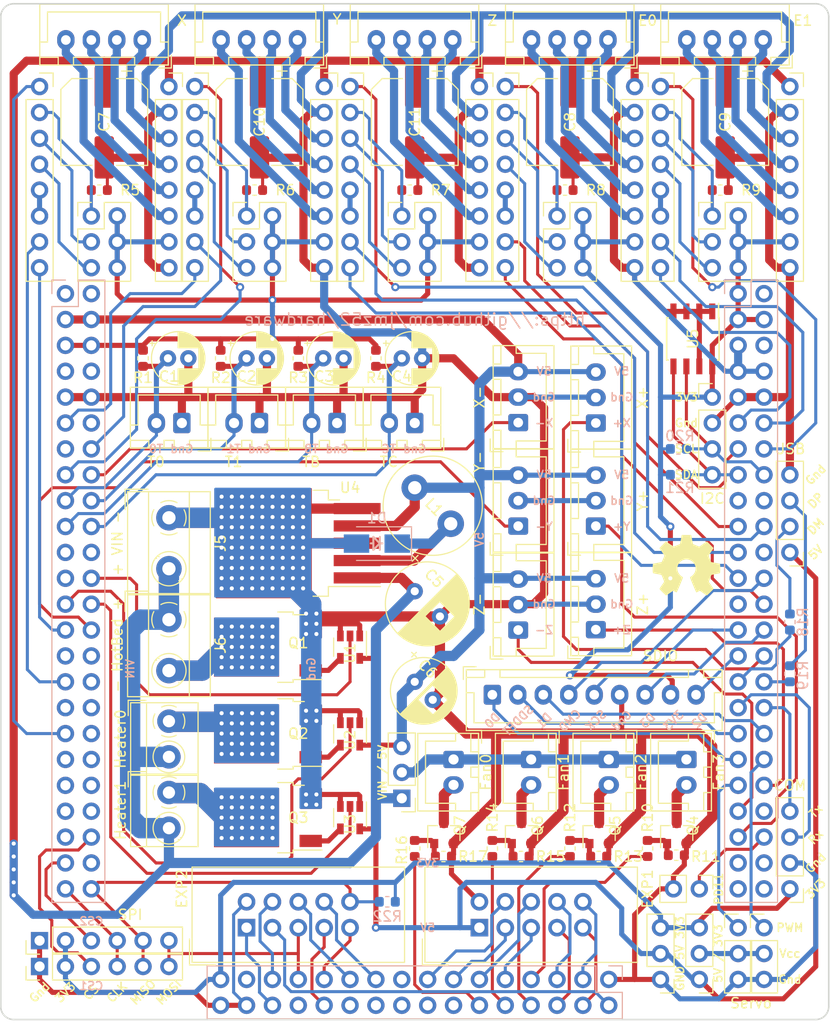
<source format=kicad_pcb>
(kicad_pcb (version 20171130) (host pcbnew "(5.0.2)-1")
  (layers (0 F.Cu signal) (31 B.Cu signal) (34 B.Paste user hide) (35 F.Paste user hide) (36 B.SilkS user) (37 F.SilkS user) (38 B.Mask user) (39 F.Mask user) (44 Edge.Cuts user))
  (net 0 "")
  (net 1 "Net-(J9-Pad2)")
  (net 2 "Net-(J10-Pad2)")
  (net 3 "Net-(J11-Pad2)")
  (net 4 "Net-(Q1-Pad1)")
  (net 5 "Net-(Q2-Pad1)")
  (net 6 "Net-(Q3-Pad1)")
  (net 7 GND)
  (net 8 "Net-(D1-Pad1)")
  (net 9 12V)
  (net 10 5V)
  (net 11 "Net-(J12-Pad2)")
  (net 12 3V3)
  (net 13 "Net-(J18-Pad2)")
  (net 14 "Net-(J18-Pad3)")
  (net 15 Reset)
  (net 16 "Net-(J24-Pad3)")
  (net 17 "Net-(J24-Pad2)")
  (net 18 "Net-(J28-Pad5)")
  (net 19 "Net-(J28-Pad4)")
  (net 20 "Net-(J28-Pad3)")
  (net 21 "Net-(J28-Pad2)")
  (net 22 "Net-(J31-Pad2)")
  (net 23 "Net-(J31-Pad3)")
  (net 24 "Net-(J31-Pad4)")
  (net 25 "Net-(J31-Pad5)")
  (net 26 "Net-(J33-Pad3)")
  (net 27 "Net-(J33-Pad4)")
  (net 28 "Net-(J33-Pad5)")
  (net 29 "Net-(J33-Pad6)")
  (net 30 "Net-(J34-Pad6)")
  (net 31 "Net-(J34-Pad5)")
  (net 32 "Net-(J34-Pad4)")
  (net 33 "Net-(J34-Pad3)")
  (net 34 "Net-(J35-Pad3)")
  (net 35 "Net-(J35-Pad4)")
  (net 36 "Net-(J35-Pad5)")
  (net 37 "Net-(J35-Pad6)")
  (net 38 "Net-(J36-Pad6)")
  (net 39 "Net-(J36-Pad5)")
  (net 40 "Net-(J36-Pad4)")
  (net 41 "Net-(J36-Pad3)")
  (net 42 "Net-(J37-Pad3)")
  (net 43 "Net-(J37-Pad4)")
  (net 44 "Net-(J37-Pad5)")
  (net 45 "Net-(J37-Pad6)")
  (net 46 "Net-(J12-Pad3)")
  (net 47 "Net-(J12-Pad4)")
  (net 48 "Net-(J12-Pad5)")
  (net 49 "Net-(J18-Pad5)")
  (net 50 "Net-(J18-Pad4)")
  (net 51 "Net-(J24-Pad4)")
  (net 52 "Net-(J24-Pad5)")
  (net 53 "Net-(Q4-Pad1)")
  (net 54 "Net-(Q5-Pad1)")
  (net 55 "Net-(Q6-Pad1)")
  (net 56 "Net-(J43-Pad2)")
  (net 57 "Net-(Q7-Pad1)")
  (net 58 T0)
  (net 59 T1)
  (net 60 TB)
  (net 61 TC)
  (net 62 SDDET)
  (net 63 EN2)
  (net 64 SDSS)
  (net 65 EN1)
  (net 66 CLK)
  (net 67 MISO)
  (net 68 Fan2)
  (net 69 Fan1)
  (net 70 Fan0)
  (net 71 Beeper)
  (net 72 ENC)
  (net 73 LCDRS)
  (net 74 LCD4)
  (net 75 LCD5)
  (net 76 LCD6)
  (net 77 LCD7)
  (net 78 Fan3)
  (net 79 LCDE)
  (net 80 HotBed)
  (net 81 Heater0)
  (net 82 Heater1)
  (net 83 E1_Dir)
  (net 84 E1_Step)
  (net 85 E1_En)
  (net 86 X_En)
  (net 87 X_Step)
  (net 88 X_Dir)
  (net 89 X-)
  (net 90 Y-)
  (net 91 Z-)
  (net 92 X+)
  (net 93 Y+)
  (net 94 Z+)
  (net 95 RX)
  (net 96 TX)
  (net 97 Abort)
  (net 98 "Net-(J45-Pad2)")
  (net 99 "Net-(J45-Pad3)")
  (net 100 SDA)
  (net 101 SCL)
  (net 102 USB_DM)
  (net 103 USB_DP)
  (net 104 "Net-(J7-Pad1)")
  (net 105 "Net-(J8-Pad1)")
  (net 106 SS1)
  (net 107 SS2)
  (net 108 SDIO_CMD)
  (net 109 SDIO_SCK)
  (net 110 SDIO_D3)
  (net 111 SDIO_D2)
  (net 112 SDIO_D1)
  (net 113 SDIO_D0)
  (net 114 Y_Dir)
  (net 115 Y_Step)
  (net 116 Y_En)
  (net 117 Z_En)
  (net 118 Z_Step)
  (net 119 Z_Dir)
  (net 120 E0_Dir)
  (net 121 E0_Step)
  (net 122 E0_En)
  (net 123 PWM2)
  (net 124 "Net-(J51-Pad2)")
  (net 125 PWM1)
  (net 126 "Net-(J6-Pad2)")
  (net 127 SDIO_DET)
  (net 128 PD11)
  (net 129 MOSI)
  (net 130 "Net-(J10-Pad1)")
  (net 131 "Net-(J17-Pad12)")
  (net 132 "Net-(J17-Pad13)")
  (net 133 "Net-(J17-Pad23)")
  (net 134 "Net-(J17-Pad29)")
  (net 135 "Net-(J17-Pad30)")
  (net 136 "Net-(J17-Pad32)")
  (net 137 "Net-(J17-Pad33)")
  (net 138 "Net-(J17-Pad34)")
  (net 139 "Net-(J17-Pad36)")
  (net 140 "Net-(J17-Pad37)")
  (net 141 "Net-(J17-Pad38)")
  (net 142 "Net-(J17-Pad39)")
  (net 143 "Net-(J17-Pad40)")
  (net 144 "Net-(J17-Pad41)")
  (net 145 "Net-(J17-Pad42)")
  (net 146 "Net-(J17-Pad43)")
  (net 147 "Net-(J17-Pad46)")
  (net 148 "Net-(J25-Pad14)")
  (net 149 "Net-(J25-Pad16)")
  (net 150 "Net-(J25-Pad17)")
  (net 151 "Net-(J25-Pad18)")
  (net 152 "Net-(J25-Pad20)")
  (net 153 "Net-(J25-Pad22)")
  (net 154 "Net-(J25-Pad29)")
  (net 155 "Net-(J30-Pad6)")
  (net 156 "Net-(J30-Pad17)")
  (net 157 "Net-(J30-Pad18)")
  (net 158 "Net-(J30-Pad22)")
  (net 159 "Net-(J30-Pad25)")
  (net 160 "Net-(J30-Pad42)")
  (net 161 "Net-(J30-Pad45)")
  (net 162 "Net-(J30-Pad46)")
  (net 163 "Net-(J30-Pad47)")
  (net 164 "Net-(J30-Pad48)")
  (module Inductor_THT:L_Radial_D9.5mm_P5.00mm_Fastron_07HVP (layer F.Cu) (at 159.745534 106.405534 135)
    (fp_text reference L1 (at 2.305923 0 135) (layer F.SilkS))
    (fp_text value 47uH)
    (pad 1 thru_hole circle (at 0 0 135) (size 2.6 2.6) (drill 1.3) (layers *.Cu *.Mask) (net 8 "Net-(D1-Pad1)"))
    (pad 2 thru_hole circle (at 5 0 135) (size 2.6 2.6) (drill 1.3) (layers *.Cu *.Mask) (net 10 5V))
  )
  (module Connector_JST:JST_XH_B02B-XH-A_1x02_P2.50mm_Vertical (layer F.Cu) (at 160.02 129.54 270)
    (fp_text reference J43 hide)
    (fp_text value Fan0 (at 1.25 -3.175 270) (layer F.SilkS))
    (pad 1 thru_hole roundrect (at 0 0 270) (size 1.7 2) (drill 1) (layers *.Cu *.Mask) (roundrect_rratio 0.147059) (net 130 "Net-(J10-Pad1)"))
    (pad 2 thru_hole oval (at 2.5 0 270) (size 1.7 2) (drill 1) (layers *.Cu *.Mask) (net 56 "Net-(J43-Pad2)"))
  )
  (module Connector_PinHeader_2.54mm:PinHeader_1x03_P2.54mm_Vertical (layer F.Cu) (at 187.96 146.05)
    (fp_text reference J52 hide)
    (fp_text value Servo (at 1.27 7.41) (layer F.SilkS))
    (pad 3 thru_hole oval (at 0 5.08) (size 1.7 1.7) (drill 1) (layers *.Cu *.Mask) (net 7 GND))
    (pad 2 thru_hole oval (at 0 2.54) (size 1.7 1.7) (drill 1) (layers *.Cu *.Mask) (net 124 "Net-(J51-Pad2)"))
    (pad 1 thru_hole circle (at 0 0) (size 1.7 1.7) (drill 1) (layers *.Cu *.Mask) (net 125 PWM1))
  )
  (module Connector_PinSocket_2.54mm:PinSocket_2x24_P2.54mm_Vertical (layer B.Cu) (at 187.96 83.82 180)
    (fp_text reference J30 hide)
    (fp_text value Right)
    (pad 1 thru_hole circle (at 0 0 180) (size 1.7 1.7) (drill 1) (layers *.Cu *.Mask) (net 12 3V3))
    (pad 2 thru_hole oval (at -2.54 0 180) (size 1.7 1.7) (drill 1) (layers *.Cu *.Mask) (net 12 3V3))
    (pad 3 thru_hole oval (at 0 -2.54 180) (size 1.7 1.7) (drill 1) (layers *.Cu *.Mask) (net 12 3V3))
    (pad 4 thru_hole oval (at -2.54 -2.54 180) (size 1.7 1.7) (drill 1) (layers *.Cu *.Mask) (net 12 3V3))
    (pad 5 thru_hole oval (at 0 -5.08 180) (size 1.7 1.7) (drill 1) (layers *.Cu *.Mask) (net 7 GND))
    (pad 6 thru_hole oval (at -2.54 -5.08 180) (size 1.7 1.7) (drill 1) (layers *.Cu *.Mask) (net 155 "Net-(J30-Pad6)"))
    (pad 7 thru_hole oval (at 0 -7.62 180) (size 1.7 1.7) (drill 1) (layers *.Cu *.Mask) (net 7 GND))
    (pad 8 thru_hole oval (at -2.54 -7.62 180) (size 1.7 1.7) (drill 1) (layers *.Cu *.Mask) (net 7 GND))
    (pad 9 thru_hole oval (at 0 -10.16 180) (size 1.7 1.7) (drill 1) (layers *.Cu *.Mask) (net 7 GND))
    (pad 10 thru_hole oval (at -2.54 -10.16 180) (size 1.7 1.7) (drill 1) (layers *.Cu *.Mask) (net 7 GND))
    (pad 11 thru_hole oval (at 0 -12.7 180) (size 1.7 1.7) (drill 1) (layers *.Cu *.Mask) (net 83 E1_Dir))
    (pad 12 thru_hole oval (at -2.54 -12.7 180) (size 1.7 1.7) (drill 1) (layers *.Cu *.Mask) (net 84 E1_Step))
    (pad 13 thru_hole oval (at 0 -15.24 180) (size 1.7 1.7) (drill 1) (layers *.Cu *.Mask) (net 122 E0_En))
    (pad 14 thru_hole oval (at -2.54 -15.24 180) (size 1.7 1.7) (drill 1) (layers *.Cu *.Mask) (net 85 E1_En))
    (pad 15 thru_hole oval (at 0 -17.78 180) (size 1.7 1.7) (drill 1) (layers *.Cu *.Mask) (net 100 SDA))
    (pad 16 thru_hole oval (at -2.54 -17.78 180) (size 1.7 1.7) (drill 1) (layers *.Cu *.Mask) (net 101 SCL))
    (pad 17 thru_hole oval (at 0 -20.32 180) (size 1.7 1.7) (drill 1) (layers *.Cu *.Mask) (net 156 "Net-(J30-Pad17)"))
    (pad 18 thru_hole oval (at -2.54 -20.32 180) (size 1.7 1.7) (drill 1) (layers *.Cu *.Mask) (net 157 "Net-(J30-Pad18)"))
    (pad 19 thru_hole oval (at 0 -22.86 180) (size 1.7 1.7) (drill 1) (layers *.Cu *.Mask) (net 121 E0_Step))
    (pad 20 thru_hole oval (at -2.54 -22.86 180) (size 1.7 1.7) (drill 1) (layers *.Cu *.Mask) (net 117 Z_En))
    (pad 21 thru_hole oval (at 0 -25.4 180) (size 1.7 1.7) (drill 1) (layers *.Cu *.Mask) (net 118 Z_Step))
    (pad 22 thru_hole oval (at -2.54 -25.4 180) (size 1.7 1.7) (drill 1) (layers *.Cu *.Mask) (net 158 "Net-(J30-Pad22)"))
    (pad 23 thru_hole oval (at 0 -27.94 180) (size 1.7 1.7) (drill 1) (layers *.Cu *.Mask) (net 119 Z_Dir))
    (pad 24 thru_hole oval (at -2.54 -27.94 180) (size 1.7 1.7) (drill 1) (layers *.Cu *.Mask) (net 108 SDIO_CMD))
    (pad 25 thru_hole oval (at 0 -30.48 180) (size 1.7 1.7) (drill 1) (layers *.Cu *.Mask) (net 159 "Net-(J30-Pad25)"))
    (pad 26 thru_hole oval (at -2.54 -30.48 180) (size 1.7 1.7) (drill 1) (layers *.Cu *.Mask) (net 120 E0_Dir))
    (pad 27 thru_hole oval (at 0 -33.02 180) (size 1.7 1.7) (drill 1) (layers *.Cu *.Mask) (net 109 SDIO_SCK))
    (pad 28 thru_hole oval (at -2.54 -33.02 180) (size 1.7 1.7) (drill 1) (layers *.Cu *.Mask) (net 110 SDIO_D3))
    (pad 29 thru_hole oval (at 0 -35.56 180) (size 1.7 1.7) (drill 1) (layers *.Cu *.Mask) (net 111 SDIO_D2))
    (pad 30 thru_hole oval (at -2.54 -35.56 180) (size 1.7 1.7) (drill 1) (layers *.Cu *.Mask) (net 92 X+))
    (pad 31 thru_hole oval (at 0 -38.1 180) (size 1.7 1.7) (drill 1) (layers *.Cu *.Mask) (net 102 USB_DM))
    (pad 32 thru_hole oval (at -2.54 -38.1 180) (size 1.7 1.7) (drill 1) (layers *.Cu *.Mask) (net 103 USB_DP))
    (pad 33 thru_hole oval (at 0 -40.64 180) (size 1.7 1.7) (drill 1) (layers *.Cu *.Mask) (net 95 RX))
    (pad 34 thru_hole oval (at -2.54 -40.64 180) (size 1.7 1.7) (drill 1) (layers *.Cu *.Mask) (net 96 TX))
    (pad 35 thru_hole oval (at 0 -43.18 180) (size 1.7 1.7) (drill 1) (layers *.Cu *.Mask) (net 127 SDIO_DET))
    (pad 36 thru_hole oval (at -2.54 -43.18 180) (size 1.7 1.7) (drill 1) (layers *.Cu *.Mask) (net 112 SDIO_D1))
    (pad 37 thru_hole oval (at 0 -45.72 180) (size 1.7 1.7) (drill 1) (layers *.Cu *.Mask) (net 113 SDIO_D0))
    (pad 38 thru_hole oval (at -2.54 -45.72 180) (size 1.7 1.7) (drill 1) (layers *.Cu *.Mask) (net 123 PWM2))
    (pad 39 thru_hole oval (at 0 -48.26 180) (size 1.7 1.7) (drill 1) (layers *.Cu *.Mask) (net 125 PWM1))
    (pad 40 thru_hole oval (at -2.54 -48.26 180) (size 1.7 1.7) (drill 1) (layers *.Cu *.Mask) (net 94 Z+))
    (pad 41 thru_hole oval (at 0 -50.8 180) (size 1.7 1.7) (drill 1) (layers *.Cu *.Mask) (net 91 Z-))
    (pad 42 thru_hole oval (at -2.54 -50.8 180) (size 1.7 1.7) (drill 1) (layers *.Cu *.Mask) (net 160 "Net-(J30-Pad42)"))
    (pad 43 thru_hole oval (at 0 -53.34 180) (size 1.7 1.7) (drill 1) (layers *.Cu *.Mask) (net 93 Y+))
    (pad 44 thru_hole oval (at -2.54 -53.34 180) (size 1.7 1.7) (drill 1) (layers *.Cu *.Mask) (net 128 PD11))
    (pad 45 thru_hole oval (at 0 -55.88 180) (size 1.7 1.7) (drill 1) (layers *.Cu *.Mask) (net 161 "Net-(J30-Pad45)"))
    (pad 46 thru_hole oval (at -2.54 -55.88 180) (size 1.7 1.7) (drill 1) (layers *.Cu *.Mask) (net 162 "Net-(J30-Pad46)"))
    (pad 47 thru_hole oval (at 0 -58.42 180) (size 1.7 1.7) (drill 1) (layers *.Cu *.Mask) (net 163 "Net-(J30-Pad47)"))
    (pad 48 thru_hole oval (at -2.54 -58.42 180) (size 1.7 1.7) (drill 1) (layers *.Cu *.Mask) (net 164 "Net-(J30-Pad48)"))
  )
  (module Resistor_SMD:R_0603_1608Metric (layer F.Cu) (at 129.54 90.17 270)
    (fp_text reference R1 (at 1.905 0) (layer F.SilkS))
    (fp_text value 4K7)
    (pad 2 smd roundrect (at 0.7875 0 270) (size 0.875 0.95) (layers F.Cu F.Paste F.Mask) (net 58 T0))
    (pad 1 smd roundrect (at -0.7875 0 270) (size 0.875 0.95) (layers F.Cu F.Paste F.Mask) (net 12 3V3))
  )
  (module Resistor_SMD:R_0603_1608Metric (layer F.Cu) (at 144.78 90.17 270)
    (fp_text reference R3 (at 1.905 0) (layer F.SilkS))
    (fp_text value 4K7)
    (pad 2 smd roundrect (at 0.7875 0 270) (size 0.875 0.95) (layers F.Cu F.Paste F.Mask) (net 60 TB))
    (pad 1 smd roundrect (at -0.7875 0 270) (size 0.875 0.95) (layers F.Cu F.Paste F.Mask) (net 12 3V3))
  )
  (module Resistor_SMD:R_0603_1608Metric (layer F.Cu) (at 152.4 90.17 270)
    (fp_text reference R4 (at 1.905 0) (layer F.SilkS))
    (fp_text value 4K7)
    (pad 2 smd roundrect (at 0.7875 0 270) (size 0.875 0.95) (layers F.Cu F.Paste F.Mask) (net 61 TC))
    (pad 1 smd roundrect (at -0.7875 0 270) (size 0.875 0.95) (layers F.Cu F.Paste F.Mask) (net 12 3V3))
  )
  (module Resistor_SMD:R_0603_1608Metric (layer F.Cu) (at 137.16 90.17 270)
    (fp_text reference R2 (at 1.905 0) (layer F.SilkS))
    (fp_text value 4K7)
    (pad 2 smd roundrect (at 0.7875 0 270) (size 0.875 0.95) (layers F.Cu F.Paste F.Mask) (net 59 T1))
    (pad 1 smd roundrect (at -0.7875 0 270) (size 0.875 0.95) (layers F.Cu F.Paste F.Mask) (net 12 3V3))
  )
  (module Capacitor_THT:CP_Radial_D5.0mm_P2.00mm (layer F.Cu) (at 139.7 90.17)
    (fp_text reference C2 (at 0 1.778) (layer F.SilkS))
    (fp_text value "10uF 16V")
    (pad 2 thru_hole circle (at 2 0) (size 1.6 1.6) (drill 0.8) (layers *.Cu *.Mask) (net 7 GND))
    (pad 1 thru_hole circle (at 0 0) (size 1.6 1.6) (drill 0.8) (layers *.Cu *.Mask) (net 59 T1))
  )
  (module Capacitor_THT:CP_Radial_D5.0mm_P2.00mm (layer F.Cu) (at 154.94 90.17)
    (fp_text reference C4 (at 0 1.778) (layer F.SilkS))
    (fp_text value "10uF 16V")
    (pad 2 thru_hole circle (at 2 0) (size 1.6 1.6) (drill 0.8) (layers *.Cu *.Mask) (net 7 GND))
    (pad 1 thru_hole circle (at 0 0) (size 1.6 1.6) (drill 0.8) (layers *.Cu *.Mask) (net 61 TC))
  )
  (module Capacitor_THT:CP_Radial_D5.0mm_P2.00mm (layer F.Cu) (at 131.985 90.17)
    (fp_text reference C1 (at 0.095 1.778) (layer F.SilkS))
    (fp_text value "10uF 16V")
    (pad 1 thru_hole circle (at 0 0) (size 1.6 1.6) (drill 0.8) (layers *.Cu *.Mask) (net 58 T0))
    (pad 2 thru_hole circle (at 2 0) (size 1.6 1.6) (drill 0.8) (layers *.Cu *.Mask) (net 7 GND))
  )
  (module Capacitor_THT:CP_Radial_D5.0mm_P2.00mm (layer F.Cu) (at 147.225 90.17)
    (fp_text reference C3 (at 0.095 1.778) (layer F.SilkS))
    (fp_text value "10uF 16V")
    (pad 1 thru_hole circle (at 0 0) (size 1.6 1.6) (drill 0.8) (layers *.Cu *.Mask) (net 60 TB))
    (pad 2 thru_hole circle (at 2 0) (size 1.6 1.6) (drill 0.8) (layers *.Cu *.Mask) (net 7 GND))
  )
  (module Resistor_SMD:R_0603_1608Metric (layer F.Cu) (at 156.21 138.2775 270)
    (fp_text reference R16 (at 0.1525 1.27 270) (layer F.SilkS))
    (fp_text value 10)
    (pad 2 smd roundrect (at 0.7875 0 270) (size 0.875 0.95) (layers F.Cu F.Paste F.Mask) (net 70 Fan0))
    (pad 1 smd roundrect (at -0.7875 0 270) (size 0.875 0.95) (layers F.Cu F.Paste F.Mask) (net 57 "Net-(Q7-Pad1)"))
  )
  (module Resistor_SMD:R_0603_1608Metric (layer F.Cu) (at 159.0295 139.065 180)
    (fp_text reference R17 (at -2.8955 0 180) (layer F.SilkS))
    (fp_text value 10K)
    (pad 2 smd roundrect (at 0.7875 0 180) (size 0.875 0.95) (layers F.Cu F.Paste F.Mask) (net 57 "Net-(Q7-Pad1)"))
    (pad 1 smd roundrect (at -0.7875 0 180) (size 0.875 0.95) (layers F.Cu F.Paste F.Mask) (net 7 GND))
  )
  (module Resistor_SMD:R_0603_1608Metric (layer F.Cu) (at 166.6495 139.065 180)
    (fp_text reference R15 (at -2.8955 0 180) (layer F.SilkS))
    (fp_text value 10K)
    (pad 1 smd roundrect (at -0.7875 0 180) (size 0.875 0.95) (layers F.Cu F.Paste F.Mask) (net 7 GND))
    (pad 2 smd roundrect (at 0.7875 0 180) (size 0.875 0.95) (layers F.Cu F.Paste F.Mask) (net 55 "Net-(Q6-Pad1)"))
  )
  (module Resistor_SMD:R_0603_1608Metric (layer F.Cu) (at 181.8895 138.938 180)
    (fp_text reference R11 (at -2.8955 -0.127 180) (layer F.SilkS))
    (fp_text value 10K)
    (pad 1 smd roundrect (at -0.7875 0 180) (size 0.875 0.95) (layers F.Cu F.Paste F.Mask) (net 7 GND))
    (pad 2 smd roundrect (at 0.7875 0 180) (size 0.875 0.95) (layers F.Cu F.Paste F.Mask) (net 53 "Net-(Q4-Pad1)"))
  )
  (module Resistor_SMD:R_0603_1608Metric (layer F.Cu) (at 171.45 138.2775 270)
    (fp_text reference R12 (at -3.0225 0 270) (layer F.SilkS))
    (fp_text value 10)
    (pad 2 smd roundrect (at 0.7875 0 270) (size 0.875 0.95) (layers F.Cu F.Paste F.Mask) (net 68 Fan2))
    (pad 1 smd roundrect (at -0.7875 0 270) (size 0.875 0.95) (layers F.Cu F.Paste F.Mask) (net 54 "Net-(Q5-Pad1)"))
  )
  (module Resistor_SMD:R_0603_1608Metric (layer F.Cu) (at 174.2695 139.065 180)
    (fp_text reference R13 (at -2.8955 0 180) (layer F.SilkS))
    (fp_text value 10K)
    (pad 2 smd roundrect (at 0.7875 0 180) (size 0.875 0.95) (layers F.Cu F.Paste F.Mask) (net 54 "Net-(Q5-Pad1)"))
    (pad 1 smd roundrect (at -0.7875 0 180) (size 0.875 0.95) (layers F.Cu F.Paste F.Mask) (net 7 GND))
  )
  (module Resistor_SMD:R_0603_1608Metric (layer F.Cu) (at 163.83 138.2775 270)
    (fp_text reference R14 (at -3.0225 0 270) (layer F.SilkS))
    (fp_text value 10)
    (pad 1 smd roundrect (at -0.7875 0 270) (size 0.875 0.95) (layers F.Cu F.Paste F.Mask) (net 55 "Net-(Q6-Pad1)"))
    (pad 2 smd roundrect (at 0.7875 0 270) (size 0.875 0.95) (layers F.Cu F.Paste F.Mask) (net 69 Fan1))
  )
  (module Resistor_SMD:R_0603_1608Metric (layer F.Cu) (at 179.07 138.2775 270)
    (fp_text reference R10 (at -3.0225 0 270) (layer F.SilkS))
    (fp_text value 10)
    (pad 1 smd roundrect (at -0.7875 0 270) (size 0.875 0.95) (layers F.Cu F.Paste F.Mask) (net 53 "Net-(Q4-Pad1)"))
    (pad 2 smd roundrect (at 0.7875 0 270) (size 0.875 0.95) (layers F.Cu F.Paste F.Mask) (net 78 Fan3))
  )
  (module Package_TO_SOT_SMD:SOT-23 (layer F.Cu) (at 159.07 136.795 90)
    (fp_text reference Q7 (at 0.76 1.58 90) (layer F.SilkS))
    (fp_text value Q_NMOS_GSD)
    (pad 3 smd rect (at 1 0 90) (size 0.9 0.8) (layers F.Cu F.Paste F.Mask) (net 56 "Net-(J43-Pad2)"))
    (pad 2 smd rect (at -1 0.95 90) (size 0.9 0.8) (layers F.Cu F.Paste F.Mask) (net 7 GND))
    (pad 1 smd rect (at -1 -0.95 90) (size 0.9 0.8) (layers F.Cu F.Paste F.Mask) (net 57 "Net-(Q7-Pad1)"))
  )
  (module Package_TO_SOT_SMD:SOT-23 (layer F.Cu) (at 181.93 136.795 90)
    (fp_text reference Q4 (at 0.76 1.58 90) (layer F.SilkS))
    (fp_text value Q_NMOS_GSD)
    (pad 3 smd rect (at 1 0 90) (size 0.9 0.8) (layers F.Cu F.Paste F.Mask) (net 1 "Net-(J9-Pad2)"))
    (pad 2 smd rect (at -1 0.95 90) (size 0.9 0.8) (layers F.Cu F.Paste F.Mask) (net 7 GND))
    (pad 1 smd rect (at -1 -0.95 90) (size 0.9 0.8) (layers F.Cu F.Paste F.Mask) (net 53 "Net-(Q4-Pad1)"))
  )
  (module Package_TO_SOT_SMD:SOT-23 (layer F.Cu) (at 174.31 136.795 90)
    (fp_text reference Q5 (at 0.76 1.58 90) (layer F.SilkS))
    (fp_text value Q_NMOS_GSD)
    (pad 1 smd rect (at -1 -0.95 90) (size 0.9 0.8) (layers F.Cu F.Paste F.Mask) (net 54 "Net-(Q5-Pad1)"))
    (pad 2 smd rect (at -1 0.95 90) (size 0.9 0.8) (layers F.Cu F.Paste F.Mask) (net 7 GND))
    (pad 3 smd rect (at 1 0 90) (size 0.9 0.8) (layers F.Cu F.Paste F.Mask) (net 2 "Net-(J10-Pad2)"))
  )
  (module Package_TO_SOT_SMD:SOT-23 (layer F.Cu) (at 166.69 136.795 90)
    (fp_text reference Q6 (at 0.76 1.58 90) (layer F.SilkS))
    (fp_text value Q_NMOS_GSD)
    (pad 3 smd rect (at 1 0 90) (size 0.9 0.8) (layers F.Cu F.Paste F.Mask) (net 3 "Net-(J11-Pad2)"))
    (pad 2 smd rect (at -1 0.95 90) (size 0.9 0.8) (layers F.Cu F.Paste F.Mask) (net 7 GND))
    (pad 1 smd rect (at -1 -0.95 90) (size 0.9 0.8) (layers F.Cu F.Paste F.Mask) (net 55 "Net-(Q6-Pad1)"))
  )
  (module Capacitor_THT:CP_Radial_D8.0mm_P3.50mm (layer F.Cu) (at 156.21 113.03 315)
    (fp_text reference C5 (at 0.449013 -2.245064 315) (layer F.SilkS))
    (fp_text value "100uF 35V")
    (pad 1 thru_hole circle (at 0 0 315) (size 1.6 1.6) (drill 0.8) (layers *.Cu *.Mask) (net 9 12V))
    (pad 2 thru_hole circle (at 3.5 0 315) (size 1.6 1.6) (drill 0.8) (layers *.Cu *.Mask) (net 7 GND))
  )
  (module Resistor_SMD:R_0603_1608Metric (layer B.Cu) (at 182.0925 99.06)
    (fp_text reference R20 (at 0.1525 -1.27) (layer B.SilkS) (effects (justify mirror)))
    (fp_text value 4K7)
    (pad 1 smd roundrect (at -0.7875 0) (size 0.875 0.95) (layers B.Cu B.Paste B.Mask) (net 12 3V3))
    (pad 2 smd roundrect (at 0.7875 0) (size 0.875 0.95) (layers B.Cu B.Paste B.Mask) (net 101 SCL))
  )
  (module Resistor_SMD:R_0603_1608Metric (layer B.Cu) (at 193.04 121.1325 90)
    (fp_text reference R19 (at -0.1525 1.27 90) (layer B.SilkS) (effects (justify mirror)))
    (fp_text value 22R)
    (pad 2 smd roundrect (at 0.7875 0 90) (size 0.875 0.95) (layers B.Cu B.Paste B.Mask) (net 99 "Net-(J45-Pad3)"))
    (pad 1 smd roundrect (at -0.7875 0 90) (size 0.875 0.95) (layers B.Cu B.Paste B.Mask) (net 103 USB_DP))
  )
  (module Diode_SMD:D_SMA (layer B.Cu) (at 152.495 108.3564 180)
    (fp_text reference D1 (at 0 2.5 180) (layer B.SilkS) (effects (justify mirror)))
    (fp_text value SS14)
    (pad 1 smd rect (at -2 0 180) (size 2.5 1.8) (layers B.Cu B.Paste B.Mask) (net 8 "Net-(D1-Pad1)"))
    (pad 2 smd rect (at 2 0 180) (size 2.5 1.8) (layers B.Cu B.Paste B.Mask) (net 7 GND))
  )
  (module Package_TO_SOT_SMD:TO-252-2 (layer F.Cu) (at 141.8 127.035 180)
    (fp_text reference Q2 (at -2.98 0.035 180) (layer F.SilkS))
    (fp_text value Q_NMOS_GDS)
    (pad 1 smd rect (at -4.2 -2.28 180) (size 2.2 1.2) (layers F.Cu F.Paste F.Mask) (net 5 "Net-(Q2-Pad1)"))
    (pad 3 smd rect (at -4.2 2.28 180) (size 2.2 1.2) (layers F.Cu F.Paste F.Mask) (net 7 GND))
    (pad 2 smd rect (at 2.1 0 180) (size 6.4 5.8) (layers F.Cu F.Mask) (net 104 "Net-(J7-Pad1)"))
  )
  (module TerminalBlock_MetzConnect:TerminalBlock_MetzConnect_Type059_RT06302HBWC_1x02_P3.50mm_Horizontal (layer F.Cu) (at 132.08 125.785 270)
    (fp_text reference J7 hide)
    (fp_text value Heater0 (at 1.75 4.76 270) (layer F.SilkS))
    (pad 2 thru_hole circle (at 3.5 0 270) (size 2.3 2.3) (drill 1.2) (layers *.Cu *.Mask) (net 9 12V))
    (pad 1 thru_hole circle (at 0 0 270) (size 2.3 2.3) (drill 1.2) (layers *.Cu *.Mask) (net 104 "Net-(J7-Pad1)"))
  )
  (module TerminalBlock_MetzConnect:TerminalBlock_MetzConnect_Type059_RT06302HBWC_1x02_P3.50mm_Horizontal (layer F.Cu) (at 132.08 132.785 270)
    (fp_text reference J8 hide)
    (fp_text value Heater1 (at 1.75 4.76 270) (layer F.SilkS))
    (pad 1 thru_hole circle (at 0 0 270) (size 2.3 2.3) (drill 1.2) (layers *.Cu *.Mask) (net 105 "Net-(J8-Pad1)"))
    (pad 2 thru_hole circle (at 3.5 0 270) (size 2.3 2.3) (drill 1.2) (layers *.Cu *.Mask) (net 9 12V))
  )
  (module Connector_IDC:IDC-Header_2x05_P2.54mm_Vertical (layer F.Cu) (at 139.7 146.05 90)
    (fp_text reference J23 hide)
    (fp_text value EXP2 (at 3.81 -6.35 90) (layer F.SilkS))
    (pad 1 thru_hole rect (at 0 0 90) (size 1.7272 1.7272) (drill 1.016) (layers *.Cu *.Mask) (net 97 Abort))
    (pad 2 thru_hole oval (at 2.54 0 90) (size 1.7272 1.7272) (drill 1.016) (layers *.Cu *.Mask) (net 7 GND))
    (pad 3 thru_hole oval (at 0 2.54 90) (size 1.7272 1.7272) (drill 1.016) (layers *.Cu *.Mask) (net 15 Reset))
    (pad 4 thru_hole oval (at 2.54 2.54 90) (size 1.7272 1.7272) (drill 1.016) (layers *.Cu *.Mask) (net 62 SDDET))
    (pad 5 thru_hole oval (at 0 5.08 90) (size 1.7272 1.7272) (drill 1.016) (layers *.Cu *.Mask) (net 129 MOSI))
    (pad 6 thru_hole oval (at 2.54 5.08 90) (size 1.7272 1.7272) (drill 1.016) (layers *.Cu *.Mask) (net 63 EN2))
    (pad 7 thru_hole oval (at 0 7.62 90) (size 1.7272 1.7272) (drill 1.016) (layers *.Cu *.Mask) (net 64 SDSS))
    (pad 8 thru_hole oval (at 2.54 7.62 90) (size 1.7272 1.7272) (drill 1.016) (layers *.Cu *.Mask) (net 65 EN1))
    (pad 9 thru_hole oval (at 0 10.16 90) (size 1.7272 1.7272) (drill 1.016) (layers *.Cu *.Mask) (net 66 CLK))
    (pad 10 thru_hole oval (at 2.54 10.16 90) (size 1.7272 1.7272) (drill 1.016) (layers *.Cu *.Mask) (net 67 MISO))
  )
  (module Connector_PinSocket_2.54mm:PinSocket_2x16_P2.54mm_Vertical (layer B.Cu) (at 175.26 151.13 90)
    (fp_text reference J25 hide)
    (fp_text value Bottom)
    (pad 1 thru_hole circle (at 0 0 90) (size 1.7 1.7) (drill 1) (layers *.Cu *.Mask) (net 7 GND))
    (pad 2 thru_hole oval (at -2.54 0 90) (size 1.7 1.7) (drill 1) (layers *.Cu *.Mask) (net 15 Reset))
    (pad 3 thru_hole oval (at 0 -2.54 90) (size 1.7 1.7) (drill 1) (layers *.Cu *.Mask) (net 71 Beeper))
    (pad 4 thru_hole oval (at -2.54 -2.54 90) (size 1.7 1.7) (drill 1) (layers *.Cu *.Mask) (net 72 ENC))
    (pad 5 thru_hole oval (at 0 -5.08 90) (size 1.7 1.7) (drill 1) (layers *.Cu *.Mask) (net 79 LCDE))
    (pad 6 thru_hole oval (at -2.54 -5.08 90) (size 1.7 1.7) (drill 1) (layers *.Cu *.Mask) (net 73 LCDRS))
    (pad 7 thru_hole oval (at 0 -7.62 90) (size 1.7 1.7) (drill 1) (layers *.Cu *.Mask) (net 78 Fan3))
    (pad 8 thru_hole oval (at -2.54 -7.62 90) (size 1.7 1.7) (drill 1) (layers *.Cu *.Mask) (net 68 Fan2))
    (pad 9 thru_hole oval (at 0 -10.16 90) (size 1.7 1.7) (drill 1) (layers *.Cu *.Mask) (net 75 LCD5))
    (pad 10 thru_hole oval (at -2.54 -10.16 90) (size 1.7 1.7) (drill 1) (layers *.Cu *.Mask) (net 69 Fan1))
    (pad 11 thru_hole oval (at 0 -12.7 90) (size 1.7 1.7) (drill 1) (layers *.Cu *.Mask) (net 74 LCD4))
    (pad 12 thru_hole oval (at -2.54 -12.7 90) (size 1.7 1.7) (drill 1) (layers *.Cu *.Mask) (net 70 Fan0))
    (pad 13 thru_hole oval (at 0 -15.24 90) (size 1.7 1.7) (drill 1) (layers *.Cu *.Mask) (net 77 LCD7))
    (pad 14 thru_hole oval (at -2.54 -15.24 90) (size 1.7 1.7) (drill 1) (layers *.Cu *.Mask) (net 148 "Net-(J25-Pad14)"))
    (pad 15 thru_hole oval (at 0 -17.78 90) (size 1.7 1.7) (drill 1) (layers *.Cu *.Mask) (net 76 LCD6))
    (pad 16 thru_hole oval (at -2.54 -17.78 90) (size 1.7 1.7) (drill 1) (layers *.Cu *.Mask) (net 149 "Net-(J25-Pad16)"))
    (pad 17 thru_hole oval (at 0 -20.32 90) (size 1.7 1.7) (drill 1) (layers *.Cu *.Mask) (net 150 "Net-(J25-Pad17)"))
    (pad 18 thru_hole oval (at -2.54 -20.32 90) (size 1.7 1.7) (drill 1) (layers *.Cu *.Mask) (net 151 "Net-(J25-Pad18)"))
    (pad 19 thru_hole oval (at 0 -22.86 90) (size 1.7 1.7) (drill 1) (layers *.Cu *.Mask) (net 65 EN1))
    (pad 20 thru_hole oval (at -2.54 -22.86 90) (size 1.7 1.7) (drill 1) (layers *.Cu *.Mask) (net 152 "Net-(J25-Pad20)"))
    (pad 21 thru_hole oval (at 0 -25.4 90) (size 1.7 1.7) (drill 1) (layers *.Cu *.Mask) (net 63 EN2))
    (pad 22 thru_hole oval (at -2.54 -25.4 90) (size 1.7 1.7) (drill 1) (layers *.Cu *.Mask) (net 153 "Net-(J25-Pad22)"))
    (pad 23 thru_hole oval (at 0 -27.94 90) (size 1.7 1.7) (drill 1) (layers *.Cu *.Mask) (net 66 CLK))
    (pad 24 thru_hole oval (at -2.54 -27.94 90) (size 1.7 1.7) (drill 1) (layers *.Cu *.Mask) (net 64 SDSS))
    (pad 25 thru_hole oval (at 0 -30.48 90) (size 1.7 1.7) (drill 1) (layers *.Cu *.Mask) (net 129 MOSI))
    (pad 26 thru_hole oval (at -2.54 -30.48 90) (size 1.7 1.7) (drill 1) (layers *.Cu *.Mask) (net 67 MISO))
    (pad 27 thru_hole oval (at 0 -33.02 90) (size 1.7 1.7) (drill 1) (layers *.Cu *.Mask) (net 62 SDDET))
    (pad 28 thru_hole oval (at -2.54 -33.02 90) (size 1.7 1.7) (drill 1) (layers *.Cu *.Mask) (net 97 Abort))
    (pad 29 thru_hole oval (at 0 -35.56 90) (size 1.7 1.7) (drill 1) (layers *.Cu *.Mask) (net 154 "Net-(J25-Pad29)"))
    (pad 30 thru_hole oval (at -2.54 -35.56 90) (size 1.7 1.7) (drill 1) (layers *.Cu *.Mask) (net 7 GND))
    (pad 31 thru_hole oval (at 0 -38.1 90) (size 1.7 1.7) (drill 1) (layers *.Cu *.Mask) (net 12 3V3))
    (pad 32 thru_hole oval (at -2.54 -38.1 90) (size 1.7 1.7) (drill 1) (layers *.Cu *.Mask) (net 7 GND))
  )
  (module Package_TO_SOT_SMD:SOT-23-5 (layer F.Cu) (at 149.86 118.52 270)
    (fp_text reference U1 (at 0.606 0 270) (layer F.SilkS))
    (fp_text value SN74AHC)
    (pad 1 smd rect (at -1.1 -0.95 270) (size 1.06 0.65) (layers F.Cu F.Paste F.Mask) (net 7 GND))
    (pad 2 smd rect (at -1.1 0 270) (size 1.06 0.65) (layers F.Cu F.Paste F.Mask) (net 80 HotBed))
    (pad 3 smd rect (at -1.1 0.95 270) (size 1.06 0.65) (layers F.Cu F.Paste F.Mask) (net 7 GND))
    (pad 4 smd rect (at 1.1 0.95 270) (size 1.06 0.65) (layers F.Cu F.Paste F.Mask) (net 4 "Net-(Q1-Pad1)"))
    (pad 5 smd rect (at 1.1 -0.95 270) (size 1.06 0.65) (layers F.Cu F.Paste F.Mask) (net 10 5V))
  )
  (module Package_TO_SOT_SMD:TO-252-2 (layer F.Cu) (at 141.8 118.52 180)
    (fp_text reference Q1 (at -2.98 0.41 180) (layer F.SilkS))
    (fp_text value Q_NMOS_GDS)
    (pad 1 smd rect (at -4.2 -2.28 180) (size 2.2 1.2) (layers F.Cu F.Paste F.Mask) (net 4 "Net-(Q1-Pad1)"))
    (pad 3 smd rect (at -4.2 2.28 180) (size 2.2 1.2) (layers F.Cu F.Paste F.Mask) (net 7 GND))
    (pad 2 smd rect (at 2.1 0 180) (size 6.4 5.8) (layers F.Cu F.Mask) (net 126 "Net-(J6-Pad2)"))
  )
  (module Package_TO_SOT_SMD:TO-263-5_TabPin3 (layer F.Cu) (at 144.78 108.32 180)
    (fp_text reference U4 (at -5.08 5.45 180) (layer F.SilkS))
    (fp_text value LM2596S-5)
    (pad 3 smd rect (at 3.375 0 180) (size 9.4 10.8) (layers F.Cu F.Mask) (net 7 GND))
    (pad 5 smd rect (at -5.775 3.4 180) (size 4.6 1.1) (layers F.Cu F.Paste F.Mask) (net 7 GND))
    (pad 4 smd rect (at -5.775 1.7 180) (size 4.6 1.1) (layers F.Cu F.Paste F.Mask) (net 10 5V))
    (pad 3 smd rect (at -5.775 0 180) (size 4.6 1.1) (layers F.Cu F.Paste F.Mask) (net 7 GND))
    (pad 2 smd rect (at -5.775 -1.7 180) (size 4.6 1.1) (layers F.Cu F.Paste F.Mask) (net 8 "Net-(D1-Pad1)"))
    (pad 1 smd rect (at -5.775 -3.4 180) (size 4.6 1.1) (layers F.Cu F.Paste F.Mask) (net 9 12V))
  )
  (module Capacitor_THT:CP_Radial_D6.3mm_P2.50mm (layer F.Cu) (at 156.21 121.92 315)
    (fp_text reference C6 (at 0 -1.796051 315) (layer F.SilkS))
    (fp_text value "220uF 35V")
    (pad 1 thru_hole circle (at 0 0 315) (size 1.6 1.6) (drill 0.8) (layers *.Cu *.Mask) (net 10 5V))
    (pad 2 thru_hole circle (at 2.5 0 315) (size 1.6 1.6) (drill 0.8) (layers *.Cu *.Mask) (net 7 GND))
  )
  (module Connector_PinSocket_2.54mm:PinSocket_1x08_P2.54mm_Vertical (layer F.Cu) (at 165.1 63.5)
    (fp_text reference J28 hide)
    (fp_text value E0_logic)
    (pad 8 thru_hole oval (at 0 17.78) (size 1.7 1.7) (drill 1) (layers *.Cu *.Mask) (net 120 E0_Dir))
    (pad 7 thru_hole oval (at 0 15.24) (size 1.7 1.7) (drill 1) (layers *.Cu *.Mask) (net 121 E0_Step))
    (pad 6 thru_hole oval (at 0 12.7) (size 1.7 1.7) (drill 1) (layers *.Cu *.Mask) (net 18 "Net-(J28-Pad5)"))
    (pad 5 thru_hole oval (at 0 10.16) (size 1.7 1.7) (drill 1) (layers *.Cu *.Mask) (net 18 "Net-(J28-Pad5)"))
    (pad 4 thru_hole oval (at 0 7.62) (size 1.7 1.7) (drill 1) (layers *.Cu *.Mask) (net 19 "Net-(J28-Pad4)"))
    (pad 3 thru_hole oval (at 0 5.08) (size 1.7 1.7) (drill 1) (layers *.Cu *.Mask) (net 20 "Net-(J28-Pad3)"))
    (pad 2 thru_hole oval (at 0 2.54) (size 1.7 1.7) (drill 1) (layers *.Cu *.Mask) (net 21 "Net-(J28-Pad2)"))
    (pad 1 thru_hole circle (at 0 0) (size 1.7 1.7) (drill 1) (layers *.Cu *.Mask) (net 122 E0_En))
  )
  (module Connector_PinHeader_2.54mm:PinHeader_2x03_P2.54mm_Vertical (layer F.Cu) (at 170.18 76.2)
    (fp_text reference J29 hide)
    (fp_text value Microsteps)
    (pad 1 thru_hole circle (at 0 0) (size 1.7 1.7) (drill 1) (layers *.Cu *.Mask) (net 21 "Net-(J28-Pad2)"))
    (pad 2 thru_hole oval (at 2.54 0) (size 1.7 1.7) (drill 1) (layers *.Cu *.Mask) (net 12 3V3))
    (pad 3 thru_hole oval (at 0 2.54) (size 1.7 1.7) (drill 1) (layers *.Cu *.Mask) (net 20 "Net-(J28-Pad3)"))
    (pad 4 thru_hole oval (at 2.54 2.54) (size 1.7 1.7) (drill 1) (layers *.Cu *.Mask) (net 12 3V3))
    (pad 5 thru_hole oval (at 0 5.08) (size 1.7 1.7) (drill 1) (layers *.Cu *.Mask) (net 19 "Net-(J28-Pad4)"))
    (pad 6 thru_hole oval (at 2.54 5.08) (size 1.7 1.7) (drill 1) (layers *.Cu *.Mask) (net 12 3V3))
  )
  (module Connector_PinSocket_2.54mm:PinSocket_1x08_P2.54mm_Vertical (layer F.Cu) (at 180.34 63.5)
    (fp_text reference J31 hide)
    (fp_text value E1_logic)
    (pad 1 thru_hole circle (at 0 0) (size 1.7 1.7) (drill 1) (layers *.Cu *.Mask) (net 85 E1_En))
    (pad 2 thru_hole oval (at 0 2.54) (size 1.7 1.7) (drill 1) (layers *.Cu *.Mask) (net 22 "Net-(J31-Pad2)"))
    (pad 3 thru_hole oval (at 0 5.08) (size 1.7 1.7) (drill 1) (layers *.Cu *.Mask) (net 23 "Net-(J31-Pad3)"))
    (pad 4 thru_hole oval (at 0 7.62) (size 1.7 1.7) (drill 1) (layers *.Cu *.Mask) (net 24 "Net-(J31-Pad4)"))
    (pad 5 thru_hole oval (at 0 10.16) (size 1.7 1.7) (drill 1) (layers *.Cu *.Mask) (net 25 "Net-(J31-Pad5)"))
    (pad 6 thru_hole oval (at 0 12.7) (size 1.7 1.7) (drill 1) (layers *.Cu *.Mask) (net 25 "Net-(J31-Pad5)"))
    (pad 7 thru_hole oval (at 0 15.24) (size 1.7 1.7) (drill 1) (layers *.Cu *.Mask) (net 84 E1_Step))
    (pad 8 thru_hole oval (at 0 17.78) (size 1.7 1.7) (drill 1) (layers *.Cu *.Mask) (net 83 E1_Dir))
  )
  (module Connector_PinHeader_2.54mm:PinHeader_2x03_P2.54mm_Vertical (layer F.Cu) (at 185.42 76.2)
    (fp_text reference J32 hide)
    (fp_text value Microsteps)
    (pad 6 thru_hole oval (at 2.54 5.08) (size 1.7 1.7) (drill 1) (layers *.Cu *.Mask) (net 12 3V3))
    (pad 5 thru_hole oval (at 0 5.08) (size 1.7 1.7) (drill 1) (layers *.Cu *.Mask) (net 24 "Net-(J31-Pad4)"))
    (pad 4 thru_hole oval (at 2.54 2.54) (size 1.7 1.7) (drill 1) (layers *.Cu *.Mask) (net 12 3V3))
    (pad 3 thru_hole oval (at 0 2.54) (size 1.7 1.7) (drill 1) (layers *.Cu *.Mask) (net 23 "Net-(J31-Pad3)"))
    (pad 2 thru_hole oval (at 2.54 0) (size 1.7 1.7) (drill 1) (layers *.Cu *.Mask) (net 12 3V3))
    (pad 1 thru_hole circle (at 0 0) (size 1.7 1.7) (drill 1) (layers *.Cu *.Mask) (net 22 "Net-(J31-Pad2)"))
  )
  (module Connector_PinSocket_2.54mm:PinSocket_1x08_P2.54mm_Vertical (layer F.Cu) (at 132.08 63.5)
    (fp_text reference J33 hide)
    (fp_text value X_motor)
    (pad 1 thru_hole circle (at 0 0) (size 1.7 1.7) (drill 1) (layers *.Cu *.Mask) (net 9 12V))
    (pad 2 thru_hole oval (at 0 2.54) (size 1.7 1.7) (drill 1) (layers *.Cu *.Mask) (net 7 GND))
    (pad 3 thru_hole oval (at 0 5.08) (size 1.7 1.7) (drill 1) (layers *.Cu *.Mask) (net 26 "Net-(J33-Pad3)"))
    (pad 4 thru_hole oval (at 0 7.62) (size 1.7 1.7) (drill 1) (layers *.Cu *.Mask) (net 27 "Net-(J33-Pad4)"))
    (pad 5 thru_hole oval (at 0 10.16) (size 1.7 1.7) (drill 1) (layers *.Cu *.Mask) (net 28 "Net-(J33-Pad5)"))
    (pad 6 thru_hole oval (at 0 12.7) (size 1.7 1.7) (drill 1) (layers *.Cu *.Mask) (net 29 "Net-(J33-Pad6)"))
    (pad 7 thru_hole oval (at 0 15.24) (size 1.7 1.7) (drill 1) (layers *.Cu *.Mask) (net 12 3V3))
    (pad 8 thru_hole oval (at 0 17.78) (size 1.7 1.7) (drill 1) (layers *.Cu *.Mask) (net 7 GND))
  )
  (module Connector_PinSocket_2.54mm:PinSocket_1x08_P2.54mm_Vertical (layer F.Cu) (at 147.32 63.5)
    (fp_text reference J34 hide)
    (fp_text value Y_motor)
    (pad 8 thru_hole oval (at 0 17.78) (size 1.7 1.7) (drill 1) (layers *.Cu *.Mask) (net 7 GND))
    (pad 7 thru_hole oval (at 0 15.24) (size 1.7 1.7) (drill 1) (layers *.Cu *.Mask) (net 12 3V3))
    (pad 6 thru_hole oval (at 0 12.7) (size 1.7 1.7) (drill 1) (layers *.Cu *.Mask) (net 30 "Net-(J34-Pad6)"))
    (pad 5 thru_hole oval (at 0 10.16) (size 1.7 1.7) (drill 1) (layers *.Cu *.Mask) (net 31 "Net-(J34-Pad5)"))
    (pad 4 thru_hole oval (at 0 7.62) (size 1.7 1.7) (drill 1) (layers *.Cu *.Mask) (net 32 "Net-(J34-Pad4)"))
    (pad 3 thru_hole oval (at 0 5.08) (size 1.7 1.7) (drill 1) (layers *.Cu *.Mask) (net 33 "Net-(J34-Pad3)"))
    (pad 2 thru_hole oval (at 0 2.54) (size 1.7 1.7) (drill 1) (layers *.Cu *.Mask) (net 7 GND))
    (pad 1 thru_hole circle (at 0 0) (size 1.7 1.7) (drill 1) (layers *.Cu *.Mask) (net 9 12V))
  )
  (module Connector_PinSocket_2.54mm:PinSocket_1x08_P2.54mm_Vertical (layer F.Cu) (at 162.56 63.5)
    (fp_text reference J35 hide)
    (fp_text value Z_motor)
    (pad 1 thru_hole circle (at 0 0) (size 1.7 1.7) (drill 1) (layers *.Cu *.Mask) (net 9 12V))
    (pad 2 thru_hole oval (at 0 2.54) (size 1.7 1.7) (drill 1) (layers *.Cu *.Mask) (net 7 GND))
    (pad 3 thru_hole oval (at 0 5.08) (size 1.7 1.7) (drill 1) (layers *.Cu *.Mask) (net 34 "Net-(J35-Pad3)"))
    (pad 4 thru_hole oval (at 0 7.62) (size 1.7 1.7) (drill 1) (layers *.Cu *.Mask) (net 35 "Net-(J35-Pad4)"))
    (pad 5 thru_hole oval (at 0 10.16) (size 1.7 1.7) (drill 1) (layers *.Cu *.Mask) (net 36 "Net-(J35-Pad5)"))
    (pad 6 thru_hole oval (at 0 12.7) (size 1.7 1.7) (drill 1) (layers *.Cu *.Mask) (net 37 "Net-(J35-Pad6)"))
    (pad 7 thru_hole oval (at 0 15.24) (size 1.7 1.7) (drill 1) (layers *.Cu *.Mask) (net 12 3V3))
    (pad 8 thru_hole oval (at 0 17.78) (size 1.7 1.7) (drill 1) (layers *.Cu *.Mask) (net 7 GND))
  )
  (module Connector_PinSocket_2.54mm:PinSocket_1x08_P2.54mm_Vertical (layer F.Cu) (at 177.8 63.5)
    (fp_text reference J36 hide)
    (fp_text value E0_motor)
    (pad 8 thru_hole oval (at 0 17.78) (size 1.7 1.7) (drill 1) (layers *.Cu *.Mask) (net 7 GND))
    (pad 7 thru_hole oval (at 0 15.24) (size 1.7 1.7) (drill 1) (layers *.Cu *.Mask) (net 12 3V3))
    (pad 6 thru_hole oval (at 0 12.7) (size 1.7 1.7) (drill 1) (layers *.Cu *.Mask) (net 38 "Net-(J36-Pad6)"))
    (pad 5 thru_hole oval (at 0 10.16) (size 1.7 1.7) (drill 1) (layers *.Cu *.Mask) (net 39 "Net-(J36-Pad5)"))
    (pad 4 thru_hole oval (at 0 7.62) (size 1.7 1.7) (drill 1) (layers *.Cu *.Mask) (net 40 "Net-(J36-Pad4)"))
    (pad 3 thru_hole oval (at 0 5.08) (size 1.7 1.7) (drill 1) (layers *.Cu *.Mask) (net 41 "Net-(J36-Pad3)"))
    (pad 2 thru_hole oval (at 0 2.54) (size 1.7 1.7) (drill 1) (layers *.Cu *.Mask) (net 7 GND))
    (pad 1 thru_hole circle (at 0 0) (size 1.7 1.7) (drill 1) (layers *.Cu *.Mask) (net 9 12V))
  )
  (module Connector_PinSocket_2.54mm:PinSocket_1x08_P2.54mm_Vertical (layer F.Cu) (at 193.04 63.5)
    (fp_text reference J37 hide)
    (fp_text value E1_motor)
    (pad 1 thru_hole circle (at 0 0) (size 1.7 1.7) (drill 1) (layers *.Cu *.Mask) (net 9 12V))
    (pad 2 thru_hole oval (at 0 2.54) (size 1.7 1.7) (drill 1) (layers *.Cu *.Mask) (net 7 GND))
    (pad 3 thru_hole oval (at 0 5.08) (size 1.7 1.7) (drill 1) (layers *.Cu *.Mask) (net 42 "Net-(J37-Pad3)"))
    (pad 4 thru_hole oval (at 0 7.62) (size 1.7 1.7) (drill 1) (layers *.Cu *.Mask) (net 43 "Net-(J37-Pad4)"))
    (pad 5 thru_hole oval (at 0 10.16) (size 1.7 1.7) (drill 1) (layers *.Cu *.Mask) (net 44 "Net-(J37-Pad5)"))
    (pad 6 thru_hole oval (at 0 12.7) (size 1.7 1.7) (drill 1) (layers *.Cu *.Mask) (net 45 "Net-(J37-Pad6)"))
    (pad 7 thru_hole oval (at 0 15.24) (size 1.7 1.7) (drill 1) (layers *.Cu *.Mask) (net 12 3V3))
    (pad 8 thru_hole oval (at 0 17.78) (size 1.7 1.7) (drill 1) (layers *.Cu *.Mask) (net 7 GND))
  )
  (module Connector_JST:JST_XH_B04B-XH-A_1x04_P2.50mm_Vertical (layer F.Cu) (at 129.46 58.928 180)
    (fp_text reference J38 hide)
    (fp_text value X (at -3.89 1.905 180) (layer F.SilkS))
    (pad 1 thru_hole oval (at 0 0 180) (size 1.7 1.95) (drill 0.95) (layers *.Cu *.Mask) (net 26 "Net-(J33-Pad3)"))
    (pad 2 thru_hole oval (at 2.5 0 180) (size 1.7 1.95) (drill 0.95) (layers *.Cu *.Mask) (net 27 "Net-(J33-Pad4)"))
    (pad 3 thru_hole oval (at 5 0 180) (size 1.7 1.95) (drill 0.95) (layers *.Cu *.Mask) (net 28 "Net-(J33-Pad5)"))
    (pad 4 thru_hole oval (at 7.5 0 180) (size 1.7 1.95) (drill 0.95) (layers *.Cu *.Mask) (net 29 "Net-(J33-Pad6)"))
  )
  (module Connector_JST:JST_XH_B04B-XH-A_1x04_P2.50mm_Vertical (layer F.Cu) (at 144.7 58.928 180)
    (fp_text reference J39 hide)
    (fp_text value Y (at -3.89 2.032 180) (layer F.SilkS))
    (pad 1 thru_hole oval (at 0 0 180) (size 1.7 1.95) (drill 0.95) (layers *.Cu *.Mask) (net 33 "Net-(J34-Pad3)"))
    (pad 2 thru_hole oval (at 2.5 0 180) (size 1.7 1.95) (drill 0.95) (layers *.Cu *.Mask) (net 32 "Net-(J34-Pad4)"))
    (pad 3 thru_hole oval (at 5 0 180) (size 1.7 1.95) (drill 0.95) (layers *.Cu *.Mask) (net 31 "Net-(J34-Pad5)"))
    (pad 4 thru_hole oval (at 7.5 0 180) (size 1.7 1.95) (drill 0.95) (layers *.Cu *.Mask) (net 30 "Net-(J34-Pad6)"))
  )
  (module Connector_JST:JST_XH_B04B-XH-A_1x04_P2.50mm_Vertical (layer F.Cu) (at 159.94 58.928 180)
    (fp_text reference J40 hide)
    (fp_text value Z (at -3.89 1.905 180) (layer F.SilkS))
    (pad 1 thru_hole oval (at 0 0 180) (size 1.7 1.95) (drill 0.95) (layers *.Cu *.Mask) (net 34 "Net-(J35-Pad3)"))
    (pad 2 thru_hole oval (at 2.5 0 180) (size 1.7 1.95) (drill 0.95) (layers *.Cu *.Mask) (net 35 "Net-(J35-Pad4)"))
    (pad 3 thru_hole oval (at 5 0 180) (size 1.7 1.95) (drill 0.95) (layers *.Cu *.Mask) (net 36 "Net-(J35-Pad5)"))
    (pad 4 thru_hole oval (at 7.5 0 180) (size 1.7 1.95) (drill 0.95) (layers *.Cu *.Mask) (net 37 "Net-(J35-Pad6)"))
  )
  (module Connector_JST:JST_XH_B04B-XH-A_1x04_P2.50mm_Vertical (layer F.Cu) (at 175.18 58.928 180)
    (fp_text reference J41 hide)
    (fp_text value E0 (at -3.89 1.905 180) (layer F.SilkS))
    (pad 1 thru_hole oval (at 0 0 180) (size 1.7 1.95) (drill 0.95) (layers *.Cu *.Mask) (net 41 "Net-(J36-Pad3)"))
    (pad 2 thru_hole oval (at 2.5 0 180) (size 1.7 1.95) (drill 0.95) (layers *.Cu *.Mask) (net 40 "Net-(J36-Pad4)"))
    (pad 3 thru_hole oval (at 5 0 180) (size 1.7 1.95) (drill 0.95) (layers *.Cu *.Mask) (net 39 "Net-(J36-Pad5)"))
    (pad 4 thru_hole oval (at 7.5 0 180) (size 1.7 1.95) (drill 0.95) (layers *.Cu *.Mask) (net 38 "Net-(J36-Pad6)"))
  )
  (module Connector_JST:JST_XH_B04B-XH-A_1x04_P2.50mm_Vertical (layer F.Cu) (at 190.42 58.928 180)
    (fp_text reference J42 hide)
    (fp_text value E1 (at -3.89 1.905 180) (layer F.SilkS))
    (pad 4 thru_hole oval (at 7.5 0 180) (size 1.7 1.95) (drill 0.95) (layers *.Cu *.Mask) (net 45 "Net-(J37-Pad6)"))
    (pad 3 thru_hole oval (at 5 0 180) (size 1.7 1.95) (drill 0.95) (layers *.Cu *.Mask) (net 44 "Net-(J37-Pad5)"))
    (pad 2 thru_hole oval (at 2.5 0 180) (size 1.7 1.95) (drill 0.95) (layers *.Cu *.Mask) (net 43 "Net-(J37-Pad4)"))
    (pad 1 thru_hole oval (at 0 0 180) (size 1.7 1.95) (drill 0.95) (layers *.Cu *.Mask) (net 42 "Net-(J37-Pad3)"))
  )
  (module Capacitor_SMD:CP_Elec_8x6.9 (layer F.Cu) (at 125.73 66.975 270)
    (fp_text reference C7 (at 0 0 270) (layer F.SilkS))
    (fp_text value "100uF 35V")
    (pad 2 smd roundrect (at 3.475 0 270) (size 4.15 1.9) (layers F.Cu F.Paste F.Mask) (roundrect_rratio 0.131579) (net 7 GND))
    (pad 1 smd roundrect (at -3.475 0 270) (size 4.15 1.9) (layers F.Cu F.Paste F.Mask) (roundrect_rratio 0.131579) (net 9 12V))
  )
  (module Capacitor_SMD:CP_Elec_8x6.9 (layer F.Cu) (at 171.45 66.975 270)
    (fp_text reference C8 (at 0 0 270) (layer F.SilkS))
    (fp_text value "100uF 35V")
    (pad 1 smd roundrect (at -3.475 0 270) (size 4.15 1.9) (layers F.Cu F.Paste F.Mask) (roundrect_rratio 0.131579) (net 9 12V))
    (pad 2 smd roundrect (at 3.475 0 270) (size 4.15 1.9) (layers F.Cu F.Paste F.Mask) (roundrect_rratio 0.131579) (net 7 GND))
  )
  (module Capacitor_SMD:CP_Elec_8x6.9 (layer F.Cu) (at 186.69 66.975 270)
    (fp_text reference C9 (at 0 0 270) (layer F.SilkS))
    (fp_text value "100uF 35V")
    (pad 2 smd roundrect (at 3.475 0 270) (size 4.15 1.9) (layers F.Cu F.Paste F.Mask) (roundrect_rratio 0.131579) (net 7 GND))
    (pad 1 smd roundrect (at -3.475 0 270) (size 4.15 1.9) (layers F.Cu F.Paste F.Mask) (roundrect_rratio 0.131579) (net 9 12V))
  )
  (module Capacitor_SMD:CP_Elec_8x6.9 (layer F.Cu) (at 140.97 66.975 270)
    (fp_text reference C10 (at 0 0 270) (layer F.SilkS))
    (fp_text value "100uF 35V")
    (pad 1 smd roundrect (at -3.475 0 270) (size 4.15 1.9) (layers F.Cu F.Paste F.Mask) (roundrect_rratio 0.131579) (net 9 12V))
    (pad 2 smd roundrect (at 3.475 0 270) (size 4.15 1.9) (layers F.Cu F.Paste F.Mask) (roundrect_rratio 0.131579) (net 7 GND))
  )
  (module Capacitor_SMD:CP_Elec_8x6.9 (layer F.Cu) (at 156.21 66.975 270)
    (fp_text reference C11 (at 0 0 270) (layer F.SilkS))
    (fp_text value "100uF 35V")
    (pad 1 smd roundrect (at -3.475 0 270) (size 4.15 1.9) (layers F.Cu F.Paste F.Mask) (roundrect_rratio 0.131579) (net 9 12V))
    (pad 2 smd roundrect (at 3.475 0 270) (size 4.15 1.9) (layers F.Cu F.Paste F.Mask) (roundrect_rratio 0.131579) (net 7 GND))
  )
  (module Connector_PinSocket_2.54mm:PinSocket_1x08_P2.54mm_Vertical (layer F.Cu) (at 119.38 63.5)
    (fp_text reference J12 hide)
    (fp_text value X_logic)
    (pad 1 thru_hole circle (at 0 0) (size 1.7 1.7) (drill 1) (layers *.Cu *.Mask) (net 86 X_En))
    (pad 2 thru_hole oval (at 0 2.54) (size 1.7 1.7) (drill 1) (layers *.Cu *.Mask) (net 11 "Net-(J12-Pad2)"))
    (pad 3 thru_hole oval (at 0 5.08) (size 1.7 1.7) (drill 1) (layers *.Cu *.Mask) (net 46 "Net-(J12-Pad3)"))
    (pad 4 thru_hole oval (at 0 7.62) (size 1.7 1.7) (drill 1) (layers *.Cu *.Mask) (net 47 "Net-(J12-Pad4)"))
    (pad 5 thru_hole oval (at 0 10.16) (size 1.7 1.7) (drill 1) (layers *.Cu *.Mask) (net 48 "Net-(J12-Pad5)"))
    (pad 6 thru_hole oval (at 0 12.7) (size 1.7 1.7) (drill 1) (layers *.Cu *.Mask) (net 48 "Net-(J12-Pad5)"))
    (pad 7 thru_hole oval (at 0 15.24) (size 1.7 1.7) (drill 1) (layers *.Cu *.Mask) (net 87 X_Step))
    (pad 8 thru_hole oval (at 0 17.78) (size 1.7 1.7) (drill 1) (layers *.Cu *.Mask) (net 88 X_Dir))
  )
  (module Connector_PinHeader_2.54mm:PinHeader_2x03_P2.54mm_Vertical (layer F.Cu) (at 124.46 76.2)
    (fp_text reference J13 hide)
    (fp_text value Microsteps)
    (pad 1 thru_hole circle (at 0 0) (size 1.7 1.7) (drill 1) (layers *.Cu *.Mask) (net 11 "Net-(J12-Pad2)"))
    (pad 2 thru_hole oval (at 2.54 0) (size 1.7 1.7) (drill 1) (layers *.Cu *.Mask) (net 12 3V3))
    (pad 3 thru_hole oval (at 0 2.54) (size 1.7 1.7) (drill 1) (layers *.Cu *.Mask) (net 46 "Net-(J12-Pad3)"))
    (pad 4 thru_hole oval (at 2.54 2.54) (size 1.7 1.7) (drill 1) (layers *.Cu *.Mask) (net 12 3V3))
    (pad 5 thru_hole oval (at 0 5.08) (size 1.7 1.7) (drill 1) (layers *.Cu *.Mask) (net 47 "Net-(J12-Pad4)"))
    (pad 6 thru_hole oval (at 2.54 5.08) (size 1.7 1.7) (drill 1) (layers *.Cu *.Mask) (net 12 3V3))
  )
  (module Connector_PinSocket_2.54mm:PinSocket_2x24_P2.54mm_Vertical (layer B.Cu) (at 121.92 83.82 180)
    (fp_text reference J17 hide)
    (fp_text value Left)
    (pad 1 thru_hole circle (at 0 0 180) (size 1.7 1.7) (drill 1) (layers *.Cu *.Mask) (net 10 5V))
    (pad 2 thru_hole oval (at -2.54 0 180) (size 1.7 1.7) (drill 1) (layers *.Cu *.Mask) (net 10 5V))
    (pad 3 thru_hole oval (at 0 -2.54 180) (size 1.7 1.7) (drill 1) (layers *.Cu *.Mask) (net 10 5V))
    (pad 4 thru_hole oval (at -2.54 -2.54 180) (size 1.7 1.7) (drill 1) (layers *.Cu *.Mask) (net 10 5V))
    (pad 5 thru_hole oval (at 0 -5.08 180) (size 1.7 1.7) (drill 1) (layers *.Cu *.Mask) (net 12 3V3))
    (pad 6 thru_hole oval (at -2.54 -5.08 180) (size 1.7 1.7) (drill 1) (layers *.Cu *.Mask) (net 12 3V3))
    (pad 7 thru_hole oval (at 0 -7.62 180) (size 1.7 1.7) (drill 1) (layers *.Cu *.Mask) (net 12 3V3))
    (pad 8 thru_hole oval (at -2.54 -7.62 180) (size 1.7 1.7) (drill 1) (layers *.Cu *.Mask) (net 12 3V3))
    (pad 9 thru_hole oval (at 0 -10.16 180) (size 1.7 1.7) (drill 1) (layers *.Cu *.Mask) (net 7 GND))
    (pad 10 thru_hole oval (at -2.54 -10.16 180) (size 1.7 1.7) (drill 1) (layers *.Cu *.Mask) (net 7 GND))
    (pad 11 thru_hole oval (at 0 -12.7 180) (size 1.7 1.7) (drill 1) (layers *.Cu *.Mask) (net 114 Y_Dir))
    (pad 12 thru_hole oval (at -2.54 -12.7 180) (size 1.7 1.7) (drill 1) (layers *.Cu *.Mask) (net 131 "Net-(J17-Pad12)"))
    (pad 13 thru_hole oval (at 0 -15.24 180) (size 1.7 1.7) (drill 1) (layers *.Cu *.Mask) (net 132 "Net-(J17-Pad13)"))
    (pad 14 thru_hole oval (at -2.54 -15.24 180) (size 1.7 1.7) (drill 1) (layers *.Cu *.Mask) (net 115 Y_Step))
    (pad 15 thru_hole oval (at 0 -17.78 180) (size 1.7 1.7) (drill 1) (layers *.Cu *.Mask) (net 116 Y_En))
    (pad 16 thru_hole oval (at -2.54 -17.78 180) (size 1.7 1.7) (drill 1) (layers *.Cu *.Mask) (net 89 X-))
    (pad 17 thru_hole oval (at 0 -20.32 180) (size 1.7 1.7) (drill 1) (layers *.Cu *.Mask) (net 58 T0))
    (pad 18 thru_hole oval (at -2.54 -20.32 180) (size 1.7 1.7) (drill 1) (layers *.Cu *.Mask) (net 59 T1))
    (pad 19 thru_hole oval (at 0 -22.86 180) (size 1.7 1.7) (drill 1) (layers *.Cu *.Mask) (net 60 TB))
    (pad 20 thru_hole oval (at -2.54 -22.86 180) (size 1.7 1.7) (drill 1) (layers *.Cu *.Mask) (net 61 TC))
    (pad 21 thru_hole oval (at 0 -25.4 180) (size 1.7 1.7) (drill 1) (layers *.Cu *.Mask) (net 7 GND))
    (pad 22 thru_hole oval (at -2.54 -25.4 180) (size 1.7 1.7) (drill 1) (layers *.Cu *.Mask) (net 12 3V3))
    (pad 23 thru_hole oval (at 0 -27.94 180) (size 1.7 1.7) (drill 1) (layers *.Cu *.Mask) (net 133 "Net-(J17-Pad23)"))
    (pad 24 thru_hole oval (at -2.54 -27.94 180) (size 1.7 1.7) (drill 1) (layers *.Cu *.Mask) (net 80 HotBed))
    (pad 25 thru_hole oval (at 0 -30.48 180) (size 1.7 1.7) (drill 1) (layers *.Cu *.Mask) (net 81 Heater0))
    (pad 26 thru_hole oval (at -2.54 -30.48 180) (size 1.7 1.7) (drill 1) (layers *.Cu *.Mask) (net 82 Heater1))
    (pad 27 thru_hole oval (at 0 -33.02 180) (size 1.7 1.7) (drill 1) (layers *.Cu *.Mask) (net 88 X_Dir))
    (pad 28 thru_hole oval (at -2.54 -33.02 180) (size 1.7 1.7) (drill 1) (layers *.Cu *.Mask) (net 90 Y-))
    (pad 29 thru_hole oval (at 0 -35.56 180) (size 1.7 1.7) (drill 1) (layers *.Cu *.Mask) (net 134 "Net-(J17-Pad29)"))
    (pad 30 thru_hole oval (at -2.54 -35.56 180) (size 1.7 1.7) (drill 1) (layers *.Cu *.Mask) (net 135 "Net-(J17-Pad30)"))
    (pad 31 thru_hole oval (at 0 -38.1 180) (size 1.7 1.7) (drill 1) (layers *.Cu *.Mask) (net 87 X_Step))
    (pad 32 thru_hole oval (at -2.54 -38.1 180) (size 1.7 1.7) (drill 1) (layers *.Cu *.Mask) (net 136 "Net-(J17-Pad32)"))
    (pad 33 thru_hole oval (at 0 -40.64 180) (size 1.7 1.7) (drill 1) (layers *.Cu *.Mask) (net 137 "Net-(J17-Pad33)"))
    (pad 34 thru_hole oval (at -2.54 -40.64 180) (size 1.7 1.7) (drill 1) (layers *.Cu *.Mask) (net 138 "Net-(J17-Pad34)"))
    (pad 35 thru_hole oval (at 0 -43.18 180) (size 1.7 1.7) (drill 1) (layers *.Cu *.Mask) (net 86 X_En))
    (pad 36 thru_hole oval (at -2.54 -43.18 180) (size 1.7 1.7) (drill 1) (layers *.Cu *.Mask) (net 139 "Net-(J17-Pad36)"))
    (pad 37 thru_hole oval (at 0 -45.72 180) (size 1.7 1.7) (drill 1) (layers *.Cu *.Mask) (net 140 "Net-(J17-Pad37)"))
    (pad 38 thru_hole oval (at -2.54 -45.72 180) (size 1.7 1.7) (drill 1) (layers *.Cu *.Mask) (net 141 "Net-(J17-Pad38)"))
    (pad 39 thru_hole oval (at 0 -48.26 180) (size 1.7 1.7) (drill 1) (layers *.Cu *.Mask) (net 142 "Net-(J17-Pad39)"))
    (pad 40 thru_hole oval (at -2.54 -48.26 180) (size 1.7 1.7) (drill 1) (layers *.Cu *.Mask) (net 143 "Net-(J17-Pad40)"))
    (pad 41 thru_hole oval (at 0 -50.8 180) (size 1.7 1.7) (drill 1) (layers *.Cu *.Mask) (net 144 "Net-(J17-Pad41)"))
    (pad 42 thru_hole oval (at -2.54 -50.8 180) (size 1.7 1.7) (drill 1) (layers *.Cu *.Mask) (net 145 "Net-(J17-Pad42)"))
    (pad 43 thru_hole oval (at 0 -53.34 180) (size 1.7 1.7) (drill 1) (layers *.Cu *.Mask) (net 146 "Net-(J17-Pad43)"))
    (pad 44 thru_hole oval (at -2.54 -53.34 180) (size 1.7 1.7) (drill 1) (layers *.Cu *.Mask) (net 106 SS1))
    (pad 45 thru_hole oval (at 0 -55.88 180) (size 1.7 1.7) (drill 1) (layers *.Cu *.Mask) (net 107 SS2))
    (pad 46 thru_hole oval (at -2.54 -55.88 180) (size 1.7 1.7) (drill 1) (layers *.Cu *.Mask) (net 147 "Net-(J17-Pad46)"))
    (pad 47 thru_hole oval (at 0 -58.42 180) (size 1.7 1.7) (drill 1) (layers *.Cu *.Mask) (net 66 CLK))
    (pad 48 thru_hole oval (at -2.54 -58.42 180) (size 1.7 1.7) (drill 1) (layers *.Cu *.Mask) (net 67 MISO))
  )
  (module Connector_PinSocket_2.54mm:PinSocket_1x08_P2.54mm_Vertical (layer F.Cu) (at 134.62 63.5)
    (fp_text reference J18 hide)
    (fp_text value Y_logic)
    (pad 8 thru_hole oval (at 0 17.78) (size 1.7 1.7) (drill 1) (layers *.Cu *.Mask) (net 114 Y_Dir))
    (pad 7 thru_hole oval (at 0 15.24) (size 1.7 1.7) (drill 1) (layers *.Cu *.Mask) (net 115 Y_Step))
    (pad 6 thru_hole oval (at 0 12.7) (size 1.7 1.7) (drill 1) (layers *.Cu *.Mask) (net 49 "Net-(J18-Pad5)"))
    (pad 5 thru_hole oval (at 0 10.16) (size 1.7 1.7) (drill 1) (layers *.Cu *.Mask) (net 49 "Net-(J18-Pad5)"))
    (pad 4 thru_hole oval (at 0 7.62) (size 1.7 1.7) (drill 1) (layers *.Cu *.Mask) (net 50 "Net-(J18-Pad4)"))
    (pad 3 thru_hole oval (at 0 5.08) (size 1.7 1.7) (drill 1) (layers *.Cu *.Mask) (net 14 "Net-(J18-Pad3)"))
    (pad 2 thru_hole oval (at 0 2.54) (size 1.7 1.7) (drill 1) (layers *.Cu *.Mask) (net 13 "Net-(J18-Pad2)"))
    (pad 1 thru_hole circle (at 0 0) (size 1.7 1.7) (drill 1) (layers *.Cu *.Mask) (net 116 Y_En))
  )
  (module Connector_PinHeader_2.54mm:PinHeader_2x03_P2.54mm_Vertical (layer F.Cu) (at 139.7 76.2)
    (fp_text reference J22 hide)
    (fp_text value Microsteps)
    (pad 6 thru_hole oval (at 2.54 5.08) (size 1.7 1.7) (drill 1) (layers *.Cu *.Mask) (net 12 3V3))
    (pad 5 thru_hole oval (at 0 5.08) (size 1.7 1.7) (drill 1) (layers *.Cu *.Mask) (net 50 "Net-(J18-Pad4)"))
    (pad 4 thru_hole oval (at 2.54 2.54) (size 1.7 1.7) (drill 1) (layers *.Cu *.Mask) (net 12 3V3))
    (pad 3 thru_hole oval (at 0 2.54) (size 1.7 1.7) (drill 1) (layers *.Cu *.Mask) (net 14 "Net-(J18-Pad3)"))
    (pad 2 thru_hole oval (at 2.54 0) (size 1.7 1.7) (drill 1) (layers *.Cu *.Mask) (net 12 3V3))
    (pad 1 thru_hole circle (at 0 0) (size 1.7 1.7) (drill 1) (layers *.Cu *.Mask) (net 13 "Net-(J18-Pad2)"))
  )
  (module Connector_PinSocket_2.54mm:PinSocket_1x08_P2.54mm_Vertical (layer F.Cu) (at 149.86 63.5)
    (fp_text reference J24 hide)
    (fp_text value Z_logic)
    (pad 1 thru_hole circle (at 0 0) (size 1.7 1.7) (drill 1) (layers *.Cu *.Mask) (net 117 Z_En))
    (pad 2 thru_hole oval (at 0 2.54) (size 1.7 1.7) (drill 1) (layers *.Cu *.Mask) (net 17 "Net-(J24-Pad2)"))
    (pad 3 thru_hole oval (at 0 5.08) (size 1.7 1.7) (drill 1) (layers *.Cu *.Mask) (net 16 "Net-(J24-Pad3)"))
    (pad 4 thru_hole oval (at 0 7.62) (size 1.7 1.7) (drill 1) (layers *.Cu *.Mask) (net 51 "Net-(J24-Pad4)"))
    (pad 5 thru_hole oval (at 0 10.16) (size 1.7 1.7) (drill 1) (layers *.Cu *.Mask) (net 52 "Net-(J24-Pad5)"))
    (pad 6 thru_hole oval (at 0 12.7) (size 1.7 1.7) (drill 1) (layers *.Cu *.Mask) (net 52 "Net-(J24-Pad5)"))
    (pad 7 thru_hole oval (at 0 15.24) (size 1.7 1.7) (drill 1) (layers *.Cu *.Mask) (net 118 Z_Step))
    (pad 8 thru_hole oval (at 0 17.78) (size 1.7 1.7) (drill 1) (layers *.Cu *.Mask) (net 119 Z_Dir))
  )
  (module Connector_PinHeader_2.54mm:PinHeader_2x03_P2.54mm_Vertical (layer F.Cu) (at 154.94 76.2)
    (fp_text reference J26 hide)
    (fp_text value Microsteps)
    (pad 1 thru_hole circle (at 0 0) (size 1.7 1.7) (drill 1) (layers *.Cu *.Mask) (net 17 "Net-(J24-Pad2)"))
    (pad 2 thru_hole oval (at 2.54 0) (size 1.7 1.7) (drill 1) (layers *.Cu *.Mask) (net 12 3V3))
    (pad 3 thru_hole oval (at 0 2.54) (size 1.7 1.7) (drill 1) (layers *.Cu *.Mask) (net 16 "Net-(J24-Pad3)"))
    (pad 4 thru_hole oval (at 2.54 2.54) (size 1.7 1.7) (drill 1) (layers *.Cu *.Mask) (net 12 3V3))
    (pad 5 thru_hole oval (at 0 5.08) (size 1.7 1.7) (drill 1) (layers *.Cu *.Mask) (net 51 "Net-(J24-Pad4)"))
    (pad 6 thru_hole oval (at 2.54 5.08) (size 1.7 1.7) (drill 1) (layers *.Cu *.Mask) (net 12 3V3))
  )
  (module Connector_IDC:IDC-Header_2x05_P2.54mm_Vertical (layer F.Cu) (at 162.56 146.05 90)
    (fp_text reference J27 hide)
    (fp_text value EXP1 (at 3.81 16.51 270) (layer F.SilkS))
    (pad 10 thru_hole oval (at 2.54 10.16 90) (size 1.7272 1.7272) (drill 1.016) (layers *.Cu *.Mask) (net 71 Beeper))
    (pad 9 thru_hole oval (at 0 10.16 90) (size 1.7272 1.7272) (drill 1.016) (layers *.Cu *.Mask) (net 72 ENC))
    (pad 8 thru_hole oval (at 2.54 7.62 90) (size 1.7272 1.7272) (drill 1.016) (layers *.Cu *.Mask) (net 79 LCDE))
    (pad 7 thru_hole oval (at 0 7.62 90) (size 1.7272 1.7272) (drill 1.016) (layers *.Cu *.Mask) (net 73 LCDRS))
    (pad 6 thru_hole oval (at 2.54 5.08 90) (size 1.7272 1.7272) (drill 1.016) (layers *.Cu *.Mask) (net 74 LCD4))
    (pad 5 thru_hole oval (at 0 5.08 90) (size 1.7272 1.7272) (drill 1.016) (layers *.Cu *.Mask) (net 75 LCD5))
    (pad 4 thru_hole oval (at 2.54 2.54 90) (size 1.7272 1.7272) (drill 1.016) (layers *.Cu *.Mask) (net 76 LCD6))
    (pad 3 thru_hole oval (at 0 2.54 90) (size 1.7272 1.7272) (drill 1.016) (layers *.Cu *.Mask) (net 77 LCD7))
    (pad 2 thru_hole oval (at 2.54 0 90) (size 1.7272 1.7272) (drill 1.016) (layers *.Cu *.Mask) (net 7 GND))
    (pad 1 thru_hole rect (at 0 0 90) (size 1.7272 1.7272) (drill 1.016) (layers *.Cu *.Mask) (net 10 5V))
  )
  (module Resistor_SMD:R_0603_1608Metric (layer F.Cu) (at 125.2475 73.66 180)
    (fp_text reference R5 (at -3.0225 0 180) (layer F.SilkS))
    (fp_text value 4K7)
    (pad 1 smd roundrect (at -0.7875 0 180) (size 0.875 0.95) (layers F.Cu F.Paste F.Mask) (net 7 GND))
    (pad 2 smd roundrect (at 0.7875 0 180) (size 0.875 0.95) (layers F.Cu F.Paste F.Mask) (net 11 "Net-(J12-Pad2)"))
  )
  (module Resistor_SMD:R_0603_1608Metric (layer F.Cu) (at 140.4875 73.66 180)
    (fp_text reference R6 (at -3.0225 0 180) (layer F.SilkS))
    (fp_text value 4K7)
    (pad 2 smd roundrect (at 0.7875 0 180) (size 0.875 0.95) (layers F.Cu F.Paste F.Mask) (net 13 "Net-(J18-Pad2)"))
    (pad 1 smd roundrect (at -0.7875 0 180) (size 0.875 0.95) (layers F.Cu F.Paste F.Mask) (net 7 GND))
  )
  (module Resistor_SMD:R_0603_1608Metric (layer F.Cu) (at 155.7275 73.66 180)
    (fp_text reference R7 (at -3.0225 0 180) (layer F.SilkS))
    (fp_text value 4K7)
    (pad 1 smd roundrect (at -0.7875 0 180) (size 0.875 0.95) (layers F.Cu F.Paste F.Mask) (net 7 GND))
    (pad 2 smd roundrect (at 0.7875 0 180) (size 0.875 0.95) (layers F.Cu F.Paste F.Mask) (net 17 "Net-(J24-Pad2)"))
  )
  (module Resistor_SMD:R_0603_1608Metric (layer F.Cu) (at 170.9675 73.66 180)
    (fp_text reference R8 (at -3.0225 0 180) (layer F.SilkS))
    (fp_text value 4K7)
    (pad 2 smd roundrect (at 0.7875 0 180) (size 0.875 0.95) (layers F.Cu F.Paste F.Mask) (net 21 "Net-(J28-Pad2)"))
    (pad 1 smd roundrect (at -0.7875 0 180) (size 0.875 0.95) (layers F.Cu F.Paste F.Mask) (net 7 GND))
  )
  (module Resistor_SMD:R_0603_1608Metric (layer F.Cu) (at 186.2075 73.66 180)
    (fp_text reference R9 (at -3.0225 0 180) (layer F.SilkS))
    (fp_text value 4K7)
    (pad 1 smd roundrect (at -0.7875 0 180) (size 0.875 0.95) (layers F.Cu F.Paste F.Mask) (net 7 GND))
    (pad 2 smd roundrect (at 0.7875 0 180) (size 0.875 0.95) (layers F.Cu F.Paste F.Mask) (net 22 "Net-(J31-Pad2)"))
  )
  (module Package_TO_SOT_SMD:TO-252-2 (layer F.Cu) (at 141.8 135.255 180)
    (fp_text reference Q3 (at -2.98 0 180) (layer F.SilkS))
    (fp_text value Q_NMOS_GDS)
    (pad 1 smd rect (at -4.2 -2.28 180) (size 2.2 1.2) (layers F.Cu F.Paste F.Mask) (net 6 "Net-(Q3-Pad1)"))
    (pad 3 smd rect (at -4.2 2.28 180) (size 2.2 1.2) (layers F.Cu F.Paste F.Mask) (net 7 GND))
    (pad 2 smd rect (at 2.1 0 180) (size 6.4 5.8) (layers F.Cu F.Mask) (net 105 "Net-(J8-Pad1)"))
  )
  (module Package_TO_SOT_SMD:SOT-23-5 (layer F.Cu) (at 149.86 127.035 270)
    (fp_text reference U2 (at 0.6 0 270) (layer F.SilkS))
    (fp_text value SN74AHC)
    (pad 5 smd rect (at 1.1 -0.95 270) (size 1.06 0.65) (layers F.Cu F.Paste F.Mask) (net 10 5V))
    (pad 4 smd rect (at 1.1 0.95 270) (size 1.06 0.65) (layers F.Cu F.Paste F.Mask) (net 5 "Net-(Q2-Pad1)"))
    (pad 3 smd rect (at -1.1 0.95 270) (size 1.06 0.65) (layers F.Cu F.Paste F.Mask) (net 7 GND))
    (pad 2 smd rect (at -1.1 0 270) (size 1.06 0.65) (layers F.Cu F.Paste F.Mask) (net 81 Heater0))
    (pad 1 smd rect (at -1.1 -0.95 270) (size 1.06 0.65) (layers F.Cu F.Paste F.Mask) (net 7 GND))
  )
  (module Package_TO_SOT_SMD:SOT-23-5 (layer F.Cu) (at 149.86 135.255 270)
    (fp_text reference U3 (at 0.635 0 270) (layer F.SilkS))
    (fp_text value SN74AHC)
    (pad 1 smd rect (at -1.1 -0.95 270) (size 1.06 0.65) (layers F.Cu F.Paste F.Mask) (net 7 GND))
    (pad 2 smd rect (at -1.1 0 270) (size 1.06 0.65) (layers F.Cu F.Paste F.Mask) (net 82 Heater1))
    (pad 3 smd rect (at -1.1 0.95 270) (size 1.06 0.65) (layers F.Cu F.Paste F.Mask) (net 7 GND))
    (pad 4 smd rect (at 1.1 0.95 270) (size 1.06 0.65) (layers F.Cu F.Paste F.Mask) (net 6 "Net-(Q3-Pad1)"))
    (pad 5 smd rect (at 1.1 -0.95 270) (size 1.06 0.65) (layers F.Cu F.Paste F.Mask) (net 10 5V))
  )
  (module Resistor_SMD:R_0603_1608Metric (layer B.Cu) (at 193.04 116.0525 90)
    (fp_text reference R18 (at 0 1.27 90) (layer B.SilkS) (effects (justify mirror)))
    (fp_text value 22R)
    (pad 1 smd roundrect (at -0.7875 0 90) (size 0.875 0.95) (layers B.Cu B.Paste B.Mask) (net 102 USB_DM))
    (pad 2 smd roundrect (at 0.7875 0 90) (size 0.875 0.95) (layers B.Cu B.Paste B.Mask) (net 98 "Net-(J45-Pad2)"))
  )
  (module Resistor_SMD:R_0603_1608Metric (layer B.Cu) (at 182.0925 101.6 180)
    (fp_text reference R21 (at -0.1525 -1.27 180) (layer B.SilkS) (effects (justify mirror)))
    (fp_text value 4K7)
    (pad 2 smd roundrect (at 0.7875 0 180) (size 0.875 0.95) (layers B.Cu B.Paste B.Mask) (net 12 3V3))
    (pad 1 smd roundrect (at -0.7875 0 180) (size 0.875 0.95) (layers B.Cu B.Paste B.Mask) (net 100 SDA))
  )
  (module Resistor_SMD:R_0603_1608Metric (layer B.Cu) (at 153.5175 143.51)
    (fp_text reference R22 (at 0 1.43) (layer B.SilkS) (effects (justify mirror)))
    (fp_text value 4K7)
    (pad 1 smd roundrect (at -0.7875 0) (size 0.875 0.95) (layers B.Cu B.Paste B.Mask) (net 67 MISO))
    (pad 2 smd roundrect (at 0.7875 0) (size 0.875 0.95) (layers B.Cu B.Paste B.Mask) (net 12 3V3))
  )
  (module Connector_PinHeader_2.54mm:PinHeader_1x04_P2.54mm_Vertical (layer F.Cu) (at 185.42 93.98)
    (fp_text reference J47 hide)
    (fp_text value I2C (at 0 9.95) (layer F.SilkS))
    (pad 4 thru_hole oval (at 0 7.62) (size 1.7 1.7) (drill 1) (layers *.Cu *.Mask) (net 100 SDA))
    (pad 3 thru_hole oval (at 0 5.08) (size 1.7 1.7) (drill 1) (layers *.Cu *.Mask) (net 101 SCL))
    (pad 2 thru_hole oval (at 0 2.54) (size 1.7 1.7) (drill 1) (layers *.Cu *.Mask) (net 7 GND))
    (pad 1 thru_hole circle (at 0 0) (size 1.7 1.7) (drill 1) (layers *.Cu *.Mask) (net 12 3V3))
  )
  (module Connector_PinHeader_2.54mm:PinHeader_1x06_P2.54mm_Vertical (layer F.Cu) (at 119.38 147.32 90)
    (fp_text reference J49 hide)
    (fp_text value SPI)
    (pad 1 thru_hole rect (at 0 0 90) (size 1.7 1.7) (drill 1) (layers *.Cu *.Mask) (net 7 GND))
    (pad 2 thru_hole oval (at 0 2.54 90) (size 1.7 1.7) (drill 1) (layers *.Cu *.Mask) (net 12 3V3))
    (pad 3 thru_hole oval (at 0 5.08 90) (size 1.7 1.7) (drill 1) (layers *.Cu *.Mask) (net 107 SS2))
    (pad 4 thru_hole oval (at 0 7.62 90) (size 1.7 1.7) (drill 1) (layers *.Cu *.Mask) (net 66 CLK))
    (pad 5 thru_hole oval (at 0 10.16 90) (size 1.7 1.7) (drill 1) (layers *.Cu *.Mask) (net 67 MISO))
    (pad 6 thru_hole oval (at 0 12.7 90) (size 1.7 1.7) (drill 1) (layers *.Cu *.Mask) (net 129 MOSI))
  )
  (module Connector_PinHeader_2.54mm:PinHeader_1x03_P2.54mm_Vertical (layer F.Cu) (at 190.5 146.05)
    (fp_text reference J51 hide)
    (fp_text value Servo)
    (pad 1 thru_hole circle (at 0 0) (size 1.7 1.7) (drill 1) (layers *.Cu *.Mask) (net 123 PWM2))
    (pad 2 thru_hole oval (at 0 2.54) (size 1.7 1.7) (drill 1) (layers *.Cu *.Mask) (net 124 "Net-(J51-Pad2)"))
    (pad 3 thru_hole oval (at 0 5.08) (size 1.7 1.7) (drill 1) (layers *.Cu *.Mask) (net 7 GND))
  )
  (module Connector_PinHeader_2.54mm:PinHeader_1x03_P2.54mm_Vertical (layer F.Cu) (at 184.15 151.13 180)
    (fp_text reference J53 hide)
    (fp_text value PowerSelect)
    (fp_text user "5V / 3V3" (at -1.85 2.54 270) (layer F.SilkS) (effects (font (size 0.8 0.8))))
    (pad 1 thru_hole circle (at 0 0 180) (size 1.7 1.7) (drill 1) (layers *.Cu *.Mask) (net 10 5V))
    (pad 2 thru_hole oval (at 0 2.54 180) (size 1.7 1.7) (drill 1) (layers *.Cu *.Mask) (net 124 "Net-(J51-Pad2)"))
    (pad 3 thru_hole oval (at 0 5.08 180) (size 1.7 1.7) (drill 1) (layers *.Cu *.Mask) (net 12 3V3))
  )
  (module Connector_PinHeader_2.54mm:PinHeader_1x03_P2.54mm_Vertical (layer F.Cu) (at 180.34 151.13 180)
    (fp_text reference J54 hide)
    (fp_text value Power)
    (fp_text user "GND 5V 3V3" (at -1.905 2.54 270) (layer F.SilkS) (effects (font (size 0.8 0.8))))
    (pad 1 thru_hole circle (at 0 0 180) (size 1.7 1.7) (drill 1) (layers *.Cu *.Mask) (net 7 GND))
    (pad 2 thru_hole oval (at 0 2.54 180) (size 1.7 1.7) (drill 1) (layers *.Cu *.Mask) (net 10 5V))
    (pad 3 thru_hole oval (at 0 5.08 180) (size 1.7 1.7) (drill 1) (layers *.Cu *.Mask) (net 12 3V3))
  )
  (module Package_SO:SOIC-8_3.9x4.9mm_P1.27mm (layer F.Cu) (at 183.515 88.265 270)
    (fp_text reference U5 (at 0 0 270) (layer F.SilkS))
    (fp_text value AT24CS01-SSHM)
    (pad 1 smd rect (at -2.7 -1.905 270) (size 1.55 0.6) (layers F.Cu F.Paste F.Mask) (net 7 GND))
    (pad 2 smd rect (at -2.7 -0.635 270) (size 1.55 0.6) (layers F.Cu F.Paste F.Mask) (net 7 GND))
    (pad 3 smd rect (at -2.7 0.635 270) (size 1.55 0.6) (layers F.Cu F.Paste F.Mask) (net 7 GND))
    (pad 4 smd rect (at -2.7 1.905 270) (size 1.55 0.6) (layers F.Cu F.Paste F.Mask) (net 7 GND))
    (pad 5 smd rect (at 2.7 1.905 270) (size 1.55 0.6) (layers F.Cu F.Paste F.Mask) (net 100 SDA))
    (pad 6 smd rect (at 2.7 0.635 270) (size 1.55 0.6) (layers F.Cu F.Paste F.Mask) (net 101 SCL))
    (pad 7 smd rect (at 2.7 -0.635 270) (size 1.55 0.6) (layers F.Cu F.Paste F.Mask) (net 7 GND))
    (pad 8 smd rect (at 2.7 -1.905 270) (size 1.55 0.6) (layers F.Cu F.Paste F.Mask) (net 12 3V3))
  )
  (module Connector_PinHeader_2.54mm:PinHeader_1x02_P2.54mm_Vertical (layer F.Cu) (at 184.15 142.24 270)
    (fp_text reference J55 hide)
    (fp_text value PD11)
    (fp_text user PD11 (at 0 -1.905 270) (layer F.SilkS) (effects (font (size 0.8 0.8))))
    (pad 1 thru_hole circle (at 0 0 270) (size 1.7 1.7) (drill 1) (layers *.Cu *.Mask) (net 128 PD11))
    (pad 2 thru_hole oval (at 0 2.54 270) (size 1.7 1.7) (drill 1) (layers *.Cu *.Mask) (net 7 GND))
  )
  (module Connector_JST:JST_XH_B02B-XH-A_1x02_P2.50mm_Vertical (layer F.Cu) (at 133.35 96.52 180)
    (fp_text reference J1 hide)
    (fp_text value T0 (at 2.54 -3.81 180) (layer F.SilkS))
    (pad 1 thru_hole roundrect (at 0 0 180) (size 1.7 2) (drill 1) (layers *.Cu *.Mask) (roundrect_rratio 0.147059) (net 7 GND))
    (pad 2 thru_hole oval (at 2.5 0 180) (size 1.7 2) (drill 1) (layers *.Cu *.Mask) (net 58 T0))
  )
  (module Connector_JST:JST_XH_B02B-XH-A_1x02_P2.50mm_Vertical (layer F.Cu) (at 140.97 96.52 180)
    (fp_text reference J2 hide)
    (fp_text value T1 (at 2.54 -3.81 180) (layer F.SilkS))
    (pad 2 thru_hole oval (at 2.5 0 180) (size 1.7 2) (drill 1) (layers *.Cu *.Mask) (net 59 T1))
    (pad 1 thru_hole roundrect (at 0 0 180) (size 1.7 2) (drill 1) (layers *.Cu *.Mask) (roundrect_rratio 0.147059) (net 7 GND))
  )
  (module Connector_JST:JST_XH_B02B-XH-A_1x02_P2.50mm_Vertical (layer F.Cu) (at 148.59 96.52 180)
    (fp_text reference J3 hide)
    (fp_text value TB (at 2.54 -3.81 180) (layer F.SilkS))
    (pad 1 thru_hole roundrect (at 0 0 180) (size 1.7 2) (drill 1) (layers *.Cu *.Mask) (roundrect_rratio 0.147059) (net 7 GND))
    (pad 2 thru_hole oval (at 2.5 0 180) (size 1.7 2) (drill 1) (layers *.Cu *.Mask) (net 60 TB))
  )
  (module Connector_JST:JST_XH_B02B-XH-A_1x02_P2.50mm_Vertical (layer F.Cu) (at 156.21 96.52 180)
    (fp_text reference J4 hide)
    (fp_text value TC (at 2.54 -3.81 180) (layer F.SilkS))
    (pad 2 thru_hole oval (at 2.5 0 180) (size 1.7 2) (drill 1) (layers *.Cu *.Mask) (net 61 TC))
    (pad 1 thru_hole roundrect (at 0 0 180) (size 1.7 2) (drill 1) (layers *.Cu *.Mask) (roundrect_rratio 0.147059) (net 7 GND))
  )
  (module Connector_JST:JST_XH_B02B-XH-A_1x02_P2.50mm_Vertical (layer F.Cu) (at 182.88 129.54 270)
    (fp_text reference J9 hide)
    (fp_text value Fan3 (at 1.25 -3.175 270) (layer F.SilkS))
    (pad 2 thru_hole oval (at 2.5 0 270) (size 1.7 2) (drill 1) (layers *.Cu *.Mask) (net 1 "Net-(J9-Pad2)"))
    (pad 1 thru_hole roundrect (at 0 0 270) (size 1.7 2) (drill 1) (layers *.Cu *.Mask) (roundrect_rratio 0.147059) (net 130 "Net-(J10-Pad1)"))
  )
  (module Connector_JST:JST_XH_B02B-XH-A_1x02_P2.50mm_Vertical (layer F.Cu) (at 175.26 129.54 270)
    (fp_text reference J10 hide)
    (fp_text value Fan2 (at 1.27 -3.175 270) (layer F.SilkS))
    (pad 1 thru_hole roundrect (at 0 0 270) (size 1.7 2) (drill 1) (layers *.Cu *.Mask) (roundrect_rratio 0.147059) (net 130 "Net-(J10-Pad1)"))
    (pad 2 thru_hole oval (at 2.5 0 270) (size 1.7 2) (drill 1) (layers *.Cu *.Mask) (net 2 "Net-(J10-Pad2)"))
  )
  (module Connector_JST:JST_XH_B02B-XH-A_1x02_P2.50mm_Vertical (layer F.Cu) (at 167.64 129.54 270)
    (fp_text reference J11 hide)
    (fp_text value Fan1 (at 1.27 -3.175 270) (layer F.SilkS))
    (pad 2 thru_hole oval (at 2.5 0 270) (size 1.7 2) (drill 1) (layers *.Cu *.Mask) (net 3 "Net-(J11-Pad2)"))
    (pad 1 thru_hole roundrect (at 0 0 270) (size 1.7 2) (drill 1) (layers *.Cu *.Mask) (roundrect_rratio 0.147059) (net 130 "Net-(J10-Pad1)"))
  )
  (module Connector_JST:JST_XH_B03B-XH-A_1x03_P2.50mm_Vertical (layer F.Cu) (at 166.37 96.48 90)
    (fp_text reference J14 hide)
    (fp_text value X- (at 2.5 -3.81 90) (layer F.SilkS))
    (pad 3 thru_hole oval (at 5 0 90) (size 1.7 1.95) (drill 0.95) (layers *.Cu *.Mask) (net 10 5V))
    (pad 2 thru_hole oval (at 2.5 0 90) (size 1.7 1.95) (drill 0.95) (layers *.Cu *.Mask) (net 7 GND))
    (pad 1 thru_hole roundrect (at 0 0 90) (size 1.7 1.95) (drill 0.95) (layers *.Cu *.Mask) (roundrect_rratio 0.147059) (net 89 X-))
  )
  (module Connector_JST:JST_XH_B03B-XH-A_1x03_P2.50mm_Vertical (layer F.Cu) (at 166.37 106.64 90)
    (fp_text reference J15 hide)
    (fp_text value Y- (at 6.31 -3.81 90) (layer F.SilkS))
    (pad 3 thru_hole oval (at 5 0 90) (size 1.7 1.95) (drill 0.95) (layers *.Cu *.Mask) (net 10 5V))
    (pad 2 thru_hole oval (at 2.5 0 90) (size 1.7 1.95) (drill 0.95) (layers *.Cu *.Mask) (net 7 GND))
    (pad 1 thru_hole roundrect (at 0 0 90) (size 1.7 1.95) (drill 0.95) (layers *.Cu *.Mask) (roundrect_rratio 0.147059) (net 90 Y-))
  )
  (module Connector_JST:JST_XH_B03B-XH-A_1x03_P2.50mm_Vertical (layer F.Cu) (at 166.37 116.84 90)
    (fp_text reference J16 hide)
    (fp_text value Z- (at 2.54 -3.81 90) (layer F.SilkS))
    (pad 1 thru_hole roundrect (at 0 0 90) (size 1.7 1.95) (drill 0.95) (layers *.Cu *.Mask) (roundrect_rratio 0.147059) (net 91 Z-))
    (pad 2 thru_hole oval (at 2.5 0 90) (size 1.7 1.95) (drill 0.95) (layers *.Cu *.Mask) (net 7 GND))
    (pad 3 thru_hole oval (at 5 0 90) (size 1.7 1.95) (drill 0.95) (layers *.Cu *.Mask) (net 10 5V))
  )
  (module Connector_JST:JST_XH_B03B-XH-A_1x03_P2.50mm_Vertical (layer F.Cu) (at 173.99 96.52 90)
    (fp_text reference J19 hide)
    (fp_text value X+ (at 2.5 4.6 90) (layer F.SilkS))
    (pad 3 thru_hole oval (at 5 0 90) (size 1.7 1.95) (drill 0.95) (layers *.Cu *.Mask) (net 10 5V))
    (pad 2 thru_hole oval (at 2.5 0 90) (size 1.7 1.95) (drill 0.95) (layers *.Cu *.Mask) (net 7 GND))
    (pad 1 thru_hole roundrect (at 0 0 90) (size 1.7 1.95) (drill 0.95) (layers *.Cu *.Mask) (roundrect_rratio 0.147059) (net 92 X+))
  )
  (module Connector_JST:JST_XH_B03B-XH-A_1x03_P2.50mm_Vertical (layer F.Cu) (at 173.99 106.64 90)
    (fp_text reference J20 hide)
    (fp_text value Y+ (at 2.5 4.6 90) (layer F.SilkS))
    (pad 1 thru_hole roundrect (at 0 0 90) (size 1.7 1.95) (drill 0.95) (layers *.Cu *.Mask) (roundrect_rratio 0.147059) (net 93 Y+))
    (pad 2 thru_hole oval (at 2.5 0 90) (size 1.7 1.95) (drill 0.95) (layers *.Cu *.Mask) (net 7 GND))
    (pad 3 thru_hole oval (at 5 0 90) (size 1.7 1.95) (drill 0.95) (layers *.Cu *.Mask) (net 10 5V))
  )
  (module Connector_JST:JST_XH_B03B-XH-A_1x03_P2.50mm_Vertical (layer F.Cu) (at 173.99 116.8 90)
    (fp_text reference J21 hide)
    (fp_text value Z+ (at 2.5 4.6 90) (layer F.SilkS))
    (pad 1 thru_hole roundrect (at 0 0 90) (size 1.7 1.95) (drill 0.95) (layers *.Cu *.Mask) (roundrect_rratio 0.147059) (net 94 Z+))
    (pad 2 thru_hole oval (at 2.5 0 90) (size 1.7 1.95) (drill 0.95) (layers *.Cu *.Mask) (net 7 GND))
    (pad 3 thru_hole oval (at 5 0 90) (size 1.7 1.95) (drill 0.95) (layers *.Cu *.Mask) (net 10 5V))
  )
  (module Connector_PinHeader_2.54mm:PinHeader_1x04_P2.54mm_Vertical (layer F.Cu) (at 193.04 142.24 180)
    (fp_text reference J44 hide)
    (fp_text value COM (at 0 10.16 180) (layer F.SilkS))
    (pad 1 thru_hole circle (at 0 0 180) (size 1.7 1.7) (drill 1) (layers *.Cu *.Mask) (net 12 3V3))
    (pad 2 thru_hole oval (at 0 2.54 180) (size 1.7 1.7) (drill 1) (layers *.Cu *.Mask) (net 7 GND))
    (pad 3 thru_hole oval (at 0 5.08 180) (size 1.7 1.7) (drill 1) (layers *.Cu *.Mask) (net 95 RX))
    (pad 4 thru_hole oval (at 0 7.62 180) (size 1.7 1.7) (drill 1) (layers *.Cu *.Mask) (net 96 TX))
  )
  (module Connector_PinHeader_2.54mm:PinHeader_1x04_P2.54mm_Vertical (layer F.Cu) (at 193.04 109.22 180)
    (fp_text reference J45 hide)
    (fp_text value USB (at 0 10.16 180) (layer F.SilkS))
    (pad 4 thru_hole oval (at 0 7.62 180) (size 1.7 1.7) (drill 1) (layers *.Cu *.Mask) (net 7 GND))
    (pad 3 thru_hole oval (at 0 5.08 180) (size 1.7 1.7) (drill 1) (layers *.Cu *.Mask) (net 99 "Net-(J45-Pad3)"))
    (pad 2 thru_hole oval (at 0 2.54 180) (size 1.7 1.7) (drill 1) (layers *.Cu *.Mask) (net 98 "Net-(J45-Pad2)"))
    (pad 1 thru_hole circle (at 0 0 180) (size 1.7 1.7) (drill 1) (layers *.Cu *.Mask) (net 10 5V))
  )
  (module Connector_PinHeader_2.54mm:PinHeader_1x06_P2.54mm_Vertical (layer F.Cu) (at 119.38 149.86 90)
    (fp_text reference J48 hide)
    (fp_text value SPI (at 5.08 8.89 180) (layer F.SilkS))
    (pad 1 thru_hole rect (at 0 0 90) (size 1.7 1.7) (drill 1) (layers *.Cu *.Mask) (net 7 GND))
    (pad 2 thru_hole oval (at 0 2.54 90) (size 1.7 1.7) (drill 1) (layers *.Cu *.Mask) (net 12 3V3))
    (pad 3 thru_hole oval (at 0 5.08 90) (size 1.7 1.7) (drill 1) (layers *.Cu *.Mask) (net 106 SS1))
    (pad 4 thru_hole oval (at 0 7.62 90) (size 1.7 1.7) (drill 1) (layers *.Cu *.Mask) (net 66 CLK))
    (pad 5 thru_hole oval (at 0 10.16 90) (size 1.7 1.7) (drill 1) (layers *.Cu *.Mask) (net 67 MISO))
    (pad 6 thru_hole oval (at 0 12.7 90) (size 1.7 1.7) (drill 1) (layers *.Cu *.Mask) (net 129 MOSI))
  )
  (module Connector_JST:JST_XH_B09B-XH-A_1x09_P2.50mm_Vertical (layer F.Cu) (at 163.83 123.19)
    (fp_text reference J50 hide)
    (fp_text value SDIO (at 16.51 -3.81) (layer F.SilkS))
    (pad 1 thru_hole roundrect (at 0 0) (size 1.7 1.95) (drill 0.95) (layers *.Cu *.Mask) (roundrect_rratio 0.147059) (net 113 SDIO_D0))
    (pad 2 thru_hole oval (at 2.5 0) (size 1.7 1.95) (drill 0.95) (layers *.Cu *.Mask) (net 127 SDIO_DET))
    (pad 3 thru_hole oval (at 5 0) (size 1.7 1.95) (drill 0.95) (layers *.Cu *.Mask) (net 112 SDIO_D1))
    (pad 4 thru_hole oval (at 7.5 0) (size 1.7 1.95) (drill 0.95) (layers *.Cu *.Mask) (net 108 SDIO_CMD))
    (pad 5 thru_hole oval (at 10 0) (size 1.7 1.95) (drill 0.95) (layers *.Cu *.Mask) (net 109 SDIO_SCK))
    (pad 6 thru_hole oval (at 12.5 0) (size 1.7 1.95) (drill 0.95) (layers *.Cu *.Mask) (net 7 GND))
    (pad 7 thru_hole oval (at 15 0) (size 1.7 1.95) (drill 0.95) (layers *.Cu *.Mask) (net 110 SDIO_D3))
    (pad 8 thru_hole oval (at 17.5 0) (size 1.7 1.95) (drill 0.95) (layers *.Cu *.Mask) (net 12 3V3))
    (pad 9 thru_hole oval (at 20 0) (size 1.7 1.95) (drill 0.95) (layers *.Cu *.Mask) (net 111 SDIO_D2))
  )
  (module Connector_PinHeader_2.54mm:PinHeader_1x03_P2.54mm_Vertical (layer F.Cu) (at 154.94 133.35 180)
    (fp_text reference J56 hide)
    (fp_text value Power)
    (fp_text user "VIN / 5V" (at 1.905 2.54 270) (layer F.SilkS) (effects (font (size 0.8 0.8))))
    (pad 1 thru_hole rect (at 0 0 180) (size 1.7 1.7) (drill 1) (layers *.Cu *.Mask) (net 9 12V))
    (pad 2 thru_hole oval (at 0 2.54 180) (size 1.7 1.7) (drill 1) (layers *.Cu *.Mask) (net 130 "Net-(J10-Pad1)"))
    (pad 3 thru_hole oval (at 0 5.08 180) (size 1.7 1.7) (drill 1) (layers *.Cu *.Mask) (net 10 5V))
  )
  (module Symbol:OSHW-Symbol_6.7x6mm_SilkScreen (layer F.Cu) (at 182.88 110.49)
    (fp_text reference REF** hide)
    (fp_text value OSHW-Symbol_6.7x6mm_SilkScreen hide)
  )
  (module TerminalBlock_MetzConnect:TerminalBlock_MetzConnect_Type055_RT01502HDWU_1x02_P5.00mm_Horizontal (layer F.Cu) (at 132.08 105.82 270)
    (fp_text reference J5 (at 2.5 -5.06 270) (layer F.SilkS))
    (fp_text value "+ VIN -" (at 2.5 5.06 270) (layer F.SilkS))
    (pad 1 thru_hole circle (at 0 0 270) (size 2.5 2.5) (drill 1.3) (layers *.Cu *.Mask) (net 7 GND))
    (pad 2 thru_hole circle (at 5 0 270) (size 2.5 2.5) (drill 1.3) (layers *.Cu *.Mask) (net 9 12V))
  )
  (module TerminalBlock_MetzConnect:TerminalBlock_MetzConnect_Type055_RT01502HDWU_1x02_P5.00mm_Horizontal (layer F.Cu) (at 132.08 115.82 270)
    (fp_text reference J6 (at 2.5 -5.06 270) (layer F.SilkS))
    (fp_text value "- HotBed +" (at 2.5 5.06 270) (layer F.SilkS))
    (pad 2 thru_hole circle (at 5 0 270) (size 2.5 2.5) (drill 1.3) (layers *.Cu *.Mask) (net 126 "Net-(J6-Pad2)"))
    (pad 1 thru_hole circle (at 0 0 270) (size 2.5 2.5) (drill 1.3) (layers *.Cu *.Mask) (net 9 12V))
  )
  (gr_text https://github.com/jmz52/hardware (at 156.21 86.36) (layer B.SilkS) (effects (font (size 1.2 1.2)) (justify mirror)))
  (gr_text 3V3 (at 157.48 139.7) (layer B.SilkS) (effects (font (size 0.8 0.8)) (justify mirror)))
  (gr_text 5V (at 157.48 146.05) (layer B.SilkS) (effects (font (size 0.8 0.8)) (justify mirror)))
  (gr_text 5V (at 162.56 107.95 90) (layer B.SilkS) (effects (font (size 0.8 0.8)) (justify mirror)))
  (gr_line (start 152.146 108.331) (end 151.892 108.331) (layer B.SilkS) (width 0.2))
  (gr_line (start 152.781 108.331) (end 153.035 108.331) (layer B.SilkS) (width 0.2))
  (gr_line (start 152.781 107.696) (end 152.781 108.966) (layer B.SilkS) (width 0.2))
  (gr_line (start 152.781 108.331) (end 152.146 107.696) (layer B.SilkS) (width 0.2))
  (gr_line (start 152.146 108.966) (end 152.781 108.331) (layer B.SilkS) (width 0.2))
  (gr_line (start 152.146 107.696) (end 152.146 108.966) (layer B.SilkS) (width 0.2))
  (gr_text VIN (at 128.27 120.65 90) (layer B.SilkS) (effects (font (size 0.8 0.8)) (justify mirror)))
  (gr_text Gnd (at 146.05 120.65 90) (layer B.SilkS) (effects (font (size 0.8 0.8)) (justify mirror)))
  (gr_text Gnd (at 156.21 99.06) (layer B.SilkS) (effects (font (size 0.8 0.8)) (justify mirror)))
  (gr_text Gnd (at 148.59 99.06) (layer B.SilkS) (effects (font (size 0.8 0.8)) (justify mirror)))
  (gr_text Gnd (at 140.97 99.06) (layer B.SilkS) (effects (font (size 0.8 0.8)) (justify mirror)))
  (gr_text Gnd (at 133.35 99.06) (layer B.SilkS) (effects (font (size 0.8 0.8)) (justify mirror)))
  (gr_text TC (at 153.67 99.06) (layer B.SilkS) (effects (font (size 0.8 0.8)) (justify mirror)))
  (gr_text TB (at 146.05 99.06) (layer B.SilkS) (effects (font (size 0.8 0.8)) (justify mirror)))
  (gr_text T1 (at 138.43 99.06) (layer B.SilkS) (effects (font (size 0.8 0.8)) (justify mirror)))
  (gr_text T0 (at 130.81 99.06) (layer B.SilkS) (effects (font (size 0.8 0.8)) (justify mirror)))
  (gr_text 5V (at 176.53 111.76) (layer B.SilkS) (effects (font (size 0.8 0.8)) (justify mirror)))
  (gr_text 5V (at 168.91 111.76) (layer B.SilkS) (effects (font (size 0.8 0.8)) (justify mirror)))
  (gr_text 5V (at 168.91 101.6) (layer B.SilkS) (effects (font (size 0.8 0.8)) (justify mirror)))
  (gr_text 5V (at 176.53 101.6) (layer B.SilkS) (effects (font (size 0.8 0.8)) (justify mirror)))
  (gr_text 5V (at 176.53 91.44) (layer B.SilkS) (effects (font (size 0.8 0.8)) (justify mirror)))
  (gr_text 5V (at 168.91 91.44) (layer B.SilkS) (effects (font (size 0.8 0.8)) (justify mirror)))
  (gr_text Gnd (at 168.91 93.98) (layer B.SilkS) (effects (font (size 0.8 0.8)) (justify mirror)))
  (gr_text Gnd (at 176.53 93.98) (layer B.SilkS) (effects (font (size 0.8 0.8)) (justify mirror)))
  (gr_text Gnd (at 176.53 104.14) (layer B.SilkS) (effects (font (size 0.8 0.8)) (justify mirror)))
  (gr_text Gnd (at 168.91 104.14) (layer B.SilkS) (effects (font (size 0.8 0.8)) (justify mirror)))
  (gr_text Gnd (at 168.91 114.3) (layer B.SilkS) (effects (font (size 0.8 0.8)) (justify mirror)))
  (gr_text Gnd (at 176.53 114.3) (layer B.SilkS) (effects (font (size 0.8 0.8)) (justify mirror)))
  (gr_text X+ (at 176.53 96.52) (layer B.SilkS) (effects (font (size 0.8 0.8)) (justify mirror)))
  (gr_text Y+ (at 176.53 106.68) (layer B.SilkS) (effects (font (size 0.8 0.8)) (justify mirror)))
  (gr_text X- (at 168.91 96.52) (layer B.SilkS) (effects (font (size 0.8 0.8)) (justify mirror)))
  (gr_text Y- (at 168.91 106.68) (layer B.SilkS) (effects (font (size 0.8 0.8)) (justify mirror)))
  (gr_text Z- (at 168.91 116.84) (layer B.SilkS) (effects (font (size 0.8 0.8)) (justify mirror)))
  (gr_text Z+ (at 176.53 116.84) (layer B.SilkS) (effects (font (size 0.8 0.8)) (justify mirror)))
  (gr_text D2 (at 184.15 125.73 45) (layer B.SilkS) (effects (font (size 0.8 0.8)) (justify mirror)))
  (gr_text 3V3 (at 181.61 125.73 45) (layer B.SilkS) (effects (font (size 0.8 0.8)) (justify mirror)))
  (gr_text D3 (at 179.07 125.73 45) (layer B.SilkS) (effects (font (size 0.8 0.8)) (justify mirror)))
  (gr_text Gnd (at 176.53 125.73 45) (layer B.SilkS) (effects (font (size 0.8 0.8)) (justify mirror)))
  (gr_text SCK (at 173.99 125.73 45) (layer B.SilkS) (effects (font (size 0.8 0.8)) (justify mirror)))
  (gr_text CMD (at 171.45 125.73 45) (layer B.SilkS) (effects (font (size 0.8 0.8)) (justify mirror)))
  (gr_text D1 (at 168.91 125.73 45) (layer B.SilkS) (effects (font (size 0.8 0.8)) (justify mirror)))
  (gr_text SDDET (at 166.37 125.73 45) (layer B.SilkS) (effects (font (size 0.8 0.8)) (justify mirror)))
  (gr_text D0 (at 163.83 125.73 45) (layer B.SilkS) (effects (font (size 0.8 0.8)) (justify mirror)))
  (gr_text CS1 (at 124.46 151.765) (layer B.SilkS) (effects (font (size 0.8 0.8)) (justify mirror)))
  (gr_text CS2 (at 124.46 145.415) (layer B.SilkS) (effects (font (size 0.8 0.8)) (justify mirror)))
  (gr_text MOSI (at 132.08 152.4 45) (layer F.SilkS) (effects (font (size 0.8 0.8))))
  (gr_text MISO (at 129.54 152.4 45) (layer F.SilkS) (effects (font (size 0.8 0.8))))
  (gr_text CLK (at 127 152.4 45) (layer F.SilkS) (effects (font (size 0.8 0.8))))
  (gr_text CS (at 124.46 152.4 45) (layer F.SilkS) (effects (font (size 0.8 0.8))))
  (gr_text 3V3 (at 121.92 152.4 45) (layer F.SilkS) (effects (font (size 0.8 0.8))))
  (gr_text Gnd (at 119.38 152.4 45) (layer F.SilkS) (effects (font (size 0.8 0.8))))
  (gr_text SDA (at 182.88 101.6) (layer F.SilkS) (effects (font (size 0.8 0.8))))
  (gr_text SCL (at 182.88 99.06) (layer F.SilkS) (effects (font (size 0.8 0.8))))
  (gr_text 3V3 (at 182.88 93.98) (layer F.SilkS) (effects (font (size 0.8 0.8))))
  (gr_text Gnd (at 182.88 96.52) (layer F.SilkS) (effects (font (size 0.8 0.8))))
  (gr_text DM (at 195.58 106.68 45) (layer F.SilkS) (effects (font (size 0.8 0.8))))
  (gr_text DP (at 195.58 104.14 45) (layer F.SilkS) (effects (font (size 0.8 0.8))))
  (gr_text Gnd (at 195.58 101.6 45) (layer F.SilkS) (effects (font (size 0.8 0.8))))
  (gr_text 5V (at 195.58 109.22 45) (layer F.SilkS) (effects (font (size 0.8 0.8))))
  (gr_text PWM (at 193.04 146.05) (layer F.SilkS) (effects (font (size 0.8 0.8))))
  (gr_text Vcc (at 193.04 148.59) (layer F.SilkS) (effects (font (size 0.8 0.8))))
  (gr_text Gnd (at 193.04 151.13) (layer F.SilkS) (effects (font (size 0.8 0.8))))
  (gr_text 3V3 (at 195.58 142.24 45) (layer F.SilkS) (effects (font (size 0.8 0.8))))
  (gr_text Gnd (at 195.58 139.7 45) (layer F.SilkS) (effects (font (size 0.8 0.8))))
  (gr_text Rx (at 195.58 137.16 45) (layer F.SilkS) (effects (font (size 0.8 0.8))))
  (gr_text Tx (at 195.58 134.62 45) (layer F.SilkS) (effects (font (size 0.8 0.8))))
  (gr_line (start 115.57 56.642) (end 115.57 153.797) (layer Edge.Cuts) (width 0.15))
  (gr_arc (start 116.84 56.642) (end 116.84 55.372) (angle -90) (layer Edge.Cuts) (width 0.15))
  (gr_line (start 195.58 55.372) (end 116.84 55.372) (layer Edge.Cuts) (width 0.15))
  (gr_arc (start 195.58 56.642) (end 196.85 56.642) (angle -90) (layer Edge.Cuts) (width 0.15))
  (gr_line (start 116.84 155.067) (end 195.58 155.067) (layer Edge.Cuts) (width 0.15))
  (gr_line (start 196.85 153.797) (end 196.85 56.642) (layer Edge.Cuts) (width 0.15))
  (gr_arc (start 195.58 153.797) (end 195.58 155.067) (angle -90) (layer Edge.Cuts) (width 0.15))
  (gr_arc (start 116.84 153.797) (end 115.57 153.797) (angle -90) (layer Edge.Cuts) (width 0.15))
  (segment (start 181.93 132.99) (end 182.88 132.04) (width 1) (layer F.Cu) (net 1))
  (segment (start 181.93 135.795) (end 181.93 132.99) (width 1) (layer F.Cu) (net 1))
  (segment (start 174.31 132.99) (end 175.26 132.04) (width 1) (layer F.Cu) (net 2))
  (segment (start 174.31 135.795) (end 174.31 132.99) (width 1) (layer F.Cu) (net 2))
  (segment (start 166.69 132.99) (end 167.64 132.04) (width 1) (layer F.Cu) (net 3))
  (segment (start 166.69 135.795) (end 166.69 132.99) (width 1) (layer F.Cu) (net 3))
  (segment (start 147.73 120.8) (end 148.91 119.62) (width 0.5) (layer F.Cu) (net 4))
  (segment (start 146 120.8) (end 147.73 120.8) (width 0.5) (layer F.Cu) (net 4))
  (segment (start 147.73 129.315) (end 148.91 128.135) (width 0.5) (layer F.Cu) (net 5))
  (segment (start 146 129.315) (end 147.73 129.315) (width 0.5) (layer F.Cu) (net 5))
  (segment (start 147.73 137.535) (end 148.91 136.355) (width 0.5) (layer F.Cu) (net 6))
  (segment (start 146 137.535) (end 147.73 137.535) (width 0.5) (layer F.Cu) (net 6))
  (segment (start 126.035 70.755) (end 125.73 70.45) (width 0.3) (layer F.Cu) (net 7))
  (segment (start 126.035 73.66) (end 126.035 70.755) (width 0.3) (layer F.Cu) (net 7))
  (segment (start 141.275 70.755) (end 140.97 70.45) (width 0.3) (layer F.Cu) (net 7))
  (segment (start 141.275 73.66) (end 141.275 70.755) (width 0.3) (layer F.Cu) (net 7))
  (segment (start 156.515 70.755) (end 156.21 70.45) (width 0.3) (layer F.Cu) (net 7))
  (segment (start 156.515 73.66) (end 156.515 70.755) (width 0.3) (layer F.Cu) (net 7))
  (segment (start 171.755 70.755) (end 171.45 70.45) (width 0.3) (layer F.Cu) (net 7))
  (segment (start 171.755 73.66) (end 171.755 70.755) (width 0.3) (layer F.Cu) (net 7))
  (segment (start 186.995 70.755) (end 186.69 70.45) (width 0.3) (layer F.Cu) (net 7))
  (segment (start 186.995 73.66) (end 186.995 70.755) (width 0.3) (layer F.Cu) (net 7))
  (segment (start 191.77 66.04) (end 193.04 66.04) (width 0.8) (layer F.Cu) (net 7))
  (segment (start 191.008 66.802) (end 191.77 66.04) (width 0.8) (layer F.Cu) (net 7))
  (segment (start 193.04 81.28) (end 191.77 81.28) (width 0.8) (layer F.Cu) (net 7))
  (segment (start 191.77 81.28) (end 191.008 80.518) (width 0.8) (layer F.Cu) (net 7))
  (segment (start 130.81 81.28) (end 130.048 80.518) (width 0.8) (layer F.Cu) (net 7))
  (segment (start 130.048 66.802) (end 130.81 66.04) (width 0.8) (layer F.Cu) (net 7))
  (segment (start 132.08 81.28) (end 130.81 81.28) (width 0.8) (layer F.Cu) (net 7))
  (segment (start 130.81 66.04) (end 132.08 66.04) (width 0.8) (layer F.Cu) (net 7))
  (segment (start 130.048 80.518) (end 130.048 66.802) (width 0.8) (layer F.Cu) (net 7))
  (segment (start 175.768 80.518) (end 175.768 66.802) (width 0.8) (layer F.Cu) (net 7))
  (segment (start 176.53 66.04) (end 177.8 66.04) (width 0.8) (layer F.Cu) (net 7))
  (segment (start 177.8 81.28) (end 176.53 81.28) (width 0.8) (layer F.Cu) (net 7))
  (segment (start 175.768 66.802) (end 176.53 66.04) (width 0.8) (layer F.Cu) (net 7))
  (segment (start 176.53 81.28) (end 175.768 80.518) (width 0.8) (layer F.Cu) (net 7))
  (segment (start 161.29 66.04) (end 162.56 66.04) (width 0.8) (layer F.Cu) (net 7))
  (segment (start 160.528 80.518) (end 160.528 66.802) (width 0.8) (layer F.Cu) (net 7))
  (segment (start 162.56 81.28) (end 161.29 81.28) (width 0.8) (layer F.Cu) (net 7))
  (segment (start 160.528 66.802) (end 161.29 66.04) (width 0.8) (layer F.Cu) (net 7))
  (segment (start 161.29 81.28) (end 160.528 80.518) (width 0.8) (layer F.Cu) (net 7))
  (segment (start 146.05 66.04) (end 147.32 66.04) (width 0.8) (layer F.Cu) (net 7))
  (segment (start 145.288 80.518) (end 145.288 66.802) (width 0.8) (layer F.Cu) (net 7))
  (segment (start 145.288 66.802) (end 146.05 66.04) (width 0.8) (layer F.Cu) (net 7))
  (segment (start 146.05 81.28) (end 145.288 80.518) (width 0.8) (layer F.Cu) (net 7))
  (segment (start 147.32 81.28) (end 146.05 81.28) (width 0.8) (layer F.Cu) (net 7))
  (segment (start 191.008 80.518) (end 191.008 66.802) (width 0.8) (layer F.Cu) (net 7))
  (segment (start 190.881 70.485) (end 186.817 70.485) (width 0.8) (layer F.Cu) (net 7))
  (segment (start 175.514 70.45) (end 171.45 70.45) (width 0.8) (layer F.Cu) (net 7))
  (segment (start 160.274 70.485) (end 156.21 70.485) (width 0.8) (layer F.Cu) (net 7))
  (segment (start 145.161 70.485) (end 141.097 70.485) (width 0.8) (layer F.Cu) (net 7))
  (segment (start 129.794 70.485) (end 125.73 70.485) (width 0.8) (layer F.Cu) (net 7))
  (segment (start 150.555 108.32) (end 141.405 108.32) (width 1) (layer F.Cu) (net 7))
  (segment (start 150.555 104.92) (end 144.805 104.92) (width 1) (layer F.Cu) (net 7))
  (segment (start 150.81 133.125) (end 150.81 134.155) (width 0.5) (layer F.Cu) (net 7))
  (segment (start 150.66 132.975) (end 150.81 133.125) (width 0.5) (layer F.Cu) (net 7))
  (segment (start 148.91 134.155) (end 148.91 133.125) (width 0.5) (layer F.Cu) (net 7))
  (segment (start 150.81 124.905) (end 150.81 125.935) (width 0.5) (layer F.Cu) (net 7))
  (segment (start 150.66 124.755) (end 150.81 124.905) (width 0.5) (layer F.Cu) (net 7))
  (segment (start 148.91 125.935) (end 148.91 124.905) (width 0.5) (layer F.Cu) (net 7))
  (segment (start 146.05 124.755) (end 146.05 124.755) (width 0.5) (layer F.Cu) (net 7))
  (segment (start 146.05 132.975) (end 146.05 132.975) (width 0.5) (layer F.Cu) (net 7))
  (segment (start 150.81 116.378) (end 150.81 117.408) (width 0.5) (layer F.Cu) (net 7))
  (segment (start 150.66 116.228) (end 150.81 116.378) (width 0.5) (layer F.Cu) (net 7))
  (segment (start 148.91 117.408) (end 148.91 116.378) (width 0.5) (layer F.Cu) (net 7))
  (segment (start 146.05 116.228) (end 146.05 116.228) (width 0.5) (layer F.Cu) (net 7))
  (segment (start 167.64 137.745) (end 170.815 134.57) (width 1) (layer F.Cu) (net 7))
  (segment (start 182.88 137.795) (end 182.88 137.745) (width 1) (layer F.Cu) (net 7))
  (segment (start 185.42 128.27) (end 184.15 127) (width 1) (layer F.Cu) (net 7))
  (segment (start 170.815 134.57) (end 170.815 127) (width 1) (layer F.Cu) (net 7))
  (segment (start 175.26 137.795) (end 175.26 137.745) (width 1) (layer F.Cu) (net 7))
  (segment (start 160.02 137.795) (end 160.02 137.745) (width 1) (layer F.Cu) (net 7))
  (segment (start 164.2 133.565) (end 164.2 127) (width 1) (layer F.Cu) (net 7))
  (segment (start 167.64 137.795) (end 167.64 137.745) (width 1) (layer F.Cu) (net 7))
  (segment (start 170.815 127) (end 164.2 127) (width 1) (layer F.Cu) (net 7))
  (segment (start 178.435 134.57) (end 178.435 127) (width 1) (layer F.Cu) (net 7))
  (segment (start 184.15 127) (end 178.435 127) (width 1) (layer F.Cu) (net 7))
  (segment (start 185.42 135.205) (end 185.42 128.27) (width 1) (layer F.Cu) (net 7))
  (segment (start 175.26 137.745) (end 178.435 134.57) (width 1) (layer F.Cu) (net 7))
  (segment (start 160.02 137.745) (end 164.2 133.565) (width 1) (layer F.Cu) (net 7))
  (segment (start 182.88 137.745) (end 185.42 135.205) (width 1) (layer F.Cu) (net 7))
  (segment (start 178.435 127) (end 170.815 127) (width 1) (layer F.Cu) (net 7))
  (segment (start 146 132.975) (end 146.05 132.975) (width 0.5) (layer F.Cu) (net 7))
  (segment (start 146 124.755) (end 146.05 124.755) (width 0.5) (layer F.Cu) (net 7))
  (segment (start 146.304 66.04) (end 147.32 66.04) (width 0.8) (layer B.Cu) (net 7))
  (segment (start 145.034 64.77) (end 146.304 66.04) (width 0.8) (layer B.Cu) (net 7))
  (segment (start 147.32 59.944) (end 145.034 62.23) (width 0.8) (layer B.Cu) (net 7))
  (segment (start 147.32 56.515) (end 147.32 59.944) (width 0.8) (layer B.Cu) (net 7))
  (segment (start 145.034 62.23) (end 145.034 64.77) (width 0.8) (layer B.Cu) (net 7))
  (segment (start 161.544 66.04) (end 162.56 66.04) (width 0.8) (layer B.Cu) (net 7))
  (segment (start 160.274 64.77) (end 161.544 66.04) (width 0.8) (layer B.Cu) (net 7))
  (segment (start 160.274 62.23) (end 160.274 64.77) (width 0.8) (layer B.Cu) (net 7))
  (segment (start 162.56 59.944) (end 160.274 62.23) (width 0.8) (layer B.Cu) (net 7))
  (segment (start 147.32 56.515) (end 162.56 56.515) (width 0.8) (layer B.Cu) (net 7))
  (segment (start 162.56 56.515) (end 162.56 59.944) (width 0.8) (layer B.Cu) (net 7))
  (segment (start 192.024 66.04) (end 193.04 66.04) (width 0.8) (layer B.Cu) (net 7))
  (segment (start 192.151 56.515) (end 193.04 57.404) (width 0.8) (layer B.Cu) (net 7))
  (segment (start 193.04 57.404) (end 193.04 59.944) (width 0.8) (layer B.Cu) (net 7))
  (segment (start 193.04 59.944) (end 190.754 62.23) (width 0.8) (layer B.Cu) (net 7))
  (segment (start 190.754 62.23) (end 190.754 64.77) (width 0.8) (layer B.Cu) (net 7))
  (segment (start 177.8 56.515) (end 192.151 56.515) (width 0.8) (layer B.Cu) (net 7))
  (segment (start 190.754 64.77) (end 192.024 66.04) (width 0.8) (layer B.Cu) (net 7))
  (segment (start 176.784 66.04) (end 177.8 66.04) (width 0.8) (layer B.Cu) (net 7))
  (segment (start 175.514 64.77) (end 176.784 66.04) (width 0.8) (layer B.Cu) (net 7))
  (segment (start 175.514 62.23) (end 175.514 64.77) (width 0.8) (layer B.Cu) (net 7))
  (segment (start 177.8 59.944) (end 175.514 62.23) (width 0.8) (layer B.Cu) (net 7))
  (segment (start 162.56 56.515) (end 177.8 56.515) (width 0.8) (layer B.Cu) (net 7))
  (segment (start 177.8 56.515) (end 177.8 59.944) (width 0.8) (layer B.Cu) (net 7))
  (segment (start 159.817 140.767) (end 159.817 139.065) (width 0.5) (layer F.Cu) (net 7))
  (segment (start 162.56 143.51) (end 159.817 140.767) (width 0.5) (layer F.Cu) (net 7))
  (segment (start 182.88 138.735) (end 182.677 138.938) (width 0.5) (layer F.Cu) (net 7))
  (segment (start 182.88 137.795) (end 182.88 138.735) (width 0.5) (layer F.Cu) (net 7))
  (segment (start 175.26 138.862) (end 175.057 139.065) (width 0.5) (layer F.Cu) (net 7))
  (segment (start 175.26 137.795) (end 175.26 138.862) (width 0.5) (layer F.Cu) (net 7))
  (segment (start 167.64 138.862) (end 167.437 139.065) (width 0.5) (layer F.Cu) (net 7))
  (segment (start 167.64 137.795) (end 167.64 138.862) (width 0.5) (layer F.Cu) (net 7))
  (segment (start 160.02 138.862) (end 159.817 139.065) (width 0.5) (layer F.Cu) (net 7))
  (segment (start 160.02 137.795) (end 160.02 138.862) (width 0.5) (layer F.Cu) (net 7))
  (segment (start 139.7 153.67) (end 138.43 152.4) (width 0.3) (layer B.Cu) (net 7))
  (segment (start 138.43 144.78) (end 139.7 143.51) (width 0.3) (layer B.Cu) (net 7))
  (segment (start 138.43 152.4) (end 138.43 144.78) (width 0.3) (layer B.Cu) (net 7))
  (segment (start 135.89 153.67) (end 134.62 152.4) (width 0.5) (layer F.Cu) (net 7))
  (segment (start 134.62 152.4) (end 120.65 152.4) (width 0.5) (layer F.Cu) (net 7))
  (segment (start 120.65 152.4) (end 119.38 151.13) (width 0.5) (layer F.Cu) (net 7))
  (segment (start 119.38 151.13) (end 119.38 147.32) (width 0.5) (layer F.Cu) (net 7))
  (segment (start 187.96 91.44) (end 187.96 88.9) (width 0.8) (layer B.Cu) (net 7))
  (segment (start 133.35 56.515) (end 147.32 56.515) (width 0.8) (layer B.Cu) (net 7))
  (segment (start 131.064 66.04) (end 129.794 64.77) (width 0.8) (layer B.Cu) (net 7))
  (segment (start 132.08 66.04) (end 131.064 66.04) (width 0.8) (layer B.Cu) (net 7))
  (segment (start 129.794 64.77) (end 129.794 62.23) (width 0.8) (layer B.Cu) (net 7))
  (segment (start 129.794 62.23) (end 132.08 59.944) (width 0.8) (layer B.Cu) (net 7))
  (segment (start 132.08 59.944) (end 132.08 57.785) (width 0.8) (layer B.Cu) (net 7))
  (segment (start 132.08 57.785) (end 133.35 56.515) (width 0.8) (layer B.Cu) (net 7))
  (segment (start 146.05 116.228) (end 150.66 116.228) (width 0.5) (layer F.Cu) (net 7))
  (segment (start 137.57 105.82) (end 132.08 105.82) (width 2) (layer B.Cu) (net 7))
  (segment (start 146.05 116.228) (end 146.05 116.228) (width 0.5) (layer F.Cu) (net 7))
  (segment (start 146.05 114.3) (end 137.57 105.82) (width 2) (layer B.Cu) (net 7))
  (segment (start 146.05 116.228) (end 146.05 114.3) (width 2) (layer B.Cu) (net 7))
  (segment (start 146.05 124.755) (end 150.66 124.755) (width 0.5) (layer F.Cu) (net 7))
  (segment (start 146.05 132.975) (end 150.66 132.975) (width 0.5) (layer F.Cu) (net 7))
  (segment (start 146.05 116.228) (end 146.05 132.975) (width 2) (layer B.Cu) (net 7))
  (segment (start 161.29 127) (end 157.977767 123.687767) (width 1) (layer F.Cu) (net 7))
  (segment (start 164.2 127) (end 161.29 127) (width 1) (layer F.Cu) (net 7))
  (segment (start 158.684874 122.98066) (end 157.977767 123.687767) (width 1) (layer F.Cu) (net 7))
  (segment (start 158.684874 115.504874) (end 158.684874 122.98066) (width 1) (layer F.Cu) (net 7))
  (segment (start 146.038 116.24) (end 146 116.24) (width 1) (layer F.Cu) (net 7))
  (segment (start 146.773126 115.504874) (end 146.038 116.24) (width 1) (layer F.Cu) (net 7))
  (segment (start 158.684874 115.504874) (end 146.773126 115.504874) (width 1) (layer F.Cu) (net 7))
  (segment (start 133.985 90.17) (end 133.985 93.98) (width 0.8) (layer F.Cu) (net 7))
  (segment (start 156.21 93.98) (end 156.21 96.52) (width 0.8) (layer F.Cu) (net 7))
  (segment (start 156.94 90.17) (end 156.94 93.25) (width 0.8) (layer F.Cu) (net 7))
  (segment (start 156.94 93.25) (end 156.21 93.98) (width 0.8) (layer F.Cu) (net 7))
  (segment (start 133.35 96.52) (end 133.35 93.98) (width 0.8) (layer F.Cu) (net 7))
  (segment (start 141.7 90.17) (end 141.7 93.98) (width 0.8) (layer F.Cu) (net 7))
  (segment (start 149.225 90.17) (end 149.225 93.98) (width 0.8) (layer F.Cu) (net 7))
  (segment (start 140.97 96.52) (end 140.97 93.98) (width 0.8) (layer F.Cu) (net 7))
  (segment (start 148.59 96.52) (end 148.59 93.98) (width 0.8) (layer F.Cu) (net 7))
  (segment (start 156.21 93.98) (end 121.92 93.98) (width 0.8) (layer F.Cu) (net 7))
  (segment (start 166.37 114.3) (end 173.99 114.3) (width 0.5) (layer B.Cu) (net 7))
  (segment (start 166.37 104.14) (end 173.99 104.14) (width 0.5) (layer B.Cu) (net 7))
  (segment (start 167.845 114.3) (end 166.37 114.3) (width 0.8) (layer F.Cu) (net 7))
  (segment (start 168.91 113.235) (end 167.845 114.3) (width 0.8) (layer F.Cu) (net 7))
  (segment (start 167.845 93.98) (end 168.91 95.045) (width 0.8) (layer F.Cu) (net 7))
  (segment (start 166.37 93.98) (end 167.845 93.98) (width 0.8) (layer F.Cu) (net 7))
  (segment (start 166.37 104.14) (end 168.91 104.14) (width 0.5) (layer F.Cu) (net 7))
  (segment (start 168.91 95.045) (end 168.91 104.14) (width 0.8) (layer F.Cu) (net 7))
  (segment (start 168.91 104.14) (end 168.91 113.235) (width 0.8) (layer F.Cu) (net 7))
  (segment (start 182.88 139.141) (end 182.677 138.938) (width 0.5) (layer F.Cu) (net 7))
  (segment (start 159.889748 114.3) (end 158.684874 115.504874) (width 0.8) (layer F.Cu) (net 7))
  (segment (start 166.37 114.3) (end 159.889748 114.3) (width 0.8) (layer F.Cu) (net 7))
  (segment (start 166.37 93.98) (end 173.99 93.98) (width 0.5) (layer B.Cu) (net 7))
  (segment (start 182.677 138.938) (end 182.677 139.903) (width 0.5) (layer F.Cu) (net 7))
  (segment (start 177.8 144.78) (end 177.8 151.13) (width 0.5) (layer F.Cu) (net 7))
  (segment (start 175.26 151.13) (end 177.8 151.13) (width 0.5) (layer F.Cu) (net 7))
  (segment (start 177.8 151.13) (end 180.34 151.13) (width 0.5) (layer F.Cu) (net 7))
  (segment (start 190.5 151.13) (end 187.96 151.13) (width 0.5) (layer B.Cu) (net 7))
  (segment (start 182.245 153.035) (end 180.34 151.13) (width 0.5) (layer B.Cu) (net 7))
  (segment (start 187.96 151.13) (end 186.055 153.035) (width 0.5) (layer B.Cu) (net 7))
  (segment (start 186.055 153.035) (end 182.245 153.035) (width 0.5) (layer B.Cu) (net 7))
  (segment (start 190.5 151.13) (end 192.405 151.13) (width 0.5) (layer B.Cu) (net 7))
  (segment (start 192.405 151.13) (end 195.58 147.955) (width 0.5) (layer B.Cu) (net 7))
  (segment (start 195.58 147.955) (end 195.58 140.97) (width 0.5) (layer B.Cu) (net 7))
  (segment (start 194.31 139.7) (end 193.04 139.7) (width 0.5) (layer B.Cu) (net 7))
  (segment (start 195.58 140.97) (end 194.31 139.7) (width 0.5) (layer B.Cu) (net 7))
  (segment (start 176.53 123.19) (end 176.53 126.96) (width 0.5) (layer F.Cu) (net 7))
  (segment (start 135.89 153.67) (end 139.7 153.67) (width 0.5) (layer F.Cu) (net 7))
  (segment (start 150.555 108.32) (end 141.405 108.32) (width 1) (layer B.Cu) (net 7))
  (segment (start 177.8 81.28) (end 177.8 82.55) (width 0.5) (layer B.Cu) (net 7))
  (segment (start 186.69 91.44) (end 190.5 91.44) (width 0.5) (layer B.Cu) (net 7))
  (segment (start 177.8 82.55) (end 186.69 91.44) (width 0.5) (layer B.Cu) (net 7))
  (segment (start 184.15 90.965) (end 184.15 85.565) (width 0.5) (layer F.Cu) (net 7))
  (segment (start 185.42 85.565) (end 180.815 85.565) (width 0.5) (layer F.Cu) (net 7))
  (segment (start 177.8 82.55) (end 177.8 81.28) (width 0.5) (layer F.Cu) (net 7))
  (segment (start 180.815 85.565) (end 177.8 82.55) (width 0.5) (layer F.Cu) (net 7))
  (segment (start 193.04 101.6) (end 193.04 81.28) (width 0.8) (layer F.Cu) (net 7))
  (segment (start 185.42 96.52) (end 187.96 93.98) (width 0.5) (layer F.Cu) (net 7))
  (segment (start 187.96 93.98) (end 193.04 93.98) (width 0.8) (layer F.Cu) (net 7))
  (segment (start 146.05 116.228) (end 146.05 114.3) (width 2) (layer F.Cu) (net 7))
  (segment (start 146.05 114.3) (end 137.57 105.82) (width 2) (layer F.Cu) (net 7))
  (via (at 138.25 112.75) (size 0.8) (drill 0.4) (layers F.Cu B.Cu) (net 7))
  (via (at 137.25 112.75) (size 0.8) (drill 0.4) (layers F.Cu B.Cu) (net 7))
  (via (at 142.25 112.75) (size 0.8) (drill 0.4) (layers F.Cu B.Cu) (net 7))
  (via (at 139.25 112.75) (size 0.8) (drill 0.4) (layers F.Cu B.Cu) (net 7))
  (via (at 144.25 112.75) (size 0.8) (drill 0.4) (layers F.Cu B.Cu) (net 7))
  (via (at 140.25 112.75) (size 0.8) (drill 0.4) (layers F.Cu B.Cu) (net 7))
  (via (at 145.25 112.75) (size 0.8) (drill 0.4) (layers F.Cu B.Cu) (net 7))
  (via (at 141.25 112.75) (size 0.8) (drill 0.4) (layers F.Cu B.Cu) (net 7))
  (via (at 143.25 112.75) (size 0.8) (drill 0.4) (layers F.Cu B.Cu) (net 7))
  (via (at 138.25 105.75) (size 0.8) (drill 0.4) (layers F.Cu B.Cu) (net 7))
  (via (at 137.25 105.75) (size 0.8) (drill 0.4) (layers F.Cu B.Cu) (net 7))
  (via (at 142.25 105.75) (size 0.8) (drill 0.4) (layers F.Cu B.Cu) (net 7))
  (via (at 139.25 105.75) (size 0.8) (drill 0.4) (layers F.Cu B.Cu) (net 7))
  (via (at 144.25 105.75) (size 0.8) (drill 0.4) (layers F.Cu B.Cu) (net 7))
  (via (at 140.25 105.75) (size 0.8) (drill 0.4) (layers F.Cu B.Cu) (net 7))
  (via (at 145.25 105.75) (size 0.8) (drill 0.4) (layers F.Cu B.Cu) (net 7))
  (via (at 141.25 105.75) (size 0.8) (drill 0.4) (layers F.Cu B.Cu) (net 7))
  (via (at 143.25 105.75) (size 0.8) (drill 0.4) (layers F.Cu B.Cu) (net 7))
  (via (at 137.25 106.75) (size 0.8) (drill 0.4) (layers F.Cu B.Cu) (net 7))
  (via (at 138.25 106.75) (size 0.8) (drill 0.4) (layers F.Cu B.Cu) (net 7))
  (via (at 142.25 106.75) (size 0.8) (drill 0.4) (layers F.Cu B.Cu) (net 7))
  (via (at 139.25 106.75) (size 0.8) (drill 0.4) (layers F.Cu B.Cu) (net 7))
  (via (at 144.25 106.75) (size 0.8) (drill 0.4) (layers F.Cu B.Cu) (net 7))
  (via (at 140.25 106.75) (size 0.8) (drill 0.4) (layers F.Cu B.Cu) (net 7))
  (via (at 143.25 106.75) (size 0.8) (drill 0.4) (layers F.Cu B.Cu) (net 7))
  (via (at 141.25 106.75) (size 0.8) (drill 0.4) (layers F.Cu B.Cu) (net 7))
  (via (at 145.25 106.75) (size 0.8) (drill 0.4) (layers F.Cu B.Cu) (net 7))
  (via (at 140.25 107.75) (size 0.8) (drill 0.4) (layers F.Cu B.Cu) (net 7))
  (via (at 143.25 107.75) (size 0.8) (drill 0.4) (layers F.Cu B.Cu) (net 7))
  (via (at 142.25 107.75) (size 0.8) (drill 0.4) (layers F.Cu B.Cu) (net 7))
  (via (at 139.25 107.75) (size 0.8) (drill 0.4) (layers F.Cu B.Cu) (net 7))
  (via (at 145.25 107.75) (size 0.8) (drill 0.4) (layers F.Cu B.Cu) (net 7))
  (via (at 138.25 107.75) (size 0.8) (drill 0.4) (layers F.Cu B.Cu) (net 7))
  (via (at 144.25 107.75) (size 0.8) (drill 0.4) (layers F.Cu B.Cu) (net 7))
  (via (at 141.25 107.75) (size 0.8) (drill 0.4) (layers F.Cu B.Cu) (net 7))
  (via (at 137.25 107.75) (size 0.8) (drill 0.4) (layers F.Cu B.Cu) (net 7))
  (via (at 143.25 108.75) (size 0.8) (drill 0.4) (layers F.Cu B.Cu) (net 7))
  (via (at 144.25 108.75) (size 0.8) (drill 0.4) (layers F.Cu B.Cu) (net 7))
  (via (at 138.25 108.75) (size 0.8) (drill 0.4) (layers F.Cu B.Cu) (net 7))
  (via (at 140.25 108.75) (size 0.8) (drill 0.4) (layers F.Cu B.Cu) (net 7))
  (via (at 137.25 108.75) (size 0.8) (drill 0.4) (layers F.Cu B.Cu) (net 7))
  (via (at 142.25 108.75) (size 0.8) (drill 0.4) (layers F.Cu B.Cu) (net 7))
  (via (at 145.25 108.75) (size 0.8) (drill 0.4) (layers F.Cu B.Cu) (net 7))
  (via (at 139.25 108.75) (size 0.8) (drill 0.4) (layers F.Cu B.Cu) (net 7))
  (via (at 141.25 108.75) (size 0.8) (drill 0.4) (layers F.Cu B.Cu) (net 7))
  (via (at 137.25 109.75) (size 0.8) (drill 0.4) (layers F.Cu B.Cu) (net 7))
  (via (at 144.25 109.75) (size 0.8) (drill 0.4) (layers F.Cu B.Cu) (net 7))
  (via (at 143.25 109.75) (size 0.8) (drill 0.4) (layers F.Cu B.Cu) (net 7))
  (via (at 141.25 109.75) (size 0.8) (drill 0.4) (layers F.Cu B.Cu) (net 7))
  (via (at 139.25 109.75) (size 0.8) (drill 0.4) (layers F.Cu B.Cu) (net 7))
  (via (at 138.25 109.75) (size 0.8) (drill 0.4) (layers F.Cu B.Cu) (net 7))
  (via (at 140.25 109.75) (size 0.8) (drill 0.4) (layers F.Cu B.Cu) (net 7))
  (via (at 142.25 109.75) (size 0.8) (drill 0.4) (layers F.Cu B.Cu) (net 7))
  (via (at 145.25 109.75) (size 0.8) (drill 0.4) (layers F.Cu B.Cu) (net 7))
  (via (at 143.25 110.75) (size 0.8) (drill 0.4) (layers F.Cu B.Cu) (net 7))
  (via (at 145.25 110.75) (size 0.8) (drill 0.4) (layers F.Cu B.Cu) (net 7))
  (via (at 144.25 110.75) (size 0.8) (drill 0.4) (layers F.Cu B.Cu) (net 7))
  (via (at 137.25 110.75) (size 0.8) (drill 0.4) (layers F.Cu B.Cu) (net 7))
  (via (at 141.25 110.75) (size 0.8) (drill 0.4) (layers F.Cu B.Cu) (net 7))
  (via (at 142.25 110.75) (size 0.8) (drill 0.4) (layers F.Cu B.Cu) (net 7))
  (via (at 139.25 110.75) (size 0.8) (drill 0.4) (layers F.Cu B.Cu) (net 7))
  (via (at 138.25 110.75) (size 0.8) (drill 0.4) (layers F.Cu B.Cu) (net 7))
  (via (at 140.25 110.75) (size 0.8) (drill 0.4) (layers F.Cu B.Cu) (net 7))
  (via (at 140.25 111.75) (size 0.8) (drill 0.4) (layers F.Cu B.Cu) (net 7))
  (via (at 143.25 111.75) (size 0.8) (drill 0.4) (layers F.Cu B.Cu) (net 7))
  (via (at 144.25 111.75) (size 0.8) (drill 0.4) (layers F.Cu B.Cu) (net 7))
  (via (at 137.25 111.75) (size 0.8) (drill 0.4) (layers F.Cu B.Cu) (net 7))
  (via (at 141.25 111.75) (size 0.8) (drill 0.4) (layers F.Cu B.Cu) (net 7))
  (via (at 139.25 111.75) (size 0.8) (drill 0.4) (layers F.Cu B.Cu) (net 7))
  (via (at 138.25 111.75) (size 0.8) (drill 0.4) (layers F.Cu B.Cu) (net 7))
  (via (at 142.25 111.75) (size 0.8) (drill 0.4) (layers F.Cu B.Cu) (net 7))
  (via (at 145.25 111.75) (size 0.8) (drill 0.4) (layers F.Cu B.Cu) (net 7))
  (via (at 145.542 117.228) (size 0.8) (drill 0.4) (layers F.Cu B.Cu) (net 7))
  (via (at 137.25 104.75) (size 0.8) (drill 0.4) (layers F.Cu B.Cu) (net 7))
  (via (at 138.25 104.75) (size 0.8) (drill 0.4) (layers F.Cu B.Cu) (net 7))
  (via (at 139.25 104.75) (size 0.8) (drill 0.4) (layers F.Cu B.Cu) (net 7))
  (via (at 140.25 104.75) (size 0.8) (drill 0.4) (layers F.Cu B.Cu) (net 7))
  (via (at 141.25 104.75) (size 0.8) (drill 0.4) (layers F.Cu B.Cu) (net 7))
  (via (at 142.25 104.75) (size 0.8) (drill 0.4) (layers F.Cu B.Cu) (net 7))
  (via (at 143.25 104.75) (size 0.8) (drill 0.4) (layers F.Cu B.Cu) (net 7))
  (via (at 144.25 104.75) (size 0.8) (drill 0.4) (layers F.Cu B.Cu) (net 7))
  (via (at 145.25 104.75) (size 0.8) (drill 0.4) (layers F.Cu B.Cu) (net 7))
  (via (at 145.25 103.75) (size 0.8) (drill 0.4) (layers F.Cu B.Cu) (net 7))
  (via (at 144.25 103.75) (size 0.8) (drill 0.4) (layers F.Cu B.Cu) (net 7))
  (via (at 143.25 103.75) (size 0.8) (drill 0.4) (layers F.Cu B.Cu) (net 7))
  (via (at 142.25 103.75) (size 0.8) (drill 0.4) (layers F.Cu B.Cu) (net 7))
  (via (at 141.25 103.75) (size 0.8) (drill 0.4) (layers F.Cu B.Cu) (net 7))
  (via (at 140.25 103.75) (size 0.8) (drill 0.4) (layers F.Cu B.Cu) (net 7))
  (via (at 139.25 103.75) (size 0.8) (drill 0.4) (layers F.Cu B.Cu) (net 7))
  (via (at 138.25 103.75) (size 0.8) (drill 0.4) (layers F.Cu B.Cu) (net 7))
  (via (at 137.25 103.75) (size 0.8) (drill 0.4) (layers F.Cu B.Cu) (net 7))
  (via (at 146.558 133.975) (size 0.8) (drill 0.4) (layers F.Cu B.Cu) (net 7))
  (via (at 146.558 132.975) (size 0.8) (drill 0.4) (layers F.Cu B.Cu) (net 7))
  (via (at 145.542 132.975) (size 0.8) (drill 0.4) (layers F.Cu B.Cu) (net 7))
  (via (at 145.542 133.975) (size 0.8) (drill 0.4) (layers F.Cu B.Cu) (net 7))
  (via (at 146.558 124.755) (size 0.8) (drill 0.4) (layers F.Cu B.Cu) (net 7))
  (via (at 145.542 124.755) (size 0.8) (drill 0.4) (layers F.Cu B.Cu) (net 7))
  (via (at 145.542 125.755) (size 0.8) (drill 0.4) (layers F.Cu B.Cu) (net 7))
  (via (at 146.558 125.755) (size 0.8) (drill 0.4) (layers F.Cu B.Cu) (net 7))
  (via (at 145.542 115.228) (size 0.8) (drill 0.4) (layers F.Cu B.Cu) (net 7))
  (via (at 146.558 115.228) (size 0.8) (drill 0.4) (layers F.Cu B.Cu) (net 7))
  (via (at 146.558 116.228) (size 0.8) (drill 0.4) (layers F.Cu B.Cu) (net 7))
  (via (at 146.558 117.228) (size 0.8) (drill 0.4) (layers F.Cu B.Cu) (net 7))
  (via (at 145.542 116.228) (size 0.8) (drill 0.4) (layers F.Cu B.Cu) (net 7))
  (segment (start 181.61 140.97) (end 182.677 139.903) (width 0.5) (layer F.Cu) (net 7))
  (segment (start 181.61 142.24) (end 181.61 140.97) (width 0.5) (layer F.Cu) (net 7))
  (segment (start 180.34 142.24) (end 177.8 144.78) (width 0.5) (layer F.Cu) (net 7))
  (segment (start 181.61 142.24) (end 180.34 142.24) (width 0.5) (layer F.Cu) (net 7))
  (segment (start 147.32 85.09) (end 147.32 81.28) (width 0.8) (layer B.Cu) (net 7))
  (segment (start 149.86 87.63) (end 147.32 85.09) (width 0.8) (layer B.Cu) (net 7))
  (segment (start 155.53137 87.63) (end 149.86 87.63) (width 0.8) (layer B.Cu) (net 7))
  (segment (start 156.94 90.17) (end 156.94 89.03863) (width 0.8) (layer B.Cu) (net 7))
  (segment (start 156.94 89.03863) (end 155.53137 87.63) (width 0.8) (layer B.Cu) (net 7))
  (segment (start 160.02 90.17) (end 156.94 90.17) (width 0.8) (layer F.Cu) (net 7))
  (segment (start 166.37 93.98) (end 163.83 93.98) (width 0.8) (layer F.Cu) (net 7))
  (segment (start 163.83 93.98) (end 160.02 90.17) (width 0.8) (layer F.Cu) (net 7))
  (segment (start 137.584619 105.82) (end 132.08 105.82) (width 2) (layer F.Cu) (net 7))
  (segment (start 157.794668 108.3564) (end 159.745534 106.405534) (width 1) (layer B.Cu) (net 8))
  (segment (start 154.495 108.3564) (end 157.794668 108.3564) (width 1) (layer B.Cu) (net 8))
  (segment (start 156.131068 110.02) (end 159.745534 106.405534) (width 1) (layer F.Cu) (net 8))
  (segment (start 150.555 110.02) (end 156.131068 110.02) (width 1) (layer F.Cu) (net 8))
  (segment (start 125.73 60.96) (end 125.73 63.5) (width 0.8) (layer F.Cu) (net 9))
  (segment (start 193.04 63.5) (end 190.5 60.96) (width 0.8) (layer F.Cu) (net 9))
  (segment (start 140.97 63.5) (end 140.97 60.96) (width 0.8) (layer F.Cu) (net 9))
  (segment (start 156.21 63.5) (end 156.21 60.96) (width 0.8) (layer F.Cu) (net 9))
  (segment (start 171.45 63.5) (end 171.45 60.96) (width 0.8) (layer F.Cu) (net 9))
  (segment (start 186.69 63.5) (end 186.69 60.96) (width 0.8) (layer F.Cu) (net 9))
  (segment (start 190.5 60.96) (end 186.69 60.96) (width 0.8) (layer F.Cu) (net 9))
  (segment (start 132.08 63.5) (end 132.08 60.96) (width 0.8) (layer F.Cu) (net 9))
  (segment (start 147.32 63.5) (end 147.32 60.96) (width 0.8) (layer F.Cu) (net 9))
  (segment (start 156.21 60.96) (end 147.32 60.96) (width 0.8) (layer F.Cu) (net 9))
  (segment (start 147.32 60.96) (end 140.97 60.96) (width 0.8) (layer F.Cu) (net 9))
  (segment (start 162.56 63.5) (end 162.56 60.96) (width 0.8) (layer F.Cu) (net 9))
  (segment (start 171.45 60.96) (end 162.56 60.96) (width 0.8) (layer F.Cu) (net 9))
  (segment (start 162.56 60.96) (end 156.21 60.96) (width 0.8) (layer F.Cu) (net 9))
  (segment (start 177.8 63.5) (end 177.8 60.96) (width 0.8) (layer F.Cu) (net 9))
  (segment (start 177.8 60.96) (end 171.45 60.96) (width 0.8) (layer F.Cu) (net 9))
  (segment (start 182.88 60.96) (end 177.8 60.96) (width 0.8) (layer F.Cu) (net 9))
  (segment (start 186.69 60.96) (end 182.88 60.96) (width 0.8) (layer F.Cu) (net 9))
  (segment (start 132.08 129.285) (end 128.525 129.285) (width 2) (layer B.Cu) (net 9))
  (segment (start 132.08 110.82) (end 132.08 115.82) (width 2) (layer F.Cu) (net 9))
  (segment (start 132.08 136.285) (end 132.08 139.7) (width 1) (layer B.Cu) (net 9))
  (segment (start 116.84 137.795) (end 116.84 137.795) (width 0.8) (layer F.Cu) (net 9))
  (via (at 116.84 137.795) (size 0.8) (drill 0.4) (layers F.Cu B.Cu) (net 9))
  (via (at 116.84 139.065) (size 0.8) (drill 0.4) (layers F.Cu B.Cu) (net 9))
  (via (at 116.84 140.335) (size 0.8) (drill 0.4) (layers F.Cu B.Cu) (net 9))
  (via (at 116.84 141.605) (size 0.8) (drill 0.4) (layers F.Cu B.Cu) (net 9))
  (via (at 116.84 142.875) (size 0.8) (drill 0.4) (layers F.Cu B.Cu) (net 9))
  (segment (start 118.745 144.78) (end 116.84 142.875) (width 0.8) (layer B.Cu) (net 9))
  (segment (start 132.08 139.7) (end 127 144.78) (width 0.8) (layer B.Cu) (net 9))
  (segment (start 127 144.78) (end 118.745 144.78) (width 0.8) (layer B.Cu) (net 9))
  (segment (start 116.84 142.875) (end 116.84 137.795) (width 0.8) (layer B.Cu) (net 9))
  (segment (start 132.08 139.7) (end 149.86 139.7) (width 1) (layer B.Cu) (net 9))
  (segment (start 149.86 139.7) (end 152.4 137.16) (width 1) (layer B.Cu) (net 9))
  (segment (start 154.94 133.35) (end 152.4 133.35) (width 1) (layer B.Cu) (net 9))
  (segment (start 152.4 137.16) (end 152.4 133.35) (width 1) (layer B.Cu) (net 9))
  (segment (start 132.08 110.82) (end 132.08 115.82) (width 2) (layer B.Cu) (net 9))
  (segment (start 118.11 60.96) (end 116.84 62.23) (width 0.8) (layer F.Cu) (net 9))
  (segment (start 125.73 60.96) (end 118.11 60.96) (width 0.8) (layer F.Cu) (net 9))
  (segment (start 116.84 62.23) (end 116.84 142.875) (width 0.8) (layer F.Cu) (net 9))
  (segment (start 132.08 60.96) (end 125.73 60.96) (width 0.8) (layer F.Cu) (net 9))
  (segment (start 140.97 60.96) (end 132.08 60.96) (width 0.8) (layer F.Cu) (net 9))
  (segment (start 129.3 136.285) (end 132.08 136.285) (width 2) (layer B.Cu) (net 9))
  (segment (start 128.27 135.255) (end 129.3 136.285) (width 2) (layer B.Cu) (net 9))
  (segment (start 128.27 116.84) (end 128.27 135.255) (width 2) (layer B.Cu) (net 9))
  (segment (start 132.08 115.82) (end 129.29 115.82) (width 2) (layer B.Cu) (net 9))
  (segment (start 129.29 115.82) (end 128.27 116.84) (width 2) (layer B.Cu) (net 9))
  (segment (start 154.9 111.72) (end 156.21 113.03) (width 1) (layer F.Cu) (net 9))
  (segment (start 150.555 111.72) (end 154.9 111.72) (width 1) (layer F.Cu) (net 9))
  (segment (start 152.4 116.84) (end 156.21 113.03) (width 1) (layer B.Cu) (net 9))
  (segment (start 152.4 133.35) (end 152.4 116.84) (width 1) (layer B.Cu) (net 9))
  (segment (start 162.56 146.05) (end 160.655 146.05) (width 0.5) (layer B.Cu) (net 10))
  (segment (start 160.655 146.05) (end 152.4 146.05) (width 0.5) (layer B.Cu) (net 10))
  (segment (start 152.4 146.05) (end 152.4 146.05) (width 0.5) (layer B.Cu) (net 10))
  (via (at 152.4 146.05) (size 0.8) (drill 0.4) (layers F.Cu B.Cu) (net 10))
  (segment (start 156.21 102.87) (end 162.56 102.87) (width 1) (layer B.Cu) (net 10))
  (segment (start 162.6 101.64) (end 166.37 101.64) (width 1) (layer B.Cu) (net 10))
  (segment (start 162.56 102.87) (end 162.56 101.6) (width 1) (layer B.Cu) (net 10))
  (segment (start 162.56 101.6) (end 162.6 101.64) (width 1) (layer B.Cu) (net 10))
  (segment (start 162.56 101.6) (end 162.56 92.71) (width 1) (layer B.Cu) (net 10))
  (segment (start 163.79 91.48) (end 166.37 91.48) (width 1) (layer B.Cu) (net 10))
  (segment (start 162.56 92.71) (end 163.79 91.48) (width 1) (layer B.Cu) (net 10))
  (segment (start 166.37 91.48) (end 173.99 91.48) (width 0.5) (layer B.Cu) (net 10))
  (segment (start 166.37 101.64) (end 173.99 101.64) (width 0.5) (layer B.Cu) (net 10))
  (segment (start 162.6 111.76) (end 166.37 111.76) (width 1) (layer B.Cu) (net 10))
  (segment (start 166.37 111.76) (end 173.99 111.76) (width 0.5) (layer B.Cu) (net 10))
  (segment (start 160.655 142.24) (end 160.655 146.05) (width 0.5) (layer B.Cu) (net 10))
  (segment (start 178.435 148.59) (end 176.53 146.685) (width 0.5) (layer B.Cu) (net 10))
  (segment (start 180.34 148.59) (end 178.435 148.59) (width 0.5) (layer B.Cu) (net 10))
  (segment (start 176.53 146.685) (end 176.53 144.145) (width 0.5) (layer B.Cu) (net 10))
  (segment (start 176.53 144.145) (end 173.99 141.605) (width 0.5) (layer B.Cu) (net 10))
  (segment (start 173.99 141.605) (end 161.29 141.605) (width 0.5) (layer B.Cu) (net 10))
  (segment (start 161.29 141.605) (end 160.655 142.24) (width 0.5) (layer B.Cu) (net 10))
  (segment (start 180.975 148.59) (end 180.34 148.59) (width 0.5) (layer B.Cu) (net 10))
  (segment (start 184.15 151.13) (end 183.515 151.13) (width 0.5) (layer B.Cu) (net 10))
  (segment (start 183.515 151.13) (end 180.975 148.59) (width 0.5) (layer B.Cu) (net 10))
  (segment (start 195.58 149.86) (end 195.58 111.76) (width 0.5) (layer F.Cu) (net 10))
  (segment (start 192.405 153.035) (end 195.58 149.86) (width 0.5) (layer F.Cu) (net 10))
  (segment (start 184.15 151.13) (end 186.055 153.035) (width 0.5) (layer F.Cu) (net 10))
  (segment (start 186.055 153.035) (end 192.405 153.035) (width 0.5) (layer F.Cu) (net 10))
  (segment (start 193.04 109.22) (end 195.58 111.76) (width 0.5) (layer F.Cu) (net 10))
  (segment (start 154.94 123.19) (end 156.21 121.92) (width 1) (layer B.Cu) (net 10))
  (segment (start 154.94 128.27) (end 154.94 123.19) (width 1) (layer B.Cu) (net 10))
  (segment (start 154.805 128.135) (end 154.94 128.27) (width 0.5) (layer F.Cu) (net 10))
  (segment (start 166.37 89.83) (end 166.37 91.48) (width 0.8) (layer F.Cu) (net 10))
  (segment (start 162.9 86.36) (end 166.37 89.83) (width 0.8) (layer F.Cu) (net 10))
  (segment (start 121.92 86.36) (end 162.9 86.36) (width 0.8) (layer F.Cu) (net 10))
  (segment (start 150.81 128.135) (end 152.4 128.135) (width 0.5) (layer F.Cu) (net 10))
  (segment (start 152.4 128.135) (end 154.805 128.135) (width 0.5) (layer F.Cu) (net 10))
  (segment (start 152.4 120.015) (end 152.4 128.135) (width 0.5) (layer F.Cu) (net 10))
  (segment (start 150.81 119.62) (end 152.005 119.62) (width 0.5) (layer F.Cu) (net 10))
  (segment (start 152.005 119.62) (end 152.4 120.015) (width 0.5) (layer F.Cu) (net 10))
  (segment (start 152.4 146.05) (end 152.4 136.355) (width 0.5) (layer F.Cu) (net 10))
  (segment (start 152.4 136.355) (end 152.4 128.135) (width 0.5) (layer F.Cu) (net 10))
  (segment (start 150.81 136.355) (end 152.4 136.355) (width 0.5) (layer F.Cu) (net 10))
  (segment (start 154.365 106.62) (end 150.555 106.62) (width 1) (layer F.Cu) (net 10))
  (segment (start 156.21 102.87) (end 156.21 104.775) (width 1) (layer F.Cu) (net 10))
  (segment (start 156.21 104.775) (end 154.365 106.62) (width 1) (layer F.Cu) (net 10))
  (segment (start 162.56 111.76) (end 162.56 116.84) (width 1) (layer B.Cu) (net 10))
  (segment (start 162.56 102.87) (end 162.56 111.76) (width 1) (layer B.Cu) (net 10))
  (segment (start 162.56 116.84) (end 160.02 119.38) (width 1) (layer B.Cu) (net 10))
  (segment (start 160.02 119.38) (end 158.75 119.38) (width 1) (layer B.Cu) (net 10))
  (segment (start 158.75 119.38) (end 156.21 121.92) (width 1) (layer B.Cu) (net 10))
  (segment (start 124.46 71.755) (end 124.46 76.2) (width 0.3) (layer B.Cu) (net 11))
  (segment (start 121.285 68.58) (end 124.46 71.755) (width 0.3) (layer B.Cu) (net 11))
  (segment (start 121.285 66.675) (end 121.285 68.58) (width 0.3) (layer B.Cu) (net 11))
  (segment (start 119.38 66.04) (end 120.65 66.04) (width 0.3) (layer B.Cu) (net 11))
  (segment (start 120.65 66.04) (end 121.285 66.675) (width 0.3) (layer B.Cu) (net 11))
  (segment (start 124.46 73.66) (end 124.46 76.2) (width 0.3) (layer F.Cu) (net 11))
  (segment (start 127 76.2) (end 127 81.28) (width 0.5) (layer B.Cu) (net 12))
  (segment (start 127 78.74) (end 132.08 78.74) (width 0.5) (layer B.Cu) (net 12))
  (segment (start 142.24 78.74) (end 147.32 78.74) (width 0.5) (layer B.Cu) (net 12))
  (segment (start 157.48 81.28) (end 157.48 76.2) (width 0.5) (layer B.Cu) (net 12))
  (segment (start 157.48 78.74) (end 162.56 78.74) (width 0.5) (layer B.Cu) (net 12))
  (segment (start 172.72 76.2) (end 172.72 81.28) (width 0.5) (layer B.Cu) (net 12))
  (segment (start 172.72 78.74) (end 177.8 78.74) (width 0.5) (layer B.Cu) (net 12))
  (segment (start 187.96 78.74) (end 193.04 78.74) (width 0.5) (layer B.Cu) (net 12))
  (segment (start 137.16 89.3825) (end 137.16 88.265) (width 0.5) (layer F.Cu) (net 12))
  (segment (start 144.78 89.3825) (end 144.78 88.265) (width 0.5) (layer F.Cu) (net 12))
  (segment (start 123.19 152.4) (end 121.92 151.13) (width 0.5) (layer B.Cu) (net 12))
  (segment (start 121.92 151.13) (end 121.92 147.32) (width 0.5) (layer B.Cu) (net 12))
  (segment (start 156.21 139.7) (end 175.26 139.7) (width 0.5) (layer B.Cu) (net 12))
  (segment (start 154.305 141.605) (end 156.21 139.7) (width 0.5) (layer B.Cu) (net 12))
  (segment (start 138.43 141.605) (end 154.305 141.605) (width 0.5) (layer B.Cu) (net 12))
  (segment (start 137.16 151.13) (end 137.16 142.875) (width 0.5) (layer B.Cu) (net 12))
  (segment (start 137.16 142.875) (end 138.43 141.605) (width 0.5) (layer B.Cu) (net 12))
  (segment (start 154.305 143.51) (end 154.305 141.605) (width 0.3) (layer B.Cu) (net 12))
  (segment (start 134.687919 152.4) (end 123.19 152.4) (width 0.5) (layer B.Cu) (net 12))
  (segment (start 137.16 151.13) (end 135.957919 151.13) (width 0.5) (layer B.Cu) (net 12))
  (segment (start 135.957919 151.13) (end 134.687919 152.4) (width 0.5) (layer B.Cu) (net 12))
  (segment (start 129.54 88.9) (end 121.92 88.9) (width 0.5) (layer F.Cu) (net 12))
  (segment (start 130.175 88.265) (end 129.54 88.9) (width 0.5) (layer F.Cu) (net 12))
  (segment (start 151.765 88.265) (end 142.24 88.265) (width 0.5) (layer F.Cu) (net 12))
  (segment (start 152.4 89.3825) (end 152.4 88.9) (width 0.5) (layer F.Cu) (net 12))
  (segment (start 152.4 88.9) (end 151.765 88.265) (width 0.5) (layer F.Cu) (net 12))
  (segment (start 175.26 139.767919) (end 175.26 139.7) (width 0.5) (layer B.Cu) (net 12))
  (segment (start 180.34 144.847919) (end 175.26 139.767919) (width 0.5) (layer B.Cu) (net 12))
  (segment (start 180.34 146.05) (end 180.34 144.847919) (width 0.5) (layer B.Cu) (net 12))
  (segment (start 180.34 146.05) (end 184.15 146.05) (width 0.5) (layer B.Cu) (net 12))
  (segment (start 193.04 142.875) (end 193.04 142.24) (width 0.5) (layer F.Cu) (net 12))
  (segment (start 191.77 144.145) (end 193.04 142.875) (width 0.5) (layer F.Cu) (net 12))
  (segment (start 185.42 144.145) (end 191.77 144.145) (width 0.5) (layer F.Cu) (net 12))
  (segment (start 184.15 146.05) (end 184.15 145.415) (width 0.5) (layer F.Cu) (net 12))
  (segment (start 184.15 145.415) (end 185.42 144.145) (width 0.5) (layer F.Cu) (net 12))
  (segment (start 181.49 123.19) (end 181.49 121.8) (width 0.5) (layer F.Cu) (net 12))
  (segment (start 181.49 121.8) (end 180.975 121.285) (width 0.5) (layer F.Cu) (net 12))
  (via (at 171.45 121.285) (size 0.8) (drill 0.4) (layers F.Cu B.Cu) (net 12))
  (segment (start 181.305 114.605) (end 177.13001 118.77999) (width 0.5) (layer B.Cu) (net 12))
  (segment (start 181.305 111.76) (end 181.305 114.605) (width 0.5) (layer B.Cu) (net 12))
  (via (at 181.305 111.76) (size 0.8) (drill 0.4) (layers F.Cu B.Cu) (net 12))
  (segment (start 173.95501 118.77999) (end 177.13001 118.77999) (width 0.5) (layer B.Cu) (net 12))
  (segment (start 171.45 121.285) (end 173.95501 118.77999) (width 0.5) (layer B.Cu) (net 12))
  (segment (start 180.975 121.285) (end 171.45 121.285) (width 0.5) (layer F.Cu) (net 12))
  (segment (start 142.24 88.265) (end 130.175 88.265) (width 0.5) (layer F.Cu) (net 12))
  (via (at 142.24 88.265) (size 0.8) (drill 0.4) (layers F.Cu B.Cu) (net 12))
  (segment (start 187.96 76.2) (end 187.96 81.28) (width 0.5) (layer B.Cu) (net 12))
  (segment (start 180.34 93.98) (end 185.42 93.98) (width 0.5) (layer B.Cu) (net 12))
  (segment (start 180.34 88.9) (end 172.72 81.28) (width 0.5) (layer B.Cu) (net 12))
  (segment (start 180.34 93.98) (end 180.34 88.9) (width 0.5) (layer B.Cu) (net 12))
  (segment (start 189.297919 86.36) (end 190.5 86.36) (width 0.5) (layer F.Cu) (net 12))
  (segment (start 187.96 86.36) (end 189.297919 86.36) (width 0.5) (layer F.Cu) (net 12))
  (segment (start 185.42 88.9) (end 187.96 86.36) (width 0.5) (layer F.Cu) (net 12))
  (segment (start 185.42 93.98) (end 185.42 88.9) (width 0.5) (layer F.Cu) (net 12))
  (segment (start 181.305 99.06) (end 180.34 99.06) (width 0.3) (layer B.Cu) (net 12))
  (segment (start 180.34 99.06) (end 180.34 93.98) (width 0.5) (layer B.Cu) (net 12))
  (segment (start 181.305 101.6) (end 180.34 101.6) (width 0.3) (layer B.Cu) (net 12))
  (segment (start 180.34 101.6) (end 180.34 99.06) (width 0.5) (layer B.Cu) (net 12))
  (via (at 181.305 106.68) (size 0.8) (drill 0.4) (layers F.Cu B.Cu) (net 12))
  (segment (start 180.905001 106.280001) (end 181.305 106.68) (width 0.5) (layer B.Cu) (net 12))
  (segment (start 180.34 105.715) (end 180.905001 106.280001) (width 0.5) (layer B.Cu) (net 12))
  (segment (start 180.34 101.6) (end 180.34 105.715) (width 0.5) (layer B.Cu) (net 12))
  (segment (start 181.305 111.76) (end 181.305 106.68) (width 0.5) (layer F.Cu) (net 12))
  (segment (start 187.96 86.36) (end 187.96 76.2) (width 0.5) (layer F.Cu) (net 12))
  (segment (start 142.24 81.28) (end 142.24 76.2) (width 0.5) (layer B.Cu) (net 12))
  (via (at 142.240004 84.455) (size 0.8) (drill 0.4) (layers F.Cu B.Cu) (net 12))
  (segment (start 127 76.2) (end 127 83.82) (width 0.5) (layer F.Cu) (net 12))
  (segment (start 142.24 88.265) (end 142.24 85.09) (width 0.5) (layer B.Cu) (net 12))
  (segment (start 142.805689 84.455) (end 142.240004 84.455) (width 0.5) (layer F.Cu) (net 12))
  (segment (start 142.24 76.2) (end 142.24 84.454996) (width 0.5) (layer F.Cu) (net 12))
  (segment (start 156.845 84.455) (end 142.805689 84.455) (width 0.5) (layer F.Cu) (net 12))
  (segment (start 142.24 85.09) (end 142.24 84.455004) (width 0.5) (layer B.Cu) (net 12))
  (segment (start 142.24 84.455004) (end 142.240004 84.455) (width 0.5) (layer B.Cu) (net 12))
  (segment (start 127.635 84.455) (end 141.674319 84.455) (width 0.5) (layer F.Cu) (net 12))
  (segment (start 141.674319 84.455) (end 142.240004 84.455) (width 0.5) (layer F.Cu) (net 12))
  (segment (start 127 83.82) (end 127.635 84.455) (width 0.5) (layer F.Cu) (net 12))
  (segment (start 157.48 83.82) (end 156.845 84.455) (width 0.5) (layer F.Cu) (net 12))
  (segment (start 157.48 76.2) (end 157.48 83.82) (width 0.5) (layer F.Cu) (net 12))
  (segment (start 142.24 84.454996) (end 142.240004 84.455) (width 0.5) (layer F.Cu) (net 12))
  (segment (start 135.89 66.04) (end 136.525 66.675) (width 0.3) (layer B.Cu) (net 13))
  (segment (start 134.62 66.04) (end 135.89 66.04) (width 0.3) (layer B.Cu) (net 13))
  (segment (start 136.525 66.675) (end 136.525 68.58) (width 0.3) (layer B.Cu) (net 13))
  (segment (start 136.525 68.58) (end 139.7 71.755) (width 0.3) (layer B.Cu) (net 13))
  (segment (start 139.7 71.755) (end 139.7 76.2) (width 0.3) (layer B.Cu) (net 13))
  (segment (start 139.7 73.66) (end 139.7 76.2) (width 0.3) (layer F.Cu) (net 13))
  (segment (start 139.7 78.74) (end 138.43 78.74) (width 0.3) (layer B.Cu) (net 14))
  (segment (start 137.795 78.105) (end 137.795 71.755) (width 0.3) (layer B.Cu) (net 14))
  (segment (start 138.43 78.74) (end 137.795 78.105) (width 0.3) (layer B.Cu) (net 14))
  (segment (start 137.795 71.755) (end 134.62 68.58) (width 0.3) (layer B.Cu) (net 14))
  (segment (start 143.103599 146.913599) (end 142.24 146.05) (width 0.3) (layer B.Cu) (net 15))
  (segment (start 143.440001 147.250001) (end 143.103599 146.913599) (width 0.3) (layer B.Cu) (net 15))
  (segment (start 143.440001 151.695001) (end 143.440001 147.250001) (width 0.3) (layer B.Cu) (net 15))
  (segment (start 144.075001 152.330001) (end 143.440001 151.695001) (width 0.3) (layer B.Cu) (net 15))
  (segment (start 175.26 153.67) (end 173.920001 152.330001) (width 0.3) (layer B.Cu) (net 15))
  (segment (start 173.920001 152.330001) (end 144.075001 152.330001) (width 0.3) (layer B.Cu) (net 15))
  (segment (start 153.035 71.755) (end 149.86 68.58) (width 0.3) (layer B.Cu) (net 16))
  (segment (start 153.67 78.74) (end 153.035 78.105) (width 0.3) (layer B.Cu) (net 16))
  (segment (start 153.035 78.105) (end 153.035 71.755) (width 0.3) (layer B.Cu) (net 16))
  (segment (start 154.94 78.74) (end 153.67 78.74) (width 0.3) (layer B.Cu) (net 16))
  (segment (start 151.765 68.58) (end 154.94 71.755) (width 0.3) (layer B.Cu) (net 17))
  (segment (start 149.86 66.04) (end 151.13 66.04) (width 0.3) (layer B.Cu) (net 17))
  (segment (start 151.13 66.04) (end 151.765 66.675) (width 0.3) (layer B.Cu) (net 17))
  (segment (start 151.765 66.675) (end 151.765 68.58) (width 0.3) (layer B.Cu) (net 17))
  (segment (start 154.94 71.755) (end 154.94 76.2) (width 0.3) (layer B.Cu) (net 17))
  (segment (start 154.94 73.66) (end 154.94 76.2) (width 0.3) (layer F.Cu) (net 17))
  (segment (start 165.1 76.2) (end 165.1 73.66) (width 0.5) (layer B.Cu) (net 18))
  (segment (start 167.005 73.025) (end 165.1 71.12) (width 0.3) (layer B.Cu) (net 19))
  (segment (start 167.005 78.74) (end 167.005 73.025) (width 0.3) (layer B.Cu) (net 19))
  (segment (start 170.18 81.28) (end 169.545 81.28) (width 0.3) (layer B.Cu) (net 19))
  (segment (start 169.545 81.28) (end 167.005 78.74) (width 0.3) (layer B.Cu) (net 19))
  (segment (start 168.91 78.74) (end 168.275 78.105) (width 0.3) (layer B.Cu) (net 20))
  (segment (start 168.275 71.755) (end 165.1 68.58) (width 0.3) (layer B.Cu) (net 20))
  (segment (start 168.275 78.105) (end 168.275 71.755) (width 0.3) (layer B.Cu) (net 20))
  (segment (start 170.18 78.74) (end 168.91 78.74) (width 0.3) (layer B.Cu) (net 20))
  (segment (start 166.37 66.04) (end 167.005 66.675) (width 0.3) (layer B.Cu) (net 21))
  (segment (start 165.1 66.04) (end 166.37 66.04) (width 0.3) (layer B.Cu) (net 21))
  (segment (start 167.005 68.58) (end 170.18 71.755) (width 0.3) (layer B.Cu) (net 21))
  (segment (start 170.18 71.755) (end 170.18 76.2) (width 0.3) (layer B.Cu) (net 21))
  (segment (start 167.005 66.675) (end 167.005 68.58) (width 0.3) (layer B.Cu) (net 21))
  (segment (start 170.18 73.66) (end 170.18 76.2) (width 0.3) (layer F.Cu) (net 21))
  (segment (start 185.42 71.755) (end 185.42 76.2) (width 0.3) (layer B.Cu) (net 22))
  (segment (start 181.61 66.04) (end 182.245 66.675) (width 0.3) (layer B.Cu) (net 22))
  (segment (start 182.245 66.675) (end 182.245 68.58) (width 0.3) (layer B.Cu) (net 22))
  (segment (start 182.245 68.58) (end 185.42 71.755) (width 0.3) (layer B.Cu) (net 22))
  (segment (start 180.34 66.04) (end 181.61 66.04) (width 0.3) (layer B.Cu) (net 22))
  (segment (start 185.42 73.66) (end 185.42 76.2) (width 0.3) (layer F.Cu) (net 22))
  (segment (start 184.15 78.74) (end 183.515 78.105) (width 0.3) (layer B.Cu) (net 23))
  (segment (start 183.515 78.105) (end 183.515 71.755) (width 0.3) (layer B.Cu) (net 23))
  (segment (start 185.42 78.74) (end 184.15 78.74) (width 0.3) (layer B.Cu) (net 23))
  (segment (start 183.515 71.755) (end 180.34 68.58) (width 0.3) (layer B.Cu) (net 23))
  (segment (start 182.245 73.025) (end 180.34 71.12) (width 0.3) (layer B.Cu) (net 24))
  (segment (start 182.245 78.74) (end 182.245 73.025) (width 0.3) (layer B.Cu) (net 24))
  (segment (start 185.42 81.28) (end 184.785 81.28) (width 0.3) (layer B.Cu) (net 24))
  (segment (start 184.785 81.28) (end 182.245 78.74) (width 0.3) (layer B.Cu) (net 24))
  (segment (start 180.34 76.2) (end 180.34 73.66) (width 0.5) (layer B.Cu) (net 25))
  (segment (start 131.064 68.58) (end 132.08 68.58) (width 0.8) (layer B.Cu) (net 26))
  (segment (start 128.27 65.786) (end 131.064 68.58) (width 0.8) (layer B.Cu) (net 26))
  (segment (start 128.27 61.468) (end 128.27 65.786) (width 0.8) (layer B.Cu) (net 26))
  (segment (start 129.46 58.42) (end 129.46 60.278) (width 0.8) (layer B.Cu) (net 26))
  (segment (start 129.46 60.278) (end 128.27 61.468) (width 0.8) (layer B.Cu) (net 26))
  (segment (start 126.96 58.42) (end 126.96 60.492) (width 0.8) (layer B.Cu) (net 27))
  (segment (start 131.064 71.12) (end 132.08 71.12) (width 0.8) (layer B.Cu) (net 27))
  (segment (start 126.746 66.802) (end 131.064 71.12) (width 0.8) (layer B.Cu) (net 27))
  (segment (start 126.746 60.706) (end 126.746 66.802) (width 0.8) (layer B.Cu) (net 27))
  (segment (start 126.96 60.492) (end 126.746 60.706) (width 0.8) (layer B.Cu) (net 27))
  (segment (start 131.064 73.66) (end 132.08 73.66) (width 0.8) (layer B.Cu) (net 28))
  (segment (start 125.222 60.957) (end 125.222 67.818) (width 0.8) (layer B.Cu) (net 28))
  (segment (start 124.46 58.42) (end 124.46 60.195) (width 0.8) (layer B.Cu) (net 28))
  (segment (start 124.46 60.195) (end 125.222 60.957) (width 0.8) (layer B.Cu) (net 28))
  (segment (start 125.222 67.818) (end 131.064 73.66) (width 0.8) (layer B.Cu) (net 28))
  (segment (start 121.96 60.238) (end 121.96 58.42) (width 0.8) (layer B.Cu) (net 29))
  (segment (start 123.698 61.976) (end 121.96 60.238) (width 0.8) (layer B.Cu) (net 29))
  (segment (start 132.08 76.2) (end 131.064 76.2) (width 0.8) (layer B.Cu) (net 29))
  (segment (start 123.698 68.834) (end 131.064 76.2) (width 0.8) (layer B.Cu) (net 29))
  (segment (start 123.698 61.976) (end 123.698 68.834) (width 0.8) (layer B.Cu) (net 29))
  (segment (start 138.938 61.976) (end 137.2 60.238) (width 0.8) (layer B.Cu) (net 30))
  (segment (start 138.938 61.976) (end 138.938 68.834) (width 0.8) (layer B.Cu) (net 30))
  (segment (start 147.32 76.2) (end 146.304 76.2) (width 0.8) (layer B.Cu) (net 30))
  (segment (start 137.2 60.238) (end 137.2 58.42) (width 0.8) (layer B.Cu) (net 30))
  (segment (start 138.938 68.834) (end 146.304 76.2) (width 0.8) (layer B.Cu) (net 30))
  (segment (start 140.462 67.818) (end 146.304 73.66) (width 0.8) (layer B.Cu) (net 31))
  (segment (start 140.462 60.957) (end 140.462 67.818) (width 0.8) (layer B.Cu) (net 31))
  (segment (start 139.7 60.195) (end 140.462 60.957) (width 0.8) (layer B.Cu) (net 31))
  (segment (start 139.7 58.42) (end 139.7 60.195) (width 0.8) (layer B.Cu) (net 31))
  (segment (start 146.304 73.66) (end 147.32 73.66) (width 0.8) (layer B.Cu) (net 31))
  (segment (start 146.304 71.12) (end 147.32 71.12) (width 0.8) (layer B.Cu) (net 32))
  (segment (start 141.986 66.802) (end 146.304 71.12) (width 0.8) (layer B.Cu) (net 32))
  (segment (start 141.986 60.706) (end 141.986 66.802) (width 0.8) (layer B.Cu) (net 32))
  (segment (start 142.2 58.42) (end 142.2 60.492) (width 0.8) (layer B.Cu) (net 32))
  (segment (start 142.2 60.492) (end 141.986 60.706) (width 0.8) (layer B.Cu) (net 32))
  (segment (start 144.7 58.42) (end 144.7 60.278) (width 0.8) (layer B.Cu) (net 33))
  (segment (start 144.7 60.278) (end 143.51 61.468) (width 0.8) (layer B.Cu) (net 33))
  (segment (start 143.51 65.786) (end 146.304 68.58) (width 0.8) (layer B.Cu) (net 33))
  (segment (start 143.51 61.468) (end 143.51 65.786) (width 0.8) (layer B.Cu) (net 33))
  (segment (start 146.304 68.58) (end 147.32 68.58) (width 0.8) (layer B.Cu) (net 33))
  (segment (start 158.75 61.468) (end 158.75 65.786) (width 0.8) (layer B.Cu) (net 34))
  (segment (start 159.94 60.278) (end 158.75 61.468) (width 0.8) (layer B.Cu) (net 34))
  (segment (start 159.94 58.42) (end 159.94 60.278) (width 0.8) (layer B.Cu) (net 34))
  (segment (start 158.75 65.786) (end 161.544 68.58) (width 0.8) (layer B.Cu) (net 34))
  (segment (start 161.544 68.58) (end 162.56 68.58) (width 0.8) (layer B.Cu) (net 34))
  (segment (start 157.226 60.706) (end 157.226 66.802) (width 0.8) (layer B.Cu) (net 35))
  (segment (start 161.544 71.12) (end 162.56 71.12) (width 0.8) (layer B.Cu) (net 35))
  (segment (start 157.44 58.42) (end 157.44 60.492) (width 0.8) (layer B.Cu) (net 35))
  (segment (start 157.44 60.492) (end 157.226 60.706) (width 0.8) (layer B.Cu) (net 35))
  (segment (start 157.226 66.802) (end 161.544 71.12) (width 0.8) (layer B.Cu) (net 35))
  (segment (start 154.94 60.195) (end 155.702 60.957) (width 0.8) (layer B.Cu) (net 36))
  (segment (start 155.702 67.818) (end 161.544 73.66) (width 0.8) (layer B.Cu) (net 36))
  (segment (start 161.544 73.66) (end 162.56 73.66) (width 0.8) (layer B.Cu) (net 36))
  (segment (start 154.94 58.42) (end 154.94 60.195) (width 0.8) (layer B.Cu) (net 36))
  (segment (start 155.702 60.957) (end 155.702 67.818) (width 0.8) (layer B.Cu) (net 36))
  (segment (start 154.178 68.834) (end 161.544 76.2) (width 0.8) (layer B.Cu) (net 37))
  (segment (start 154.178 61.976) (end 154.178 68.834) (width 0.8) (layer B.Cu) (net 37))
  (segment (start 154.178 61.976) (end 152.44 60.238) (width 0.8) (layer B.Cu) (net 37))
  (segment (start 152.44 60.238) (end 152.44 58.42) (width 0.8) (layer B.Cu) (net 37))
  (segment (start 162.56 76.2) (end 161.544 76.2) (width 0.8) (layer B.Cu) (net 37))
  (segment (start 167.68 60.238) (end 167.68 58.42) (width 0.8) (layer B.Cu) (net 38))
  (segment (start 169.418 61.976) (end 167.68 60.238) (width 0.8) (layer B.Cu) (net 38))
  (segment (start 169.418 61.976) (end 169.418 68.834) (width 0.8) (layer B.Cu) (net 38))
  (segment (start 169.418 68.834) (end 176.784 76.2) (width 0.8) (layer B.Cu) (net 38))
  (segment (start 177.8 76.2) (end 176.784 76.2) (width 0.8) (layer B.Cu) (net 38))
  (segment (start 170.942 67.818) (end 176.784 73.66) (width 0.8) (layer B.Cu) (net 39))
  (segment (start 170.18 58.42) (end 170.18 60.195) (width 0.8) (layer B.Cu) (net 39))
  (segment (start 170.18 60.195) (end 170.942 60.957) (width 0.8) (layer B.Cu) (net 39))
  (segment (start 170.942 60.957) (end 170.942 67.818) (width 0.8) (layer B.Cu) (net 39))
  (segment (start 176.784 73.66) (end 177.8 73.66) (width 0.8) (layer B.Cu) (net 39))
  (segment (start 172.466 66.802) (end 176.784 71.12) (width 0.8) (layer B.Cu) (net 40))
  (segment (start 172.466 60.706) (end 172.466 66.802) (width 0.8) (layer B.Cu) (net 40))
  (segment (start 176.784 71.12) (end 177.8 71.12) (width 0.8) (layer B.Cu) (net 40))
  (segment (start 172.68 58.42) (end 172.68 60.492) (width 0.8) (layer B.Cu) (net 40))
  (segment (start 172.68 60.492) (end 172.466 60.706) (width 0.8) (layer B.Cu) (net 40))
  (segment (start 175.18 58.42) (end 175.18 60.278) (width 0.8) (layer B.Cu) (net 41))
  (segment (start 173.99 61.468) (end 173.99 65.786) (width 0.8) (layer B.Cu) (net 41))
  (segment (start 173.99 65.786) (end 176.784 68.58) (width 0.8) (layer B.Cu) (net 41))
  (segment (start 175.18 60.278) (end 173.99 61.468) (width 0.8) (layer B.Cu) (net 41))
  (segment (start 176.784 68.58) (end 177.8 68.58) (width 0.8) (layer B.Cu) (net 41))
  (segment (start 190.42 60.278) (end 189.23 61.468) (width 0.8) (layer B.Cu) (net 42))
  (segment (start 190.42 58.42) (end 190.42 60.278) (width 0.8) (layer B.Cu) (net 42))
  (segment (start 189.23 65.786) (end 192.024 68.58) (width 0.8) (layer B.Cu) (net 42))
  (segment (start 192.024 68.58) (end 193.04 68.58) (width 0.8) (layer B.Cu) (net 42))
  (segment (start 189.23 61.468) (end 189.23 65.786) (width 0.8) (layer B.Cu) (net 42))
  (segment (start 187.92 58.42) (end 187.92 60.492) (width 0.8) (layer B.Cu) (net 43))
  (segment (start 187.706 60.706) (end 187.706 66.802) (width 0.8) (layer B.Cu) (net 43))
  (segment (start 187.706 66.802) (end 192.024 71.12) (width 0.8) (layer B.Cu) (net 43))
  (segment (start 187.92 60.492) (end 187.706 60.706) (width 0.8) (layer B.Cu) (net 43))
  (segment (start 192.024 71.12) (end 193.04 71.12) (width 0.8) (layer B.Cu) (net 43))
  (segment (start 185.42 58.42) (end 185.42 60.195) (width 0.8) (layer B.Cu) (net 44))
  (segment (start 192.024 73.66) (end 193.04 73.66) (width 0.8) (layer B.Cu) (net 44))
  (segment (start 185.42 60.195) (end 186.182 60.957) (width 0.8) (layer B.Cu) (net 44))
  (segment (start 186.182 67.818) (end 192.024 73.66) (width 0.8) (layer B.Cu) (net 44))
  (segment (start 186.182 60.957) (end 186.182 67.818) (width 0.8) (layer B.Cu) (net 44))
  (segment (start 182.92 60.238) (end 182.92 58.42) (width 0.8) (layer B.Cu) (net 45))
  (segment (start 184.658 61.976) (end 182.92 60.238) (width 0.8) (layer B.Cu) (net 45))
  (segment (start 193.04 76.2) (end 192.024 76.2) (width 0.8) (layer B.Cu) (net 45))
  (segment (start 184.658 61.976) (end 184.658 68.834) (width 0.8) (layer B.Cu) (net 45))
  (segment (start 184.658 68.834) (end 192.024 76.2) (width 0.8) (layer B.Cu) (net 45))
  (segment (start 124.46 78.74) (end 123.19 78.74) (width 0.3) (layer B.Cu) (net 46))
  (segment (start 123.19 78.74) (end 122.555 78.105) (width 0.3) (layer B.Cu) (net 46))
  (segment (start 122.555 78.105) (end 122.555 71.755) (width 0.3) (layer B.Cu) (net 46))
  (segment (start 122.555 71.755) (end 119.38 68.58) (width 0.3) (layer B.Cu) (net 46))
  (segment (start 121.285 73.025) (end 119.38 71.12) (width 0.3) (layer B.Cu) (net 47))
  (segment (start 121.285 78.74) (end 121.285 73.025) (width 0.3) (layer B.Cu) (net 47))
  (segment (start 124.46 81.28) (end 123.825 81.28) (width 0.3) (layer B.Cu) (net 47))
  (segment (start 123.825 81.28) (end 121.285 78.74) (width 0.3) (layer B.Cu) (net 47))
  (segment (start 119.38 76.2) (end 119.38 73.66) (width 0.5) (layer B.Cu) (net 48))
  (segment (start 134.62 76.2) (end 134.62 73.66) (width 0.5) (layer B.Cu) (net 49))
  (segment (start 136.525 73.025) (end 134.62 71.12) (width 0.3) (layer B.Cu) (net 50))
  (segment (start 136.525 78.74) (end 136.525 73.025) (width 0.3) (layer B.Cu) (net 50))
  (segment (start 139.7 81.28) (end 139.065 81.28) (width 0.3) (layer B.Cu) (net 50))
  (segment (start 139.065 81.28) (end 136.525 78.74) (width 0.3) (layer B.Cu) (net 50))
  (segment (start 151.765 73.025) (end 149.86 71.12) (width 0.3) (layer B.Cu) (net 51))
  (segment (start 151.765 78.74) (end 151.765 73.025) (width 0.3) (layer B.Cu) (net 51))
  (segment (start 154.94 81.28) (end 154.305 81.28) (width 0.3) (layer B.Cu) (net 51))
  (segment (start 154.305 81.28) (end 151.765 78.74) (width 0.3) (layer B.Cu) (net 51))
  (segment (start 149.86 76.2) (end 149.86 73.66) (width 0.5) (layer B.Cu) (net 52))
  (segment (start 179.07 137.49) (end 180.675 137.49) (width 0.5) (layer F.Cu) (net 53))
  (segment (start 180.98 138.816) (end 181.102 138.938) (width 0.5) (layer F.Cu) (net 53))
  (segment (start 180.98 137.795) (end 180.98 138.816) (width 0.5) (layer F.Cu) (net 53))
  (segment (start 180.675 137.49) (end 180.98 137.795) (width 0.5) (layer F.Cu) (net 53))
  (segment (start 173.055 137.49) (end 173.36 137.795) (width 0.5) (layer F.Cu) (net 54))
  (segment (start 173.36 138.943) (end 173.482 139.065) (width 0.5) (layer F.Cu) (net 54))
  (segment (start 173.36 137.795) (end 173.36 138.943) (width 0.5) (layer F.Cu) (net 54))
  (segment (start 171.45 137.49) (end 173.055 137.49) (width 0.5) (layer F.Cu) (net 54))
  (segment (start 165.74 138.943) (end 165.862 139.065) (width 0.5) (layer F.Cu) (net 55))
  (segment (start 165.74 137.795) (end 165.74 138.943) (width 0.5) (layer F.Cu) (net 55))
  (segment (start 163.83 137.49) (end 165.435 137.49) (width 0.5) (layer F.Cu) (net 55))
  (segment (start 165.435 137.49) (end 165.74 137.795) (width 0.5) (layer F.Cu) (net 55))
  (segment (start 159.07 135.795) (end 159.07 132.99) (width 1) (layer F.Cu) (net 56))
  (segment (start 159.07 132.99) (end 160.02 132.04) (width 1) (layer F.Cu) (net 56))
  (segment (start 158.12 138.943) (end 158.242 139.065) (width 0.5) (layer F.Cu) (net 57))
  (segment (start 158.12 137.795) (end 158.12 138.943) (width 0.5) (layer F.Cu) (net 57))
  (segment (start 157.815 137.49) (end 158.12 137.795) (width 0.5) (layer F.Cu) (net 57))
  (segment (start 156.21 137.49) (end 157.815 137.49) (width 0.5) (layer F.Cu) (net 57))
  (segment (start 131.1975 90.9575) (end 131.985 90.17) (width 0.5) (layer F.Cu) (net 58))
  (segment (start 129.54 90.9575) (end 131.1975 90.9575) (width 0.5) (layer F.Cu) (net 58))
  (segment (start 130.85 97.75) (end 130.85 96.52) (width 0.3) (layer B.Cu) (net 58))
  (segment (start 125.73 102.87) (end 130.85 97.75) (width 0.3) (layer B.Cu) (net 58))
  (segment (start 121.92 104.14) (end 123.19 102.87) (width 0.3) (layer B.Cu) (net 58))
  (segment (start 123.19 102.87) (end 125.73 102.87) (width 0.3) (layer B.Cu) (net 58))
  (segment (start 130.85 91.305) (end 131.985 90.17) (width 0.5) (layer B.Cu) (net 58))
  (segment (start 130.85 96.52) (end 130.85 91.305) (width 0.5) (layer B.Cu) (net 58))
  (segment (start 137.16 90.9575) (end 138.9125 90.9575) (width 0.5) (layer F.Cu) (net 59))
  (segment (start 138.9125 90.9575) (end 139.7 90.17) (width 0.5) (layer F.Cu) (net 59))
  (segment (start 125.73 104.14) (end 124.46 104.14) (width 0.3) (layer B.Cu) (net 59))
  (segment (start 130.81 99.06) (end 125.73 104.14) (width 0.3) (layer B.Cu) (net 59))
  (segment (start 137.16 99.06) (end 130.81 99.06) (width 0.3) (layer B.Cu) (net 59))
  (segment (start 138.47 96.52) (end 138.47 97.75) (width 0.3) (layer B.Cu) (net 59))
  (segment (start 138.47 97.75) (end 137.16 99.06) (width 0.3) (layer B.Cu) (net 59))
  (segment (start 138.47 91.4) (end 139.7 90.17) (width 0.5) (layer B.Cu) (net 59))
  (segment (start 138.47 96.52) (end 138.47 91.4) (width 0.5) (layer B.Cu) (net 59))
  (segment (start 146.4375 90.9575) (end 147.225 90.17) (width 0.5) (layer F.Cu) (net 60))
  (segment (start 144.78 90.9575) (end 146.4375 90.9575) (width 0.5) (layer F.Cu) (net 60))
  (segment (start 146.09 99.02) (end 146.09 96.52) (width 0.3) (layer B.Cu) (net 60))
  (segment (start 144.78 100.33) (end 146.09 99.02) (width 0.3) (layer B.Cu) (net 60))
  (segment (start 130.81 100.33) (end 144.78 100.33) (width 0.3) (layer B.Cu) (net 60))
  (segment (start 125.73 105.41) (end 130.81 100.33) (width 0.3) (layer B.Cu) (net 60))
  (segment (start 121.92 106.68) (end 123.19 105.41) (width 0.3) (layer B.Cu) (net 60))
  (segment (start 123.19 105.41) (end 125.73 105.41) (width 0.3) (layer B.Cu) (net 60))
  (segment (start 146.09 91.305) (end 147.225 90.17) (width 0.5) (layer B.Cu) (net 60))
  (segment (start 146.09 96.52) (end 146.09 91.305) (width 0.5) (layer B.Cu) (net 60))
  (segment (start 154.1525 90.9575) (end 154.94 90.17) (width 0.5) (layer F.Cu) (net 61))
  (segment (start 152.4 90.9575) (end 154.1525 90.9575) (width 0.5) (layer F.Cu) (net 61))
  (segment (start 153.71 97.82) (end 153.71 96.52) (width 0.3) (layer B.Cu) (net 61))
  (segment (start 153.71 100.29) (end 153.71 97.82) (width 0.3) (layer B.Cu) (net 61))
  (segment (start 130.81 101.6) (end 152.4 101.6) (width 0.3) (layer B.Cu) (net 61))
  (segment (start 124.46 106.68) (end 125.73 106.68) (width 0.3) (layer B.Cu) (net 61))
  (segment (start 125.73 106.68) (end 130.81 101.6) (width 0.3) (layer B.Cu) (net 61))
  (segment (start 153.71 91.4) (end 154.94 90.17) (width 0.5) (layer B.Cu) (net 61))
  (segment (start 153.71 96.52) (end 153.71 91.4) (width 0.5) (layer B.Cu) (net 61))
  (segment (start 152.4 101.6) (end 153.71 100.29) (width 0.3) (layer B.Cu) (net 61))
  (segment (start 141.376401 144.373599) (end 142.24 143.51) (width 0.3) (layer B.Cu) (net 62))
  (segment (start 141.026399 144.723601) (end 141.376401 144.373599) (width 0.3) (layer B.Cu) (net 62))
  (segment (start 141.026399 147.376399) (end 141.026399 144.723601) (width 0.3) (layer B.Cu) (net 62))
  (segment (start 142.24 151.13) (end 142.24 148.59) (width 0.3) (layer B.Cu) (net 62))
  (segment (start 142.24 148.59) (end 141.026399 147.376399) (width 0.3) (layer B.Cu) (net 62))
  (segment (start 145.643599 144.373599) (end 144.78 143.51) (width 0.3) (layer B.Cu) (net 63))
  (segment (start 145.993601 144.723601) (end 145.643599 144.373599) (width 0.3) (layer B.Cu) (net 63))
  (segment (start 145.993601 147.263601) (end 145.993601 144.723601) (width 0.3) (layer B.Cu) (net 63))
  (segment (start 149.86 151.13) (end 145.993601 147.263601) (width 0.3) (layer B.Cu) (net 63))
  (segment (start 146.119999 152.469999) (end 146.119999 149.155001) (width 0.3) (layer F.Cu) (net 64))
  (segment (start 147.32 153.67) (end 146.119999 152.469999) (width 0.3) (layer F.Cu) (net 64))
  (segment (start 147.32 147.955) (end 147.32 146.05) (width 0.3) (layer F.Cu) (net 64))
  (segment (start 146.119999 149.155001) (end 147.32 147.955) (width 0.3) (layer F.Cu) (net 64))
  (segment (start 148.183599 144.373599) (end 147.32 143.51) (width 0.3) (layer B.Cu) (net 65))
  (segment (start 148.533601 144.723601) (end 148.183599 144.373599) (width 0.3) (layer B.Cu) (net 65))
  (segment (start 148.533601 147.263601) (end 148.533601 144.723601) (width 0.3) (layer B.Cu) (net 65))
  (segment (start 152.4 151.13) (end 148.533601 147.263601) (width 0.3) (layer B.Cu) (net 65))
  (segment (start 147.32 151.13) (end 147.32 149.86) (width 0.3) (layer F.Cu) (net 66))
  (segment (start 147.32 149.86) (end 149.86 147.32) (width 0.3) (layer F.Cu) (net 66))
  (segment (start 149.86 147.32) (end 149.86 146.05) (width 0.3) (layer F.Cu) (net 66))
  (segment (start 121.92 142.24) (end 127 147.32) (width 0.3) (layer F.Cu) (net 66))
  (segment (start 127 147.32) (end 127 149.86) (width 0.3) (layer F.Cu) (net 66))
  (segment (start 149.86 143.51) (end 152.73 143.51) (width 0.3) (layer B.Cu) (net 67))
  (segment (start 124.46 142.24) (end 129.54 147.32) (width 0.3) (layer F.Cu) (net 67))
  (segment (start 129.54 149.86) (end 129.54 147.32) (width 0.3) (layer F.Cu) (net 67))
  (segment (start 125.095 141.605) (end 124.46 142.24) (width 0.3) (layer F.Cu) (net 67))
  (segment (start 149.225 141.605) (end 125.095 141.605) (width 0.3) (layer F.Cu) (net 67))
  (segment (start 149.86 143.51) (end 149.86 142.24) (width 0.3) (layer F.Cu) (net 67))
  (segment (start 149.86 142.24) (end 149.225 141.605) (width 0.3) (layer F.Cu) (net 67))
  (segment (start 169.545 139.065) (end 171.45 139.065) (width 0.3) (layer F.Cu) (net 68))
  (segment (start 166.426399 142.183601) (end 169.545 139.065) (width 0.3) (layer F.Cu) (net 68))
  (segment (start 167.64 153.67) (end 166.426399 152.456399) (width 0.3) (layer F.Cu) (net 68))
  (segment (start 166.426399 152.456399) (end 166.426399 142.183601) (width 0.3) (layer F.Cu) (net 68))
  (segment (start 165.1 153.67) (end 163.83 152.4) (width 0.3) (layer F.Cu) (net 69))
  (segment (start 163.83 152.4) (end 163.83 139.065) (width 0.3) (layer F.Cu) (net 69))
  (segment (start 162.56 153.67) (end 161.29 152.4) (width 0.3) (layer F.Cu) (net 70))
  (segment (start 156.21 139.6025) (end 156.21 139.065) (width 0.3) (layer F.Cu) (net 70))
  (segment (start 156.21 151.636002) (end 156.21 139.6025) (width 0.3) (layer F.Cu) (net 70))
  (segment (start 156.973998 152.4) (end 156.21 151.636002) (width 0.3) (layer F.Cu) (net 70))
  (segment (start 161.29 152.4) (end 156.973998 152.4) (width 0.3) (layer F.Cu) (net 70))
  (segment (start 172.72 151.13) (end 172.72 149.86) (width 0.3) (layer B.Cu) (net 71))
  (segment (start 173.583599 144.373599) (end 172.72 143.51) (width 0.3) (layer B.Cu) (net 71))
  (segment (start 173.99 144.78) (end 173.583599 144.373599) (width 0.3) (layer B.Cu) (net 71))
  (segment (start 173.99 148.59) (end 173.99 144.78) (width 0.3) (layer B.Cu) (net 71))
  (segment (start 172.72 149.86) (end 173.99 148.59) (width 0.3) (layer B.Cu) (net 71))
  (segment (start 173.583599 146.913599) (end 172.72 146.05) (width 0.3) (layer F.Cu) (net 72))
  (segment (start 173.99 147.32) (end 173.583599 146.913599) (width 0.3) (layer F.Cu) (net 72))
  (segment (start 173.99 152.4) (end 173.99 147.32) (width 0.3) (layer F.Cu) (net 72))
  (segment (start 172.72 153.67) (end 173.99 152.4) (width 0.3) (layer F.Cu) (net 72))
  (segment (start 171.380001 147.250001) (end 171.043599 146.913599) (width 0.3) (layer F.Cu) (net 73))
  (segment (start 171.380001 152.469999) (end 171.380001 147.250001) (width 0.3) (layer F.Cu) (net 73))
  (segment (start 171.043599 146.913599) (end 170.18 146.05) (width 0.3) (layer F.Cu) (net 73))
  (segment (start 170.18 153.67) (end 171.380001 152.469999) (width 0.3) (layer F.Cu) (net 73))
  (segment (start 166.776401 144.373599) (end 167.64 143.51) (width 0.3) (layer B.Cu) (net 74))
  (segment (start 166.426399 144.723601) (end 166.776401 144.373599) (width 0.3) (layer B.Cu) (net 74))
  (segment (start 166.426399 147.263601) (end 166.426399 144.723601) (width 0.3) (layer B.Cu) (net 74))
  (segment (start 162.56 151.13) (end 166.426399 147.263601) (width 0.3) (layer B.Cu) (net 74))
  (segment (start 165.1 151.13) (end 165.1 149.86) (width 0.3) (layer B.Cu) (net 75))
  (segment (start 167.64 147.32) (end 167.64 146.05) (width 0.3) (layer B.Cu) (net 75))
  (segment (start 165.1 149.86) (end 167.64 147.32) (width 0.3) (layer B.Cu) (net 75))
  (segment (start 157.48 151.13) (end 160.274 148.336) (width 0.3) (layer B.Cu) (net 76))
  (segment (start 160.274 148.336) (end 163.068 148.336) (width 0.3) (layer B.Cu) (net 76))
  (segment (start 164.236401 144.373599) (end 165.1 143.51) (width 0.3) (layer B.Cu) (net 76))
  (segment (start 163.773601 144.836399) (end 164.236401 144.373599) (width 0.3) (layer B.Cu) (net 76))
  (segment (start 163.773601 147.630399) (end 163.773601 144.836399) (width 0.3) (layer B.Cu) (net 76))
  (segment (start 163.068 148.336) (end 163.773601 147.630399) (width 0.3) (layer B.Cu) (net 76))
  (segment (start 165.1 147.271314) (end 165.1 146.05) (width 0.3) (layer B.Cu) (net 77))
  (segment (start 163.019314 149.352) (end 165.1 147.271314) (width 0.3) (layer B.Cu) (net 77))
  (segment (start 160.02 151.13) (end 161.798 149.352) (width 0.3) (layer B.Cu) (net 77))
  (segment (start 161.798 149.352) (end 163.019314 149.352) (width 0.3) (layer B.Cu) (net 77))
  (segment (start 177.419 139.065) (end 179.07 139.065) (width 0.3) (layer F.Cu) (net 78))
  (segment (start 174.879 141.605) (end 177.419 139.065) (width 0.3) (layer F.Cu) (net 78))
  (segment (start 169.545 141.605) (end 174.879 141.605) (width 0.3) (layer F.Cu) (net 78))
  (segment (start 168.91 142.24) (end 169.545 141.605) (width 0.3) (layer F.Cu) (net 78))
  (segment (start 167.64 151.13) (end 168.91 149.86) (width 0.3) (layer F.Cu) (net 78))
  (segment (start 168.91 149.86) (end 168.91 142.24) (width 0.3) (layer F.Cu) (net 78))
  (segment (start 170.18 151.13) (end 170.18 149.86) (width 0.3) (layer B.Cu) (net 79))
  (segment (start 171.45 148.59) (end 171.45 144.78) (width 0.3) (layer B.Cu) (net 79))
  (segment (start 170.18 149.86) (end 171.45 148.59) (width 0.3) (layer B.Cu) (net 79))
  (segment (start 171.45 144.78) (end 170.18 143.51) (width 0.3) (layer B.Cu) (net 79))
  (segment (start 128.27 111.76) (end 124.46 111.76) (width 0.3) (layer F.Cu) (net 80))
  (segment (start 149.86 121.92) (end 148.59 123.19) (width 0.3) (layer F.Cu) (net 80))
  (segment (start 149.86 117.42) (end 149.86 121.92) (width 0.3) (layer F.Cu) (net 80))
  (segment (start 148.59 123.19) (end 130.175 123.19) (width 0.3) (layer F.Cu) (net 80))
  (segment (start 130.175 123.19) (end 128.905 121.92) (width 0.3) (layer F.Cu) (net 80))
  (segment (start 128.905 121.92) (end 128.905 112.395) (width 0.3) (layer F.Cu) (net 80))
  (segment (start 128.905 112.395) (end 128.27 111.76) (width 0.3) (layer F.Cu) (net 80))
  (segment (start 149.86 128.670002) (end 147.085002 131.445) (width 0.3) (layer F.Cu) (net 81))
  (segment (start 149.86 125.935) (end 149.86 128.670002) (width 0.3) (layer F.Cu) (net 81))
  (segment (start 147.085002 131.445) (end 144.78 131.445) (width 0.3) (layer F.Cu) (net 81))
  (segment (start 144.78 131.445) (end 144.145 132.08) (width 0.3) (layer F.Cu) (net 81))
  (segment (start 144.145 132.08) (end 144.145 139.065) (width 0.3) (layer F.Cu) (net 81))
  (segment (start 144.145 139.065) (end 143.51 139.7) (width 0.3) (layer F.Cu) (net 81))
  (segment (start 143.51 139.7) (end 130.81 139.7) (width 0.3) (layer F.Cu) (net 81))
  (segment (start 130.81 139.7) (end 127.635 136.525) (width 0.3) (layer F.Cu) (net 81))
  (segment (start 127.635 136.525) (end 127.635 114.3) (width 0.3) (layer F.Cu) (net 81))
  (segment (start 127.635 114.3) (end 126.365 113.03) (width 0.3) (layer F.Cu) (net 81))
  (segment (start 126.365 113.03) (end 123.19 113.03) (width 0.3) (layer F.Cu) (net 81))
  (segment (start 123.19 113.03) (end 121.92 114.3) (width 0.3) (layer F.Cu) (net 81))
  (segment (start 125.73 114.3) (end 124.46 114.3) (width 0.3) (layer F.Cu) (net 82))
  (segment (start 149.86 136.890002) (end 146.034002 140.716) (width 0.3) (layer F.Cu) (net 82))
  (segment (start 149.86 134.155) (end 149.86 136.890002) (width 0.3) (layer F.Cu) (net 82))
  (segment (start 146.034002 140.716) (end 129.921 140.716) (width 0.3) (layer F.Cu) (net 82))
  (segment (start 129.921 140.716) (end 126.365 137.16) (width 0.3) (layer F.Cu) (net 82))
  (segment (start 126.365 137.16) (end 126.365 114.935) (width 0.3) (layer F.Cu) (net 82))
  (segment (start 126.365 114.935) (end 125.73 114.3) (width 0.3) (layer F.Cu) (net 82))
  (segment (start 189.23 95.25) (end 187.96 96.52) (width 0.3) (layer B.Cu) (net 83))
  (segment (start 191.77 95.25) (end 189.23 95.25) (width 0.3) (layer B.Cu) (net 83))
  (segment (start 180.34 82.55) (end 185.42 87.63) (width 0.3) (layer B.Cu) (net 83))
  (segment (start 180.34 81.28) (end 180.34 82.55) (width 0.3) (layer B.Cu) (net 83))
  (segment (start 185.42 87.63) (end 191.77 87.63) (width 0.3) (layer B.Cu) (net 83))
  (segment (start 191.77 87.63) (end 193.04 88.9) (width 0.3) (layer B.Cu) (net 83))
  (segment (start 193.04 88.9) (end 193.04 93.98) (width 0.3) (layer B.Cu) (net 83))
  (segment (start 193.04 93.98) (end 191.77 95.25) (width 0.3) (layer B.Cu) (net 83))
  (segment (start 194.31 95.25) (end 193.04 96.52) (width 0.3) (layer B.Cu) (net 84))
  (segment (start 182.245 80.645) (end 182.245 82.55) (width 0.3) (layer B.Cu) (net 84))
  (segment (start 180.34 78.74) (end 182.245 80.645) (width 0.3) (layer B.Cu) (net 84))
  (segment (start 182.245 82.55) (end 184.785 85.09) (width 0.3) (layer B.Cu) (net 84))
  (segment (start 184.785 85.09) (end 191.77 85.09) (width 0.3) (layer B.Cu) (net 84))
  (segment (start 193.04 96.52) (end 190.5 96.52) (width 0.3) (layer B.Cu) (net 84))
  (segment (start 191.77 85.09) (end 194.31 87.63) (width 0.3) (layer B.Cu) (net 84))
  (segment (start 194.31 87.63) (end 194.31 95.25) (width 0.3) (layer B.Cu) (net 84))
  (via (at 185.42 83.185) (size 0.8) (drill 0.4) (layers F.Cu B.Cu) (net 85))
  (segment (start 185.42 83.185) (end 183.515 81.28) (width 0.3) (layer F.Cu) (net 85))
  (segment (start 183.515 64.77) (end 183.515 81.28) (width 0.3) (layer F.Cu) (net 85))
  (segment (start 182.245 63.5) (end 183.515 64.77) (width 0.3) (layer F.Cu) (net 85))
  (segment (start 193.04 99.06) (end 190.5 99.06) (width 0.3) (layer B.Cu) (net 85))
  (segment (start 186.055 83.185) (end 186.69 82.55) (width 0.3) (layer B.Cu) (net 85))
  (segment (start 185.42 83.185) (end 186.055 83.185) (width 0.3) (layer B.Cu) (net 85))
  (segment (start 186.69 82.55) (end 191.77 82.55) (width 0.3) (layer B.Cu) (net 85))
  (segment (start 191.77 82.55) (end 195.58 86.36) (width 0.3) (layer B.Cu) (net 85))
  (segment (start 195.58 86.36) (end 195.58 96.52) (width 0.3) (layer B.Cu) (net 85))
  (segment (start 195.58 96.52) (end 193.04 99.06) (width 0.3) (layer B.Cu) (net 85))
  (segment (start 182.245 63.5) (end 180.34 63.5) (width 0.3) (layer F.Cu) (net 85))
  (segment (start 119.38 63.5) (end 118.11 63.5) (width 0.3) (layer B.Cu) (net 86))
  (segment (start 118.11 63.5) (end 116.84 64.77) (width 0.3) (layer B.Cu) (net 86))
  (segment (start 121.92 127) (end 118.11 127) (width 0.3) (layer B.Cu) (net 86))
  (segment (start 118.11 127) (end 116.84 125.73) (width 0.3) (layer B.Cu) (net 86))
  (segment (start 116.84 125.73) (end 116.84 64.77) (width 0.3) (layer B.Cu) (net 86))
  (segment (start 119.38 78.74) (end 118.179999 79.940001) (width 0.3) (layer B.Cu) (net 87))
  (segment (start 119.38 121.92) (end 121.92 121.92) (width 0.3) (layer B.Cu) (net 87))
  (segment (start 118.179999 120.719999) (end 119.38 121.92) (width 0.3) (layer B.Cu) (net 87))
  (segment (start 118.179999 79.940001) (end 118.179999 120.719999) (width 0.3) (layer B.Cu) (net 87))
  (segment (start 120.65 116.84) (end 121.92 116.84) (width 0.3) (layer B.Cu) (net 88))
  (segment (start 119.38 115.57) (end 120.65 116.84) (width 0.3) (layer B.Cu) (net 88))
  (segment (start 119.38 81.28) (end 119.38 115.57) (width 0.3) (layer B.Cu) (net 88))
  (segment (start 125.73 101.6) (end 124.46 101.6) (width 0.3) (layer F.Cu) (net 89))
  (segment (start 128.27 99.06) (end 125.73 101.6) (width 0.3) (layer F.Cu) (net 89))
  (segment (start 161.29 99.06) (end 128.27 99.06) (width 0.3) (layer F.Cu) (net 89))
  (segment (start 166.37 96.48) (end 163.87 96.48) (width 0.3) (layer F.Cu) (net 89))
  (segment (start 163.87 96.48) (end 161.29 99.06) (width 0.3) (layer F.Cu) (net 89))
  (segment (start 165.06 106.64) (end 166.37 106.64) (width 0.3) (layer F.Cu) (net 90))
  (segment (start 158.75 100.33) (end 165.06 106.64) (width 0.3) (layer F.Cu) (net 90))
  (segment (start 129.54 100.33) (end 158.75 100.33) (width 0.3) (layer F.Cu) (net 90))
  (segment (start 127 102.87) (end 129.54 100.33) (width 0.3) (layer F.Cu) (net 90))
  (segment (start 123.19 115.57) (end 120.65 115.57) (width 0.3) (layer F.Cu) (net 90))
  (segment (start 124.46 116.84) (end 123.19 115.57) (width 0.3) (layer F.Cu) (net 90))
  (segment (start 120.65 115.57) (end 119.38 114.3) (width 0.3) (layer F.Cu) (net 90))
  (segment (start 119.38 114.3) (end 119.38 104.14) (width 0.3) (layer F.Cu) (net 90))
  (segment (start 119.38 104.14) (end 120.65 102.87) (width 0.3) (layer F.Cu) (net 90))
  (segment (start 120.65 102.87) (end 127 102.87) (width 0.3) (layer F.Cu) (net 90))
  (segment (start 166.37 118.745) (end 166.37 116.84) (width 0.3) (layer F.Cu) (net 91))
  (segment (start 167.64 120.015) (end 166.37 118.745) (width 0.3) (layer F.Cu) (net 91))
  (segment (start 189.299999 133.280001) (end 189.299999 124.023997) (width 0.3) (layer F.Cu) (net 91))
  (segment (start 187.96 134.62) (end 189.299999 133.280001) (width 0.3) (layer F.Cu) (net 91))
  (segment (start 189.299999 124.023997) (end 188.396003 123.120001) (width 0.3) (layer F.Cu) (net 91))
  (segment (start 188.396003 123.120001) (end 186.620001 123.120001) (width 0.3) (layer F.Cu) (net 91))
  (segment (start 186.620001 123.120001) (end 183.515 120.015) (width 0.3) (layer F.Cu) (net 91))
  (segment (start 183.515 120.015) (end 167.64 120.015) (width 0.3) (layer F.Cu) (net 91))
  (segment (start 186.69 120.65) (end 189.23 120.65) (width 0.3) (layer F.Cu) (net 92))
  (segment (start 173.99 96.48) (end 171.49 96.48) (width 0.3) (layer F.Cu) (net 92))
  (segment (start 170.815 97.155) (end 170.815 117.475) (width 0.3) (layer F.Cu) (net 92))
  (segment (start 170.815 117.475) (end 172.085 118.745) (width 0.3) (layer F.Cu) (net 92))
  (segment (start 171.49 96.48) (end 170.815 97.155) (width 0.3) (layer F.Cu) (net 92))
  (segment (start 172.085 118.745) (end 184.785 118.745) (width 0.3) (layer F.Cu) (net 92))
  (segment (start 189.23 120.65) (end 190.5 119.38) (width 0.3) (layer F.Cu) (net 92))
  (segment (start 184.785 118.745) (end 186.69 120.65) (width 0.3) (layer F.Cu) (net 92))
  (segment (start 175.22 106.64) (end 173.99 106.64) (width 0.3) (layer F.Cu) (net 93))
  (segment (start 176.53 107.95) (end 175.22 106.64) (width 0.3) (layer F.Cu) (net 93))
  (segment (start 176.53 114.3) (end 176.53 107.95) (width 0.3) (layer F.Cu) (net 93))
  (segment (start 177.8 115.57) (end 176.53 114.3) (width 0.3) (layer F.Cu) (net 93))
  (segment (start 191.77 115.57) (end 177.8 115.57) (width 0.3) (layer F.Cu) (net 93))
  (segment (start 193.675 117.475) (end 191.77 115.57) (width 0.3) (layer F.Cu) (net 93))
  (segment (start 189.299999 135.820001) (end 191.204999 135.820001) (width 0.3) (layer F.Cu) (net 93))
  (segment (start 191.204999 135.820001) (end 191.77 135.255) (width 0.3) (layer F.Cu) (net 93))
  (segment (start 191.77 135.255) (end 191.77 133.35) (width 0.3) (layer F.Cu) (net 93))
  (segment (start 191.77 133.35) (end 193.675 131.445) (width 0.3) (layer F.Cu) (net 93))
  (segment (start 187.96 137.16) (end 189.299999 135.820001) (width 0.3) (layer F.Cu) (net 93))
  (segment (start 193.675 131.445) (end 193.675 117.475) (width 0.3) (layer F.Cu) (net 93))
  (segment (start 174.03 116.84) (end 173.99 116.8) (width 0.3) (layer F.Cu) (net 94))
  (segment (start 185.42 116.84) (end 174.03 116.84) (width 0.3) (layer F.Cu) (net 94))
  (segment (start 191.77 132.08) (end 192.405 131.445) (width 0.3) (layer F.Cu) (net 94))
  (segment (start 190.5 132.08) (end 191.77 132.08) (width 0.3) (layer F.Cu) (net 94))
  (segment (start 192.405 131.445) (end 192.405 118.745) (width 0.3) (layer F.Cu) (net 94))
  (segment (start 192.405 118.745) (end 191.77 118.11) (width 0.3) (layer F.Cu) (net 94))
  (segment (start 191.77 118.11) (end 186.69 118.11) (width 0.3) (layer F.Cu) (net 94))
  (segment (start 186.69 118.11) (end 185.42 116.84) (width 0.3) (layer F.Cu) (net 94))
  (segment (start 194.31 137.16) (end 193.04 137.16) (width 0.3) (layer B.Cu) (net 95))
  (segment (start 194.945 136.525) (end 194.31 137.16) (width 0.3) (layer B.Cu) (net 95))
  (segment (start 194.945 124.46) (end 194.945 136.525) (width 0.3) (layer B.Cu) (net 95))
  (segment (start 193.675 123.19) (end 194.945 124.46) (width 0.3) (layer B.Cu) (net 95))
  (segment (start 187.96 124.46) (end 189.23 123.19) (width 0.3) (layer B.Cu) (net 95))
  (segment (start 189.23 123.19) (end 193.675 123.19) (width 0.3) (layer B.Cu) (net 95))
  (segment (start 190.5 124.46) (end 192.405 124.46) (width 0.3) (layer B.Cu) (net 96))
  (segment (start 192.405 124.46) (end 193.04 125.095) (width 0.3) (layer B.Cu) (net 96))
  (segment (start 193.04 125.095) (end 193.04 134.62) (width 0.3) (layer B.Cu) (net 96))
  (segment (start 139.7 148.59) (end 139.7 146.05) (width 0.3) (layer B.Cu) (net 97))
  (segment (start 140.97 149.86) (end 139.7 148.59) (width 0.3) (layer B.Cu) (net 97))
  (segment (start 142.24 153.67) (end 140.97 152.4) (width 0.3) (layer B.Cu) (net 97))
  (segment (start 140.97 152.4) (end 140.97 149.86) (width 0.3) (layer B.Cu) (net 97))
  (segment (start 193.04 111.76) (end 193.04 115.265) (width 0.3) (layer B.Cu) (net 98))
  (segment (start 191.77 110.49) (end 193.04 111.76) (width 0.3) (layer B.Cu) (net 98))
  (segment (start 193.04 106.68) (end 191.77 107.95) (width 0.3) (layer B.Cu) (net 98))
  (segment (start 191.77 107.95) (end 191.77 110.49) (width 0.3) (layer B.Cu) (net 98))
  (segment (start 194.564 105.664) (end 193.04 104.14) (width 0.3) (layer B.Cu) (net 99))
  (segment (start 193.04 120.345) (end 194.564 118.821) (width 0.3) (layer B.Cu) (net 99))
  (segment (start 194.564 118.821) (end 194.564 105.664) (width 0.3) (layer B.Cu) (net 99))
  (segment (start 185.42 101.6) (end 187.96 101.6) (width 0.3) (layer B.Cu) (net 100))
  (segment (start 181.61 97.79) (end 181.61 90.965) (width 0.3) (layer F.Cu) (net 100))
  (segment (start 185.42 101.6) (end 181.61 97.79) (width 0.3) (layer F.Cu) (net 100))
  (segment (start 185.42 101.6) (end 182.88 101.6) (width 0.3) (layer B.Cu) (net 100))
  (segment (start 185.42 99.06) (end 186.69 100.33) (width 0.3) (layer B.Cu) (net 101))
  (segment (start 186.69 100.33) (end 189.23 100.33) (width 0.3) (layer B.Cu) (net 101))
  (segment (start 189.23 100.33) (end 190.5 101.6) (width 0.3) (layer B.Cu) (net 101))
  (segment (start 182.88 96.52) (end 182.88 90.965) (width 0.3) (layer F.Cu) (net 101))
  (segment (start 185.42 99.06) (end 182.88 96.52) (width 0.3) (layer F.Cu) (net 101))
  (segment (start 182.88 99.06) (end 185.42 99.06) (width 0.3) (layer B.Cu) (net 101))
  (segment (start 193.04 117.475) (end 193.04 116.895) (width 0.3) (layer B.Cu) (net 102))
  (segment (start 191.77 118.745) (end 193.04 117.475) (width 0.3) (layer B.Cu) (net 102))
  (segment (start 191.77 120.142) (end 191.77 118.745) (width 0.3) (layer B.Cu) (net 102))
  (segment (start 191.262 120.65) (end 191.77 120.142) (width 0.3) (layer B.Cu) (net 102))
  (segment (start 187.96 121.92) (end 189.23 120.65) (width 0.3) (layer B.Cu) (net 102))
  (segment (start 189.23 120.65) (end 191.262 120.65) (width 0.3) (layer B.Cu) (net 102))
  (segment (start 190.5 121.92) (end 193.04 121.92) (width 0.3) (layer B.Cu) (net 103))
  (via (at 137.25 125) (size 0.8) (drill 0.4) (layers F.Cu B.Cu) (net 104))
  (segment (start 137.534619 125.845) (end 132.03 125.845) (width 2) (layer F.Cu) (net 104))
  (via (at 138.25 125) (size 0.8) (drill 0.4) (layers F.Cu B.Cu) (net 104))
  (via (at 139.25 125) (size 0.8) (drill 0.4) (layers F.Cu B.Cu) (net 104))
  (via (at 140.25 125) (size 0.8) (drill 0.4) (layers F.Cu B.Cu) (net 104))
  (via (at 141.25 125) (size 0.8) (drill 0.4) (layers F.Cu B.Cu) (net 104))
  (via (at 142.25 125) (size 0.8) (drill 0.4) (layers F.Cu B.Cu) (net 104))
  (via (at 138.25 126) (size 0.8) (drill 0.4) (layers F.Cu B.Cu) (net 104))
  (via (at 141.25 126) (size 0.8) (drill 0.4) (layers F.Cu B.Cu) (net 104))
  (via (at 137.25 126) (size 0.8) (drill 0.4) (layers F.Cu B.Cu) (net 104))
  (via (at 142.25 126) (size 0.8) (drill 0.4) (layers F.Cu B.Cu) (net 104))
  (via (at 139.25 126) (size 0.8) (drill 0.4) (layers F.Cu B.Cu) (net 104))
  (via (at 140.25 126) (size 0.8) (drill 0.4) (layers F.Cu B.Cu) (net 104))
  (via (at 142.25 127) (size 0.8) (drill 0.4) (layers F.Cu B.Cu) (net 104))
  (via (at 137.25 127) (size 0.8) (drill 0.4) (layers F.Cu B.Cu) (net 104))
  (via (at 138.25 127) (size 0.8) (drill 0.4) (layers F.Cu B.Cu) (net 104))
  (via (at 141.25 127) (size 0.8) (drill 0.4) (layers F.Cu B.Cu) (net 104))
  (via (at 140.25 127) (size 0.8) (drill 0.4) (layers F.Cu B.Cu) (net 104))
  (via (at 139.25 127) (size 0.8) (drill 0.4) (layers F.Cu B.Cu) (net 104))
  (via (at 142.25 128) (size 0.8) (drill 0.4) (layers F.Cu B.Cu) (net 104))
  (via (at 140.25 128) (size 0.8) (drill 0.4) (layers F.Cu B.Cu) (net 104))
  (via (at 138.25 128) (size 0.8) (drill 0.4) (layers F.Cu B.Cu) (net 104))
  (via (at 139.25 128) (size 0.8) (drill 0.4) (layers F.Cu B.Cu) (net 104))
  (via (at 137.25 128) (size 0.8) (drill 0.4) (layers F.Cu B.Cu) (net 104))
  (via (at 141.25 128) (size 0.8) (drill 0.4) (layers F.Cu B.Cu) (net 104))
  (via (at 138.25 129) (size 0.8) (drill 0.4) (layers F.Cu B.Cu) (net 104))
  (via (at 142.25 129) (size 0.8) (drill 0.4) (layers F.Cu B.Cu) (net 104))
  (via (at 140.25 129) (size 0.8) (drill 0.4) (layers F.Cu B.Cu) (net 104))
  (via (at 141.25 129) (size 0.8) (drill 0.4) (layers F.Cu B.Cu) (net 104))
  (via (at 139.25 129) (size 0.8) (drill 0.4) (layers F.Cu B.Cu) (net 104))
  (via (at 137.25 129) (size 0.8) (drill 0.4) (layers F.Cu B.Cu) (net 104))
  (segment (start 137.534619 125.845) (end 132.03 125.845) (width 2) (layer B.Cu) (net 104))
  (via (at 138.25 136.25) (size 0.8) (drill 0.4) (layers F.Cu B.Cu) (net 105))
  (via (at 142.25 136.25) (size 0.8) (drill 0.4) (layers F.Cu B.Cu) (net 105))
  (via (at 140.25 136.25) (size 0.8) (drill 0.4) (layers F.Cu B.Cu) (net 105))
  (via (at 138.25 133.25) (size 0.8) (drill 0.4) (layers F.Cu B.Cu) (net 105))
  (via (at 141.25 136.25) (size 0.8) (drill 0.4) (layers F.Cu B.Cu) (net 105))
  (via (at 141.25 133.25) (size 0.8) (drill 0.4) (layers F.Cu B.Cu) (net 105))
  (via (at 139.25 136.25) (size 0.8) (drill 0.4) (layers F.Cu B.Cu) (net 105))
  (via (at 137.25 136.25) (size 0.8) (drill 0.4) (layers F.Cu B.Cu) (net 105))
  (via (at 137.25 133.25) (size 0.8) (drill 0.4) (layers F.Cu B.Cu) (net 105))
  (via (at 137.25 137.25) (size 0.8) (drill 0.4) (layers F.Cu B.Cu) (net 105))
  (via (at 142.25 137.25) (size 0.8) (drill 0.4) (layers F.Cu B.Cu) (net 105))
  (via (at 140.25 137.25) (size 0.8) (drill 0.4) (layers F.Cu B.Cu) (net 105))
  (via (at 138.25 137.25) (size 0.8) (drill 0.4) (layers F.Cu B.Cu) (net 105))
  (via (at 141.25 137.25) (size 0.8) (drill 0.4) (layers F.Cu B.Cu) (net 105))
  (via (at 139.25 137.25) (size 0.8) (drill 0.4) (layers F.Cu B.Cu) (net 105))
  (via (at 142.25 133.25) (size 0.8) (drill 0.4) (layers F.Cu B.Cu) (net 105))
  (via (at 142.25 134.25) (size 0.8) (drill 0.4) (layers F.Cu B.Cu) (net 105))
  (via (at 137.25 134.25) (size 0.8) (drill 0.4) (layers F.Cu B.Cu) (net 105))
  (via (at 138.25 134.25) (size 0.8) (drill 0.4) (layers F.Cu B.Cu) (net 105))
  (via (at 141.25 134.25) (size 0.8) (drill 0.4) (layers F.Cu B.Cu) (net 105))
  (via (at 140.25 134.25) (size 0.8) (drill 0.4) (layers F.Cu B.Cu) (net 105))
  (via (at 139.25 134.25) (size 0.8) (drill 0.4) (layers F.Cu B.Cu) (net 105))
  (via (at 142.25 135.25) (size 0.8) (drill 0.4) (layers F.Cu B.Cu) (net 105))
  (via (at 140.25 135.25) (size 0.8) (drill 0.4) (layers F.Cu B.Cu) (net 105))
  (via (at 138.25 135.25) (size 0.8) (drill 0.4) (layers F.Cu B.Cu) (net 105))
  (via (at 139.25 135.25) (size 0.8) (drill 0.4) (layers F.Cu B.Cu) (net 105))
  (via (at 137.25 135.25) (size 0.8) (drill 0.4) (layers F.Cu B.Cu) (net 105))
  (via (at 141.25 135.25) (size 0.8) (drill 0.4) (layers F.Cu B.Cu) (net 105))
  (via (at 139.25 133.25) (size 0.8) (drill 0.4) (layers F.Cu B.Cu) (net 105))
  (via (at 140.25 133.25) (size 0.8) (drill 0.4) (layers F.Cu B.Cu) (net 105))
  (segment (start 135.134619 132.845) (end 132.33 132.845) (width 2) (layer F.Cu) (net 105))
  (segment (start 137.834619 135.545) (end 135.134619 132.845) (width 2) (layer F.Cu) (net 105))
  (segment (start 135.134619 132.845) (end 132.33 132.845) (width 2) (layer B.Cu) (net 105))
  (segment (start 137.834619 135.545) (end 135.134619 132.845) (width 2) (layer B.Cu) (net 105))
  (segment (start 123.19 138.43) (end 124.46 137.16) (width 0.3) (layer F.Cu) (net 106))
  (segment (start 123.120001 148.520001) (end 121.215001 148.520001) (width 0.3) (layer F.Cu) (net 106))
  (segment (start 120.015 138.43) (end 123.19 138.43) (width 0.3) (layer F.Cu) (net 106))
  (segment (start 119.38 139.065) (end 120.015 138.43) (width 0.3) (layer F.Cu) (net 106))
  (segment (start 124.46 149.86) (end 123.120001 148.520001) (width 0.3) (layer F.Cu) (net 106))
  (segment (start 121.215001 148.520001) (end 120.580001 147.885001) (width 0.3) (layer F.Cu) (net 106))
  (segment (start 120.580001 147.885001) (end 120.580001 145.345001) (width 0.3) (layer F.Cu) (net 106))
  (segment (start 120.580001 145.345001) (end 119.38 144.145) (width 0.3) (layer F.Cu) (net 106))
  (segment (start 119.38 144.145) (end 119.38 139.065) (width 0.3) (layer F.Cu) (net 106))
  (segment (start 120.015 142.875) (end 124.46 147.32) (width 0.3) (layer F.Cu) (net 107))
  (segment (start 120.015 140.335) (end 120.015 142.875) (width 0.3) (layer F.Cu) (net 107))
  (segment (start 121.92 139.7) (end 120.65 139.7) (width 0.3) (layer F.Cu) (net 107))
  (segment (start 120.65 139.7) (end 120.015 140.335) (width 0.3) (layer F.Cu) (net 107))
  (segment (start 171.49 123.065) (end 174.54 120.015) (width 0.3) (layer B.Cu) (net 108))
  (segment (start 171.49 123.19) (end 171.49 123.065) (width 0.3) (layer B.Cu) (net 108))
  (segment (start 174.54 120.015) (end 178.435 120.015) (width 0.3) (layer B.Cu) (net 108))
  (segment (start 178.435 120.015) (end 185.489999 112.960001) (width 0.3) (layer B.Cu) (net 108))
  (segment (start 185.489999 112.960001) (end 189.299999 112.960001) (width 0.3) (layer B.Cu) (net 108))
  (segment (start 189.650001 112.609999) (end 190.5 111.76) (width 0.3) (layer B.Cu) (net 108))
  (segment (start 189.299999 112.960001) (end 189.650001 112.609999) (width 0.3) (layer B.Cu) (net 108))
  (segment (start 183.515 116.84) (end 187.96 116.84) (width 0.3) (layer B.Cu) (net 109))
  (segment (start 179.07 121.285) (end 183.515 116.84) (width 0.3) (layer B.Cu) (net 109))
  (segment (start 175.26 121.285) (end 179.07 121.285) (width 0.3) (layer B.Cu) (net 109))
  (segment (start 173.99 123.19) (end 173.99 122.555) (width 0.3) (layer B.Cu) (net 109))
  (segment (start 173.99 122.555) (end 175.26 121.285) (width 0.3) (layer B.Cu) (net 109))
  (segment (start 178.99 123.065) (end 180.90499 121.15001) (width 0.3) (layer B.Cu) (net 110))
  (segment (start 178.99 123.19) (end 178.99 123.065) (width 0.3) (layer B.Cu) (net 110))
  (segment (start 180.90499 121.15001) (end 183.64999 121.15001) (width 0.3) (layer B.Cu) (net 110))
  (segment (start 183.64999 121.15001) (end 186.759999 118.040001) (width 0.3) (layer B.Cu) (net 110))
  (segment (start 189.650001 117.689999) (end 190.5 116.84) (width 0.3) (layer B.Cu) (net 110))
  (segment (start 186.759999 118.040001) (end 189.299999 118.040001) (width 0.3) (layer B.Cu) (net 110))
  (segment (start 189.299999 118.040001) (end 189.650001 117.689999) (width 0.3) (layer B.Cu) (net 110))
  (segment (start 187.675 119.38) (end 187.96 119.38) (width 0.3) (layer B.Cu) (net 111))
  (segment (start 183.99 123.19) (end 183.99 123.065) (width 0.3) (layer B.Cu) (net 111))
  (segment (start 183.99 123.065) (end 187.675 119.38) (width 0.3) (layer B.Cu) (net 111))
  (segment (start 189.23 125.73) (end 189.650001 126.150001) (width 0.3) (layer B.Cu) (net 112))
  (segment (start 186.69 125.73) (end 189.23 125.73) (width 0.3) (layer B.Cu) (net 112))
  (segment (start 186.055 125.095) (end 186.69 125.73) (width 0.3) (layer B.Cu) (net 112))
  (segment (start 170.77 125.095) (end 186.055 125.095) (width 0.3) (layer B.Cu) (net 112))
  (segment (start 168.99 123.19) (end 168.99 123.315) (width 0.3) (layer B.Cu) (net 112))
  (segment (start 168.99 123.315) (end 170.77 125.095) (width 0.3) (layer B.Cu) (net 112))
  (segment (start 189.650001 126.150001) (end 190.5 127) (width 0.3) (layer B.Cu) (net 112))
  (segment (start 166.37 127) (end 184.15 127) (width 0.3) (layer B.Cu) (net 113))
  (segment (start 163.99 124.62) (end 166.37 127) (width 0.3) (layer B.Cu) (net 113))
  (segment (start 184.15 127) (end 186.69 129.54) (width 0.3) (layer B.Cu) (net 113))
  (segment (start 163.99 123.19) (end 163.99 124.62) (width 0.3) (layer B.Cu) (net 113))
  (segment (start 186.69 129.54) (end 187.96 129.54) (width 0.3) (layer B.Cu) (net 113))
  (segment (start 134.62 82.55) (end 134.62 81.28) (width 0.3) (layer B.Cu) (net 114))
  (segment (start 133.35 83.82) (end 134.62 82.55) (width 0.3) (layer B.Cu) (net 114))
  (segment (start 123.19 95.25) (end 125.73 95.25) (width 0.3) (layer B.Cu) (net 114))
  (segment (start 121.92 96.52) (end 123.19 95.25) (width 0.3) (layer B.Cu) (net 114))
  (segment (start 125.73 95.25) (end 126.365 94.615) (width 0.3) (layer B.Cu) (net 114))
  (segment (start 126.365 94.615) (end 126.365 85.725) (width 0.3) (layer B.Cu) (net 114))
  (segment (start 126.365 85.725) (end 128.27 83.82) (width 0.3) (layer B.Cu) (net 114))
  (segment (start 128.27 83.82) (end 133.35 83.82) (width 0.3) (layer B.Cu) (net 114))
  (segment (start 137.16 81.28) (end 137.16 82.55) (width 0.3) (layer B.Cu) (net 115))
  (segment (start 134.62 78.74) (end 137.16 81.28) (width 0.3) (layer B.Cu) (net 115))
  (segment (start 127.635 95.885) (end 124.46 99.06) (width 0.3) (layer B.Cu) (net 115))
  (segment (start 137.16 82.55) (end 134.62 85.09) (width 0.3) (layer B.Cu) (net 115))
  (segment (start 134.62 85.09) (end 129.54 85.09) (width 0.3) (layer B.Cu) (net 115))
  (segment (start 129.54 85.09) (end 127.635 86.995) (width 0.3) (layer B.Cu) (net 115))
  (segment (start 127.635 86.995) (end 127.635 95.885) (width 0.3) (layer B.Cu) (net 115))
  (segment (start 134.62 63.5) (end 135.89 63.5) (width 0.3) (layer F.Cu) (net 116))
  (segment (start 135.89 63.5) (end 137.16 64.77) (width 0.3) (layer F.Cu) (net 116))
  (via (at 139.065 83.185) (size 0.8) (drill 0.4) (layers F.Cu B.Cu) (net 116))
  (segment (start 137.16 64.77) (end 137.16 81.28) (width 0.3) (layer F.Cu) (net 116))
  (segment (start 139.065 83.185) (end 137.16 81.28) (width 0.3) (layer F.Cu) (net 116))
  (segment (start 139.065 84.455) (end 137.16 86.36) (width 0.3) (layer B.Cu) (net 116))
  (segment (start 139.065 83.185) (end 139.065 84.455) (width 0.3) (layer B.Cu) (net 116))
  (segment (start 137.16 86.36) (end 130.81 86.36) (width 0.3) (layer B.Cu) (net 116))
  (segment (start 125.73 100.33) (end 123.19 100.33) (width 0.3) (layer B.Cu) (net 116))
  (segment (start 130.81 86.36) (end 128.905 88.265) (width 0.3) (layer B.Cu) (net 116))
  (segment (start 123.19 100.33) (end 121.92 101.6) (width 0.3) (layer B.Cu) (net 116))
  (segment (start 128.905 88.265) (end 128.905 97.155) (width 0.3) (layer B.Cu) (net 116))
  (segment (start 128.905 97.155) (end 125.73 100.33) (width 0.3) (layer B.Cu) (net 116))
  (via (at 154.305 83.185) (size 0.8) (drill 0.4) (layers F.Cu B.Cu) (net 117))
  (segment (start 149.86 63.5) (end 151.13 63.5) (width 0.3) (layer F.Cu) (net 117))
  (segment (start 151.13 63.5) (end 152.4 64.77) (width 0.3) (layer F.Cu) (net 117))
  (segment (start 154.305 83.185) (end 152.4 81.28) (width 0.3) (layer F.Cu) (net 117))
  (segment (start 152.4 64.77) (end 152.4 81.28) (width 0.3) (layer F.Cu) (net 117))
  (segment (start 172.72 83.185) (end 154.305 83.185) (width 0.3) (layer B.Cu) (net 117))
  (segment (start 179.07 89.535) (end 172.72 83.185) (width 0.3) (layer B.Cu) (net 117))
  (segment (start 179.07 106.68) (end 179.07 89.535) (width 0.3) (layer B.Cu) (net 117))
  (segment (start 180.34 107.95) (end 179.07 106.68) (width 0.3) (layer B.Cu) (net 117))
  (segment (start 190.5 106.68) (end 189.23 107.95) (width 0.3) (layer B.Cu) (net 117))
  (segment (start 189.23 107.95) (end 180.34 107.95) (width 0.3) (layer B.Cu) (net 117))
  (segment (start 177.8 107.315) (end 179.705 109.22) (width 0.3) (layer B.Cu) (net 118))
  (segment (start 179.705 109.22) (end 187.96 109.22) (width 0.3) (layer B.Cu) (net 118))
  (segment (start 152.4 81.28) (end 152.4 83.82) (width 0.3) (layer B.Cu) (net 118))
  (segment (start 149.86 78.74) (end 152.4 81.28) (width 0.3) (layer B.Cu) (net 118))
  (segment (start 152.4 83.82) (end 153.035 84.455) (width 0.3) (layer B.Cu) (net 118))
  (segment (start 153.035 84.455) (end 172.085 84.455) (width 0.3) (layer B.Cu) (net 118))
  (segment (start 172.085 84.455) (end 177.8 90.17) (width 0.3) (layer B.Cu) (net 118))
  (segment (start 177.8 90.17) (end 177.8 107.315) (width 0.3) (layer B.Cu) (net 118))
  (segment (start 149.86 83.185) (end 149.86 81.28) (width 0.3) (layer B.Cu) (net 119))
  (segment (start 152.4 85.725) (end 149.86 83.185) (width 0.3) (layer B.Cu) (net 119))
  (segment (start 186.69 110.49) (end 178.435 110.49) (width 0.3) (layer B.Cu) (net 119))
  (segment (start 187.96 111.76) (end 186.69 110.49) (width 0.3) (layer B.Cu) (net 119))
  (segment (start 178.435 110.49) (end 176.53 108.585) (width 0.3) (layer B.Cu) (net 119))
  (segment (start 176.53 108.585) (end 176.53 90.805) (width 0.3) (layer B.Cu) (net 119))
  (segment (start 176.53 90.805) (end 171.45 85.725) (width 0.3) (layer B.Cu) (net 119))
  (segment (start 171.45 85.725) (end 152.4 85.725) (width 0.3) (layer B.Cu) (net 119))
  (segment (start 189.160001 112.960001) (end 190.5 114.3) (width 0.3) (layer F.Cu) (net 120))
  (segment (start 186.620001 112.960001) (end 189.160001 112.960001) (width 0.3) (layer F.Cu) (net 120))
  (segment (start 185.42 111.76) (end 186.620001 112.960001) (width 0.3) (layer F.Cu) (net 120))
  (segment (start 185.42 108.585) (end 185.42 111.76) (width 0.3) (layer F.Cu) (net 120))
  (segment (start 165.1 82.55) (end 170.815 88.265) (width 0.3) (layer F.Cu) (net 120))
  (segment (start 165.1 81.28) (end 165.1 82.55) (width 0.3) (layer F.Cu) (net 120))
  (segment (start 170.815 88.265) (end 173.99 88.265) (width 0.3) (layer F.Cu) (net 120))
  (segment (start 173.99 88.265) (end 176.53 90.805) (width 0.3) (layer F.Cu) (net 120))
  (segment (start 176.53 90.805) (end 176.53 99.695) (width 0.3) (layer F.Cu) (net 120))
  (segment (start 176.53 99.695) (end 185.42 108.585) (width 0.3) (layer F.Cu) (net 120))
  (segment (start 167.005 79.375) (end 166.37 78.74) (width 0.3) (layer F.Cu) (net 121))
  (segment (start 186.055 106.68) (end 177.8 98.425) (width 0.3) (layer F.Cu) (net 121))
  (segment (start 187.96 106.68) (end 186.055 106.68) (width 0.3) (layer F.Cu) (net 121))
  (segment (start 166.37 78.74) (end 165.1 78.74) (width 0.3) (layer F.Cu) (net 121))
  (segment (start 177.8 98.425) (end 177.8 90.17) (width 0.3) (layer F.Cu) (net 121))
  (segment (start 174.625 86.995) (end 171.45 86.995) (width 0.3) (layer F.Cu) (net 121))
  (segment (start 167.005 82.55) (end 167.005 79.375) (width 0.3) (layer F.Cu) (net 121))
  (segment (start 177.8 90.17) (end 174.625 86.995) (width 0.3) (layer F.Cu) (net 121))
  (segment (start 171.45 86.995) (end 167.005 82.55) (width 0.3) (layer F.Cu) (net 121))
  (segment (start 167.64 63.5) (end 165.1 63.5) (width 0.3) (layer F.Cu) (net 122))
  (segment (start 168.275 81.915) (end 168.275 64.135) (width 0.3) (layer F.Cu) (net 122))
  (segment (start 172.085 85.725) (end 168.275 81.915) (width 0.3) (layer F.Cu) (net 122))
  (segment (start 175.26 85.725) (end 172.085 85.725) (width 0.3) (layer F.Cu) (net 122))
  (segment (start 168.275 64.135) (end 167.64 63.5) (width 0.3) (layer F.Cu) (net 122))
  (segment (start 186.69 100.33) (end 186.69 102.235) (width 0.3) (layer F.Cu) (net 122))
  (segment (start 187.96 99.06) (end 186.69 100.33) (width 0.3) (layer F.Cu) (net 122))
  (segment (start 186.69 102.235) (end 186.055 102.87) (width 0.3) (layer F.Cu) (net 122))
  (segment (start 179.07 89.535) (end 175.26 85.725) (width 0.3) (layer F.Cu) (net 122))
  (segment (start 186.055 102.87) (end 184.15 102.87) (width 0.3) (layer F.Cu) (net 122))
  (segment (start 184.15 102.87) (end 179.07 97.79) (width 0.3) (layer F.Cu) (net 122))
  (segment (start 179.07 97.79) (end 179.07 89.535) (width 0.3) (layer F.Cu) (net 122))
  (segment (start 190.5 129.54) (end 189.23 130.81) (width 0.3) (layer B.Cu) (net 123))
  (segment (start 189.23 144.78) (end 190.5 146.05) (width 0.3) (layer B.Cu) (net 123))
  (segment (start 189.23 130.81) (end 189.23 144.78) (width 0.3) (layer B.Cu) (net 123))
  (segment (start 184.15 148.59) (end 190.5 148.59) (width 0.5) (layer B.Cu) (net 124))
  (segment (start 187.96 132.08) (end 186.69 132.08) (width 0.3) (layer B.Cu) (net 125))
  (segment (start 186.69 132.08) (end 186.055 132.715) (width 0.3) (layer B.Cu) (net 125))
  (segment (start 186.055 132.715) (end 186.055 144.145) (width 0.3) (layer B.Cu) (net 125))
  (segment (start 186.055 144.145) (end 187.96 146.05) (width 0.3) (layer B.Cu) (net 125))
  (via (at 142.25 116.5) (size 0.8) (drill 0.4) (layers F.Cu B.Cu) (net 126))
  (via (at 141.25 116.5) (size 0.8) (drill 0.4) (layers F.Cu B.Cu) (net 126))
  (via (at 140.25 116.5) (size 0.8) (drill 0.4) (layers F.Cu B.Cu) (net 126))
  (via (at 139.25 116.5) (size 0.8) (drill 0.4) (layers F.Cu B.Cu) (net 126))
  (via (at 138.25 116.5) (size 0.8) (drill 0.4) (layers F.Cu B.Cu) (net 126))
  (via (at 137.25 116.5) (size 0.8) (drill 0.4) (layers F.Cu B.Cu) (net 126))
  (via (at 140.25 117.5) (size 0.8) (drill 0.4) (layers F.Cu B.Cu) (net 126))
  (via (at 137.25 117.5) (size 0.8) (drill 0.4) (layers F.Cu B.Cu) (net 126))
  (via (at 138.25 117.5) (size 0.8) (drill 0.4) (layers F.Cu B.Cu) (net 126))
  (via (at 141.25 117.5) (size 0.8) (drill 0.4) (layers F.Cu B.Cu) (net 126))
  (via (at 139.25 117.5) (size 0.8) (drill 0.4) (layers F.Cu B.Cu) (net 126))
  (via (at 142.25 117.5) (size 0.8) (drill 0.4) (layers F.Cu B.Cu) (net 126))
  (via (at 138.25 118.5) (size 0.8) (drill 0.4) (layers F.Cu B.Cu) (net 126))
  (via (at 137.25 118.5) (size 0.8) (drill 0.4) (layers F.Cu B.Cu) (net 126))
  (via (at 139.25 118.5) (size 0.8) (drill 0.4) (layers F.Cu B.Cu) (net 126))
  (via (at 142.25 118.5) (size 0.8) (drill 0.4) (layers F.Cu B.Cu) (net 126))
  (via (at 140.25 118.5) (size 0.8) (drill 0.4) (layers F.Cu B.Cu) (net 126))
  (via (at 141.25 118.5) (size 0.8) (drill 0.4) (layers F.Cu B.Cu) (net 126))
  (via (at 137.25 119.5) (size 0.8) (drill 0.4) (layers F.Cu B.Cu) (net 126))
  (via (at 140.25 119.5) (size 0.8) (drill 0.4) (layers F.Cu B.Cu) (net 126))
  (via (at 139.25 119.5) (size 0.8) (drill 0.4) (layers F.Cu B.Cu) (net 126))
  (via (at 141.25 119.5) (size 0.8) (drill 0.4) (layers F.Cu B.Cu) (net 126))
  (via (at 138.25 119.5) (size 0.8) (drill 0.4) (layers F.Cu B.Cu) (net 126))
  (via (at 142.25 119.5) (size 0.8) (drill 0.4) (layers F.Cu B.Cu) (net 126))
  (via (at 139.25 120.5) (size 0.8) (drill 0.4) (layers F.Cu B.Cu) (net 126))
  (via (at 141.25 120.5) (size 0.8) (drill 0.4) (layers F.Cu B.Cu) (net 126))
  (via (at 138.25 120.5) (size 0.8) (drill 0.4) (layers F.Cu B.Cu) (net 126))
  (via (at 142.25 120.5) (size 0.8) (drill 0.4) (layers F.Cu B.Cu) (net 126))
  (via (at 137.25 120.5) (size 0.8) (drill 0.4) (layers F.Cu B.Cu) (net 126))
  (via (at 140.25 120.5) (size 0.8) (drill 0.4) (layers F.Cu B.Cu) (net 126))
  (segment (start 135.33 120.82) (end 132.08 120.82) (width 2) (layer B.Cu) (net 126))
  (segment (start 138.03 118.12) (end 135.33 120.82) (width 2) (layer B.Cu) (net 126))
  (segment (start 135.33 120.82) (end 132.08 120.82) (width 2) (layer F.Cu) (net 126))
  (segment (start 138.03 118.12) (end 135.33 120.82) (width 2) (layer F.Cu) (net 126))
  (segment (start 185.928 127) (end 187.96 127) (width 0.3) (layer B.Cu) (net 127))
  (segment (start 184.912 125.984) (end 185.928 127) (width 0.3) (layer B.Cu) (net 127))
  (segment (start 166.49 123.315) (end 169.159 125.984) (width 0.3) (layer B.Cu) (net 127))
  (segment (start 166.49 123.19) (end 166.49 123.315) (width 0.3) (layer B.Cu) (net 127))
  (segment (start 169.159 125.984) (end 184.912 125.984) (width 0.3) (layer B.Cu) (net 127))
  (segment (start 189.650001 138.009999) (end 190.5 137.16) (width 0.3) (layer F.Cu) (net 128))
  (segment (start 189.299999 138.360001) (end 189.650001 138.009999) (width 0.3) (layer F.Cu) (net 128))
  (segment (start 186.759999 138.360001) (end 189.299999 138.360001) (width 0.3) (layer F.Cu) (net 128))
  (segment (start 184.15 142.24) (end 184.15 140.97) (width 0.3) (layer F.Cu) (net 128))
  (segment (start 184.15 140.97) (end 186.759999 138.360001) (width 0.3) (layer F.Cu) (net 128))
  (segment (start 132.08 148.59) (end 144.78 148.59) (width 0.3) (layer F.Cu) (net 129))
  (segment (start 144.78 146.05) (end 144.78 151.13) (width 0.3) (layer F.Cu) (net 129))
  (segment (start 132.08 147.32) (end 132.08 149.86) (width 0.3) (layer F.Cu) (net 129))
  (segment (start 156.21 130.81) (end 154.94 130.81) (width 1) (layer B.Cu) (net 130))
  (segment (start 182.88 129.54) (end 157.48 129.54) (width 1) (layer B.Cu) (net 130))
  (segment (start 157.48 129.54) (end 156.21 130.81) (width 1) (layer B.Cu) (net 130))
  (zone (net 7) (net_name GND) (layer B.Cu) (connect_pads (clearance 0.508)) (min_thickness 0.254) (fill yes (arc_segments 16) (thermal_gap 0.508) (thermal_bridge_width 0.508))
    (polygon (pts (xy 136.525 102.87) (xy 146.05 102.87) (xy 146.05 113.665) (xy 136.525 113.665)))
  )
  (zone (net 126) (net_name "Net-(J6-Pad2)") (layer B.Cu) (connect_pads yes (clearance 0.508)) (min_thickness 0.254) (fill yes (arc_segments 16) (thermal_gap 0.508) (thermal_bridge_width 0.508))
    (polygon (pts (xy 136.503981 115.6) (xy 142.9 115.6) (xy 142.9 121.4) (xy 136.5 121.4)))
  )
  (zone (net 104) (net_name "Net-(J7-Pad1)") (layer B.Cu) (connect_pads yes (clearance 0.508)) (min_thickness 0.254) (fill yes (arc_segments 16) (thermal_gap 0.508) (thermal_bridge_width 0.508))
    (polygon (pts (xy 136.503981 124.1) (xy 142.9 124.1) (xy 142.9 129.9) (xy 136.5 129.9)))
  )
  (zone (net 105) (net_name "Net-(J8-Pad1)") (layer B.Cu) (connect_pads yes (clearance 0.508)) (min_thickness 0.254) (fill yes (arc_segments 16) (thermal_gap 0.508) (thermal_bridge_width 0.508))
    (polygon (pts (xy 136.5 132.3) (xy 142.896019 132.3) (xy 142.896019 138.1) (xy 136.496019 138.1)))
  )
  (zone (net 7) (net_name GND) (layer B.Cu) (connect_pads yes (clearance 0.508)) (min_thickness 0.254) (fill yes (arc_segments 16) (thermal_gap 0.508) (thermal_bridge_width 0.508))
    (polygon (pts (xy 144.9 114.8) (xy 144.9 117.7) (xy 147.1 117.7) (xy 147.1 114.8)))
  )
  (zone (net 7) (net_name GND) (layer B.Cu) (connect_pads yes (clearance 0.508)) (min_thickness 0.254) (fill yes (arc_segments 16) (thermal_gap 0.508) (thermal_bridge_width 0.508))
    (polygon (pts (xy 144.9 124.1) (xy 144.9 126.2) (xy 147.1 126.2) (xy 147.1 124.1)))
  )
  (zone (net 7) (net_name GND) (layer B.Cu) (connect_pads yes (clearance 0.508)) (min_thickness 0.254) (fill yes (arc_segments 16) (thermal_gap 0.508) (thermal_bridge_width 0.508))
    (polygon (pts (xy 144.9 132.3) (xy 144.9 134.4) (xy 147.1 134.4) (xy 147.1 132.3)))
  )
  (zone (net 7) (net_name GND) (layer F.Cu) (connect_pads yes (clearance 0.508)) (min_thickness 0.254) (fill yes (arc_segments 16) (thermal_gap 0.508) (thermal_bridge_width 0.508))
    (polygon (pts (xy 144.9 117.698417) (xy 144.9 114.798417) (xy 147.1 114.798417) (xy 147.1 117.698417)))
  )
  (zone (net 7) (net_name GND) (layer F.Cu) (connect_pads yes (clearance 0.508)) (min_thickness 0.254) (fill yes (arc_segments 16) (thermal_gap 0.508) (thermal_bridge_width 0.508))
    (polygon (pts (xy 144.9 126.2) (xy 144.9 124.1) (xy 147.1 124.1) (xy 147.1 126.2)))
  )
  (zone (net 7) (net_name GND) (layer F.Cu) (connect_pads yes (clearance 0.508)) (min_thickness 0.254) (fill yes (arc_segments 16) (thermal_gap 0.508) (thermal_bridge_width 0.508))
    (polygon (pts (xy 144.9 134.4) (xy 144.9 132.3) (xy 147.1 132.3) (xy 147.1 134.4)))
  )
)
</source>
